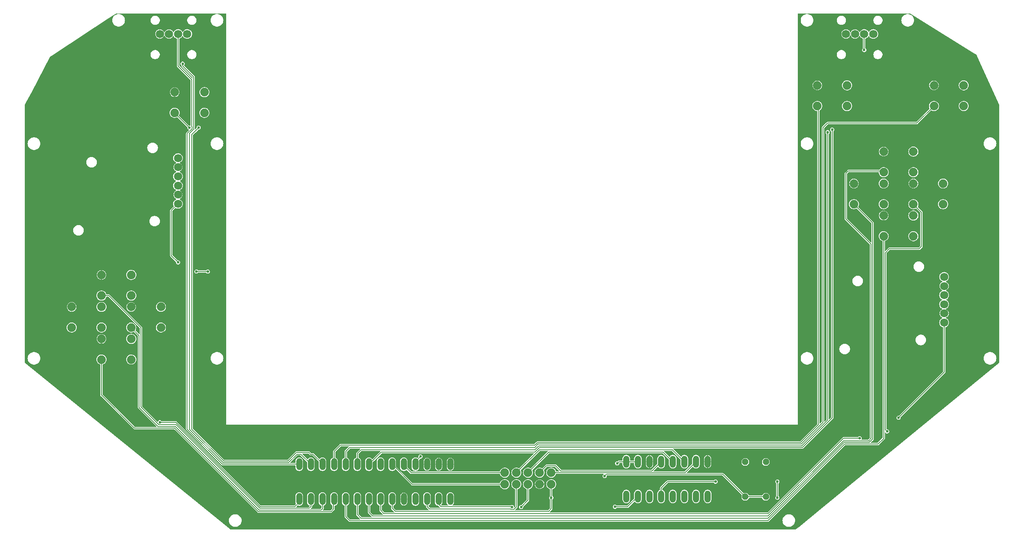
<source format=gtl>
G04 #@! TF.GenerationSoftware,KiCad,Pcbnew,8.0.8*
G04 #@! TF.CreationDate,2025-02-09T13:36:34-06:00*
G04 #@! TF.ProjectId,gamepad,67616d65-7061-4642-9e6b-696361645f70,3*
G04 #@! TF.SameCoordinates,Original*
G04 #@! TF.FileFunction,Copper,L1,Top*
G04 #@! TF.FilePolarity,Positive*
%FSLAX46Y46*%
G04 Gerber Fmt 4.6, Leading zero omitted, Abs format (unit mm)*
G04 Created by KiCad (PCBNEW 8.0.8) date 2025-02-09 13:36:34*
%MOMM*%
%LPD*%
G01*
G04 APERTURE LIST*
G04 Aperture macros list*
%AMOutline5P*
0 Free polygon, 5 corners , with rotation*
0 The origin of the aperture is its center*
0 number of corners: always 5*
0 $1 to $10 corner X, Y*
0 $11 Rotation angle, in degrees counterclockwise*
0 create outline with 5 corners*
4,1,5,$1,$2,$3,$4,$5,$6,$7,$8,$9,$10,$1,$2,$11*%
%AMOutline6P*
0 Free polygon, 6 corners , with rotation*
0 The origin of the aperture is its center*
0 number of corners: always 6*
0 $1 to $12 corner X, Y*
0 $13 Rotation angle, in degrees counterclockwise*
0 create outline with 6 corners*
4,1,6,$1,$2,$3,$4,$5,$6,$7,$8,$9,$10,$11,$12,$1,$2,$13*%
%AMOutline7P*
0 Free polygon, 7 corners , with rotation*
0 The origin of the aperture is its center*
0 number of corners: always 7*
0 $1 to $14 corner X, Y*
0 $15 Rotation angle, in degrees counterclockwise*
0 create outline with 7 corners*
4,1,7,$1,$2,$3,$4,$5,$6,$7,$8,$9,$10,$11,$12,$13,$14,$1,$2,$15*%
%AMOutline8P*
0 Free polygon, 8 corners , with rotation*
0 The origin of the aperture is its center*
0 number of corners: always 8*
0 $1 to $16 corner X, Y*
0 $17 Rotation angle, in degrees counterclockwise*
0 create outline with 8 corners*
4,1,8,$1,$2,$3,$4,$5,$6,$7,$8,$9,$10,$11,$12,$13,$14,$15,$16,$1,$2,$17*%
G04 Aperture macros list end*
G04 #@! TA.AperFunction,ComponentPad*
%ADD10C,1.879600*%
G04 #@! TD*
G04 #@! TA.AperFunction,ComponentPad*
%ADD11C,1.800000*%
G04 #@! TD*
G04 #@! TA.AperFunction,ComponentPad*
%ADD12O,1.320800X2.641600*%
G04 #@! TD*
G04 #@! TA.AperFunction,ComponentPad*
%ADD13Outline8P,-0.660400X0.273547X-0.273547X0.660400X0.273547X0.660400X0.660400X0.273547X0.660400X-0.273547X0.273547X-0.660400X-0.273547X-0.660400X-0.660400X-0.273547X270.000000*%
G04 #@! TD*
G04 #@! TA.AperFunction,ViaPad*
%ADD14C,0.600000*%
G04 #@! TD*
G04 #@! TA.AperFunction,Conductor*
%ADD15C,0.200000*%
G04 #@! TD*
G04 APERTURE END LIST*
D10*
X215248800Y-64239400D03*
X221751200Y-64239400D03*
X215248800Y-68760600D03*
X221751200Y-68760600D03*
X74748800Y-65739400D03*
X81251200Y-65739400D03*
X74748800Y-70260600D03*
X81251200Y-70260600D03*
X240748800Y-64239400D03*
X247251200Y-64239400D03*
X240748800Y-68760600D03*
X247251200Y-68760600D03*
X229748800Y-78739400D03*
X236251200Y-78739400D03*
X229748800Y-83260600D03*
X236251200Y-83260600D03*
X65251200Y-110260600D03*
X58748800Y-110260600D03*
X65251200Y-105739400D03*
X58748800Y-105739400D03*
X223248800Y-85739400D03*
X229751200Y-85739400D03*
X223248800Y-90260600D03*
X229751200Y-90260600D03*
X65251200Y-124260600D03*
X58748800Y-124260600D03*
X65251200Y-119739400D03*
X58748800Y-119739400D03*
X229748800Y-92739400D03*
X236251200Y-92739400D03*
X229748800Y-97260600D03*
X236251200Y-97260600D03*
D11*
X242975000Y-116175000D03*
X242975000Y-110175000D03*
X242975000Y-114175000D03*
X242975000Y-108175000D03*
X242975000Y-112175000D03*
X242975000Y-106175000D03*
D10*
X58751200Y-117260600D03*
X52248800Y-117260600D03*
X58751200Y-112739400D03*
X52248800Y-112739400D03*
X236248800Y-85739400D03*
X242751200Y-85739400D03*
X236248800Y-90260600D03*
X242751200Y-90260600D03*
D12*
X101990000Y-147190000D03*
X104530000Y-147190000D03*
X107070000Y-147190000D03*
X109610000Y-147190000D03*
X112150000Y-147190000D03*
X114690000Y-147190000D03*
X117230000Y-147190000D03*
X119770000Y-147190000D03*
X122310000Y-147190000D03*
X124850000Y-147190000D03*
X127390000Y-147190000D03*
X129930000Y-147190000D03*
X132470000Y-147190000D03*
X135010000Y-147190000D03*
X135010000Y-154810000D03*
X132470000Y-154810000D03*
X129930000Y-154810000D03*
X127390000Y-154810000D03*
X124850000Y-154810000D03*
X122310000Y-154810000D03*
X119770000Y-154810000D03*
X117230000Y-154810000D03*
X114690000Y-154810000D03*
X112150000Y-154810000D03*
X109610000Y-154810000D03*
X107070000Y-154810000D03*
X104530000Y-154810000D03*
X101990000Y-154810000D03*
D10*
X71751200Y-117260600D03*
X65248800Y-117260600D03*
X71751200Y-112739400D03*
X65248800Y-112739400D03*
D11*
X75475000Y-80175000D03*
X75475000Y-86175000D03*
X75475000Y-82175000D03*
X75475000Y-88175000D03*
X75475000Y-84175000D03*
X75475000Y-90175000D03*
D12*
X173481100Y-154243600D03*
X176021100Y-154243600D03*
X178561100Y-154243600D03*
X181101100Y-154243600D03*
X183641100Y-154243600D03*
X186181100Y-154243600D03*
X188721100Y-154243600D03*
X191261100Y-154243600D03*
X191261100Y-146623600D03*
X188721100Y-146623600D03*
X186181100Y-146623600D03*
X183641100Y-146623600D03*
X181101100Y-146623600D03*
X178561100Y-146623600D03*
X176021100Y-146623600D03*
X173481100Y-146623600D03*
D10*
X146920000Y-149026800D03*
X146920000Y-151566800D03*
X149460000Y-149026800D03*
X149460000Y-151566800D03*
X152000000Y-149026800D03*
X152000000Y-151566800D03*
X154540000Y-149026800D03*
X154540000Y-151566800D03*
X157080000Y-149026800D03*
X157080000Y-151566800D03*
D13*
X199500000Y-146690000D03*
X199500000Y-154310000D03*
D11*
X221500000Y-53000000D03*
X223500000Y-53000000D03*
X227500000Y-53000000D03*
X225500000Y-53000000D03*
D13*
X204000000Y-146690000D03*
X204000000Y-154310000D03*
D11*
X71500000Y-53000000D03*
X73500000Y-53000000D03*
X77500000Y-53000000D03*
X75500000Y-53000000D03*
D14*
X79500000Y-105000000D03*
X82000000Y-105000000D03*
X71500000Y-138000000D03*
X224500000Y-141500000D03*
X230500000Y-140000000D03*
X80000000Y-73500000D03*
X78000000Y-73500000D03*
X217500000Y-74500000D03*
X225500000Y-56500000D03*
X218500000Y-73947600D03*
X171000000Y-156500000D03*
X157080000Y-154500000D03*
X128500000Y-145500000D03*
X75500000Y-103000000D03*
X171500000Y-147000000D03*
X233000000Y-137000000D03*
X168750000Y-149750000D03*
X193000000Y-151000000D03*
X206500000Y-154500000D03*
X206500000Y-151000000D03*
X150500000Y-156552400D03*
X148500000Y-156552400D03*
X76500000Y-59500000D03*
D15*
X225500000Y-53000000D02*
X225500000Y-56500000D01*
X75500000Y-60000000D02*
X75500000Y-53000000D01*
X78552400Y-73271188D02*
X78500000Y-73218788D01*
X78552400Y-73728812D02*
X78552400Y-73271188D01*
X77500000Y-74781212D02*
X78552400Y-73728812D01*
X77500000Y-139500000D02*
X77500000Y-74781212D01*
X78500000Y-63000000D02*
X75500000Y-60000000D01*
X85190000Y-147190000D02*
X77500000Y-139500000D01*
X78500000Y-73218788D02*
X78500000Y-63000000D01*
X101990000Y-147190000D02*
X85190000Y-147190000D01*
X229488200Y-83000000D02*
X229748800Y-83260600D01*
X222000000Y-83000000D02*
X229488200Y-83000000D01*
X221500000Y-83500000D02*
X222000000Y-83000000D01*
X221500000Y-93500000D02*
X221500000Y-83500000D01*
X227000000Y-141500000D02*
X227000000Y-99000000D01*
X220947600Y-142052400D02*
X226447600Y-142052400D01*
X118000000Y-158500000D02*
X204500000Y-158500000D01*
X117230000Y-157730000D02*
X118000000Y-158500000D01*
X204500000Y-158500000D02*
X220947600Y-142052400D01*
X226447600Y-142052400D02*
X227000000Y-141500000D01*
X227000000Y-99000000D02*
X221500000Y-93500000D01*
X117230000Y-154810000D02*
X117230000Y-157730000D01*
X231000000Y-100000000D02*
X230101200Y-100898800D01*
X230101200Y-139601200D02*
X230500000Y-140000000D01*
X238000000Y-99500000D02*
X237500000Y-100000000D01*
X230101200Y-100898800D02*
X230101200Y-139601200D01*
X238000000Y-92011800D02*
X238000000Y-99500000D01*
X236248800Y-90260600D02*
X238000000Y-92011800D01*
X237500000Y-100000000D02*
X231000000Y-100000000D01*
X227352400Y-94364200D02*
X223248800Y-90260600D01*
X227352400Y-141645969D02*
X227352400Y-94364200D01*
X226593568Y-142404800D02*
X226998369Y-142000000D01*
X226998369Y-142000000D02*
X227352400Y-141645969D01*
X221095200Y-142404800D02*
X226593568Y-142404800D01*
X204500000Y-159000000D02*
X221095200Y-142404800D01*
X115500000Y-159000000D02*
X204500000Y-159000000D01*
X114690000Y-158190000D02*
X115500000Y-159000000D01*
X114690000Y-154810000D02*
X114690000Y-158190000D01*
X229748800Y-141529150D02*
X229748800Y-97260600D01*
X228520750Y-142757200D02*
X229748800Y-141529150D01*
X221242800Y-142757200D02*
X228520750Y-142757200D01*
X204500000Y-159500000D02*
X221242800Y-142757200D01*
X113000000Y-159500000D02*
X204500000Y-159500000D01*
X112150000Y-158650000D02*
X113000000Y-159500000D01*
X112150000Y-154810000D02*
X112150000Y-158650000D01*
X120500000Y-158000000D02*
X119770000Y-157270000D01*
X204500000Y-158000000D02*
X120500000Y-158000000D01*
X119770000Y-157270000D02*
X119770000Y-154810000D01*
X221000000Y-141500000D02*
X204500000Y-158000000D01*
X224500000Y-141500000D02*
X221000000Y-141500000D01*
X242975000Y-127025000D02*
X233000000Y-137000000D01*
X242975000Y-116175000D02*
X242975000Y-127025000D01*
X215500000Y-69011800D02*
X215248800Y-68760600D01*
X215500000Y-138504896D02*
X215500000Y-69011800D01*
X211562096Y-142442800D02*
X215500000Y-138504896D01*
X111000000Y-143000000D02*
X153493327Y-143000000D01*
X153844095Y-142649231D02*
X154050526Y-142442800D01*
X153493327Y-143000000D02*
X153844095Y-142649231D01*
X154050526Y-142442800D02*
X211562096Y-142442800D01*
X109610000Y-144390000D02*
X111000000Y-143000000D01*
X109610000Y-147190000D02*
X109610000Y-144390000D01*
X237009400Y-72500000D02*
X240748800Y-68760600D01*
X217500000Y-72500000D02*
X237009400Y-72500000D01*
X216500000Y-73500000D02*
X217500000Y-72500000D01*
X154196495Y-142795200D02*
X211708064Y-142795200D01*
X211708064Y-142795200D02*
X216500000Y-138003264D01*
X153491695Y-143500000D02*
X154196495Y-142795200D01*
X113000000Y-143500000D02*
X153491695Y-143500000D01*
X112150000Y-144350000D02*
X113000000Y-143500000D01*
X216500000Y-138003264D02*
X216500000Y-73500000D01*
X112150000Y-147190000D02*
X112150000Y-144350000D01*
X153490064Y-144000000D02*
X115500000Y-144000000D01*
X115500000Y-144000000D02*
X114690000Y-144810000D01*
X211854032Y-143147600D02*
X154342464Y-143147600D01*
X217500000Y-137501632D02*
X211854032Y-143147600D01*
X217500000Y-74500000D02*
X217500000Y-137501632D01*
X154342464Y-143147600D02*
X153490064Y-144000000D01*
X114690000Y-144810000D02*
X114690000Y-147190000D01*
X119920000Y-144500000D02*
X117230000Y-147190000D01*
X153488432Y-144500000D02*
X119920000Y-144500000D01*
X212000000Y-143500000D02*
X154488432Y-143500000D01*
X154488432Y-143500000D02*
X153488432Y-144500000D01*
X218500000Y-137000000D02*
X212000000Y-143500000D01*
X218500000Y-73947600D02*
X218500000Y-137000000D01*
X206500000Y-154500000D02*
X206500000Y-151000000D01*
X82000000Y-105000000D02*
X79500000Y-105000000D01*
X78500000Y-75000000D02*
X80000000Y-73500000D01*
X78500000Y-139501632D02*
X78500000Y-75000000D01*
X85483568Y-146485200D02*
X78500000Y-139501632D01*
X101337600Y-144647600D02*
X99500000Y-146485200D01*
X105000000Y-145000000D02*
X104500000Y-145000000D01*
X104500000Y-145000000D02*
X104147600Y-144647600D01*
X104147600Y-144647600D02*
X101337600Y-144647600D01*
X107070000Y-147070000D02*
X105000000Y-145000000D01*
X107070000Y-147190000D02*
X107070000Y-147070000D01*
X99500000Y-146485200D02*
X85483568Y-146485200D01*
X157080000Y-156920000D02*
X157080000Y-154500000D01*
X156500000Y-157500000D02*
X157080000Y-156920000D01*
X123000000Y-157500000D02*
X156500000Y-157500000D01*
X122310000Y-156810000D02*
X123000000Y-157500000D01*
X122310000Y-154810000D02*
X122310000Y-156810000D01*
X148895200Y-157104800D02*
X149460000Y-156540000D01*
X148271188Y-157104800D02*
X148895200Y-157104800D01*
X148166388Y-157000000D02*
X148271188Y-157104800D01*
X129930000Y-156430000D02*
X130500000Y-157000000D01*
X129930000Y-154810000D02*
X129930000Y-156430000D01*
X130500000Y-157000000D02*
X148166388Y-157000000D01*
X149460000Y-156540000D02*
X149460000Y-151566800D01*
X133000000Y-156500000D02*
X132470000Y-155970000D01*
X148500000Y-156552400D02*
X148447600Y-156500000D01*
X148447600Y-156500000D02*
X133000000Y-156500000D01*
X132470000Y-155970000D02*
X132470000Y-154810000D01*
X150500000Y-156552400D02*
X152000000Y-155052400D01*
X152000000Y-155052400D02*
X152000000Y-151566800D01*
X74757200Y-139257200D02*
X65975988Y-139257200D01*
X108942800Y-157557200D02*
X93057200Y-157557200D01*
X65975988Y-139257200D02*
X58748800Y-132030012D01*
X109500000Y-154920000D02*
X109500000Y-157000000D01*
X93057200Y-157557200D02*
X74757200Y-139257200D01*
X58748800Y-132030012D02*
X58748800Y-124260600D01*
X109610000Y-154810000D02*
X109500000Y-154920000D01*
X109500000Y-157000000D02*
X108942800Y-157557200D01*
X67000000Y-119011800D02*
X65248800Y-117260600D01*
X71125219Y-138904800D02*
X67000000Y-134779581D01*
X93204800Y-157204800D02*
X74904800Y-138904800D01*
X106795200Y-157204800D02*
X93204800Y-157204800D01*
X107070000Y-156930000D02*
X106795200Y-157204800D01*
X74904800Y-138904800D02*
X71125219Y-138904800D01*
X107070000Y-154810000D02*
X107070000Y-156930000D01*
X67000000Y-134779581D02*
X67000000Y-119011800D01*
X60347713Y-110260600D02*
X58748800Y-110260600D01*
X71271188Y-138552400D02*
X67352400Y-134633612D01*
X75052400Y-138552400D02*
X71271188Y-138552400D01*
X93352400Y-156852400D02*
X75052400Y-138552400D01*
X104147600Y-156852400D02*
X93352400Y-156852400D01*
X67352400Y-117265287D02*
X60347713Y-110260600D01*
X104530000Y-156470000D02*
X104147600Y-156852400D01*
X67352400Y-134633612D02*
X67352400Y-117265287D01*
X104530000Y-154810000D02*
X104530000Y-156470000D01*
X101990000Y-155510000D02*
X101990000Y-154810000D01*
X93500000Y-156500000D02*
X101000000Y-156500000D01*
X101000000Y-156500000D02*
X101990000Y-155510000D01*
X71500000Y-138000000D02*
X75000000Y-138000000D01*
X75000000Y-138000000D02*
X93500000Y-156500000D01*
X107070000Y-154810000D02*
X107070000Y-154570000D01*
X74748800Y-70260600D02*
X77988200Y-73500000D01*
X77988200Y-73500000D02*
X78000000Y-73500000D01*
X171000000Y-156500000D02*
X173764700Y-156500000D01*
X173764700Y-156500000D02*
X176021100Y-154243600D01*
X75475000Y-90175000D02*
X74000000Y-91650000D01*
X74000000Y-101500000D02*
X75500000Y-103000000D01*
X176021100Y-146623600D02*
X173481100Y-146623600D01*
X127390000Y-146610000D02*
X128500000Y-145500000D01*
X173481100Y-146623600D02*
X171876400Y-146623600D01*
X74000000Y-91650000D02*
X74000000Y-101500000D01*
X157080000Y-154500000D02*
X157080000Y-151566800D01*
X168750000Y-149750000D02*
X169120800Y-149379200D01*
X169120800Y-149379200D02*
X194569200Y-149379200D01*
X194569200Y-149379200D02*
X199500000Y-154310000D01*
X204000000Y-154310000D02*
X199500000Y-154310000D01*
X171876400Y-146623600D02*
X171500000Y-147000000D01*
X127390000Y-147190000D02*
X127390000Y-146610000D01*
X193000000Y-151000000D02*
X182500000Y-151000000D01*
X181101100Y-152398900D02*
X181101100Y-154243600D01*
X182500000Y-151000000D02*
X181101100Y-152398900D01*
X156066800Y-147500000D02*
X158000000Y-147500000D01*
X159174400Y-148674400D02*
X179050300Y-148674400D01*
X158000000Y-147500000D02*
X159174400Y-148674400D01*
X179050300Y-148674400D02*
X181101100Y-146623600D01*
X154540000Y-149026800D02*
X156066800Y-147500000D01*
X183557500Y-144000000D02*
X186181100Y-146623600D01*
X154486800Y-144000000D02*
X183557500Y-144000000D01*
X149460000Y-149026800D02*
X154486800Y-144000000D01*
X186317900Y-149026800D02*
X188721100Y-146623600D01*
X157080000Y-149026800D02*
X186317900Y-149026800D01*
X126686800Y-151566800D02*
X146920000Y-151566800D01*
X122310000Y-147190000D02*
X126686800Y-151566800D01*
X126486800Y-149026800D02*
X146920000Y-149026800D01*
X124850000Y-147390000D02*
X126486800Y-149026800D01*
X124850000Y-147190000D02*
X124850000Y-147390000D01*
X102340000Y-145000000D02*
X104530000Y-147190000D01*
X101500000Y-145000000D02*
X102340000Y-145000000D01*
X85337600Y-146837600D02*
X99662400Y-146837600D01*
X78000000Y-139500000D02*
X85337600Y-146837600D01*
X99662400Y-146837600D02*
X101500000Y-145000000D01*
X78000000Y-74779580D02*
X78000000Y-139500000D01*
X78904800Y-73874780D02*
X78000000Y-74779580D01*
X78904800Y-62404800D02*
X78904800Y-73874780D01*
X76500000Y-60000000D02*
X78904800Y-62404800D01*
X76500000Y-59500000D02*
X76500000Y-60000000D01*
X181517500Y-144500000D02*
X183641100Y-146623600D01*
X156526800Y-144500000D02*
X181517500Y-144500000D01*
X152000000Y-149026800D02*
X156526800Y-144500000D01*
G04 #@! TA.AperFunction,Conductor*
G36*
X73000000Y-53050000D02*
G01*
X72000000Y-53050000D01*
X72000000Y-52950000D01*
X73000000Y-52950000D01*
X73000000Y-53050000D01*
G37*
G04 #@! TD.AperFunction*
G04 #@! TA.AperFunction,Conductor*
G36*
X223000000Y-53050000D02*
G01*
X222000000Y-53050000D01*
X222000000Y-52950000D01*
X223000000Y-52950000D01*
X223000000Y-53050000D01*
G37*
G04 #@! TD.AperFunction*
G04 #@! TA.AperFunction,Conductor*
G36*
X85985648Y-48514352D02*
G01*
X86000000Y-48549000D01*
X86000000Y-138500000D01*
X211000000Y-138500000D01*
X211000000Y-124000000D01*
X211619786Y-124000000D01*
X211638610Y-124227176D01*
X211694570Y-124448155D01*
X211694571Y-124448159D01*
X211786136Y-124656906D01*
X211786143Y-124656918D01*
X211910815Y-124847744D01*
X212061531Y-125011464D01*
X212065206Y-125015456D01*
X212245094Y-125155469D01*
X212245101Y-125155473D01*
X212245103Y-125155474D01*
X212445566Y-125263959D01*
X212445568Y-125263959D01*
X212445574Y-125263963D01*
X212661177Y-125337980D01*
X212886023Y-125375500D01*
X212886026Y-125375500D01*
X213113974Y-125375500D01*
X213113977Y-125375500D01*
X213338823Y-125337980D01*
X213554426Y-125263963D01*
X213754906Y-125155469D01*
X213934794Y-125015456D01*
X214089183Y-124847745D01*
X214213862Y-124656909D01*
X214305430Y-124448155D01*
X214361390Y-124227176D01*
X214380214Y-124000000D01*
X214361390Y-123772824D01*
X214305430Y-123551845D01*
X214232188Y-123384871D01*
X214213863Y-123343093D01*
X214213856Y-123343081D01*
X214089184Y-123152255D01*
X213934797Y-122984547D01*
X213934796Y-122984546D01*
X213934794Y-122984544D01*
X213754906Y-122844531D01*
X213754903Y-122844529D01*
X213754896Y-122844525D01*
X213554433Y-122736040D01*
X213554427Y-122736037D01*
X213554426Y-122736037D01*
X213537146Y-122730104D01*
X213338824Y-122662020D01*
X213282611Y-122652640D01*
X213113977Y-122624500D01*
X212886023Y-122624500D01*
X212751115Y-122647012D01*
X212661175Y-122662020D01*
X212445576Y-122736036D01*
X212445566Y-122736040D01*
X212245103Y-122844525D01*
X212245095Y-122844530D01*
X212065202Y-122984547D01*
X211910815Y-123152255D01*
X211786143Y-123343081D01*
X211786136Y-123343093D01*
X211694571Y-123551840D01*
X211694570Y-123551844D01*
X211694570Y-123551845D01*
X211638610Y-123772824D01*
X211619786Y-124000000D01*
X211000000Y-124000000D01*
X211000000Y-77000000D01*
X211619786Y-77000000D01*
X211638610Y-77227176D01*
X211694570Y-77448155D01*
X211694571Y-77448159D01*
X211786136Y-77656906D01*
X211786143Y-77656918D01*
X211910815Y-77847744D01*
X212064442Y-78014626D01*
X212065206Y-78015456D01*
X212245094Y-78155469D01*
X212245101Y-78155473D01*
X212245103Y-78155474D01*
X212445566Y-78263959D01*
X212445568Y-78263959D01*
X212445574Y-78263963D01*
X212661177Y-78337980D01*
X212886023Y-78375500D01*
X212886026Y-78375500D01*
X213113974Y-78375500D01*
X213113977Y-78375500D01*
X213338823Y-78337980D01*
X213554426Y-78263963D01*
X213754906Y-78155469D01*
X213934794Y-78015456D01*
X214089183Y-77847745D01*
X214097867Y-77834454D01*
X214196221Y-77683911D01*
X214213862Y-77656909D01*
X214305430Y-77448155D01*
X214361390Y-77227176D01*
X214380214Y-77000000D01*
X214361390Y-76772824D01*
X214305430Y-76551845D01*
X214213862Y-76343091D01*
X214213860Y-76343088D01*
X214213856Y-76343081D01*
X214089184Y-76152255D01*
X213934797Y-75984547D01*
X213934796Y-75984546D01*
X213934794Y-75984544D01*
X213754906Y-75844531D01*
X213754903Y-75844529D01*
X213754896Y-75844525D01*
X213554433Y-75736040D01*
X213554427Y-75736037D01*
X213554426Y-75736037D01*
X213378089Y-75675500D01*
X213338824Y-75662020D01*
X213282611Y-75652640D01*
X213113977Y-75624500D01*
X212886023Y-75624500D01*
X212751115Y-75647012D01*
X212661175Y-75662020D01*
X212445576Y-75736036D01*
X212445566Y-75736040D01*
X212245103Y-75844525D01*
X212245095Y-75844530D01*
X212065202Y-75984547D01*
X211910815Y-76152255D01*
X211786143Y-76343081D01*
X211786136Y-76343093D01*
X211694571Y-76551840D01*
X211694570Y-76551844D01*
X211694570Y-76551845D01*
X211638610Y-76772824D01*
X211619786Y-77000000D01*
X211000000Y-77000000D01*
X211000000Y-64189399D01*
X214208893Y-64189399D01*
X214208894Y-64189400D01*
X214740800Y-64189400D01*
X214740800Y-64289400D01*
X214208894Y-64289400D01*
X214224045Y-64443236D01*
X214224045Y-64443237D01*
X214283501Y-64639237D01*
X214283504Y-64639244D01*
X214380058Y-64819882D01*
X214509991Y-64978205D01*
X214509994Y-64978208D01*
X214668318Y-65108141D01*
X214668317Y-65108141D01*
X214848955Y-65204695D01*
X214848962Y-65204698D01*
X215044962Y-65264154D01*
X215198799Y-65279306D01*
X215198800Y-65279306D01*
X215198800Y-64747400D01*
X215298800Y-64747400D01*
X215298800Y-65279306D01*
X215452636Y-65264154D01*
X215452637Y-65264154D01*
X215648637Y-65204698D01*
X215648644Y-65204695D01*
X215829282Y-65108141D01*
X215987605Y-64978208D01*
X215987608Y-64978205D01*
X216117541Y-64819882D01*
X216214095Y-64639244D01*
X216214098Y-64639237D01*
X216273554Y-64443237D01*
X216273554Y-64443236D01*
X216288706Y-64289400D01*
X215756800Y-64289400D01*
X215756800Y-64239400D01*
X220653819Y-64239400D01*
X220672503Y-64441039D01*
X220672504Y-64441045D01*
X220727922Y-64635818D01*
X220727925Y-64635825D01*
X220818186Y-64817094D01*
X220818189Y-64817098D01*
X220940223Y-64978698D01*
X220940226Y-64978701D01*
X221089875Y-65115125D01*
X221089876Y-65115126D01*
X221089880Y-65115129D01*
X221262055Y-65221735D01*
X221450887Y-65294889D01*
X221649946Y-65332100D01*
X221649948Y-65332100D01*
X221852452Y-65332100D01*
X221852454Y-65332100D01*
X222051513Y-65294889D01*
X222240345Y-65221735D01*
X222412520Y-65115129D01*
X222562174Y-64978701D01*
X222684212Y-64817097D01*
X222774477Y-64635820D01*
X222829896Y-64441043D01*
X222848581Y-64239400D01*
X222843948Y-64189399D01*
X239708893Y-64189399D01*
X239708894Y-64189400D01*
X240240800Y-64189400D01*
X240240800Y-64289400D01*
X239708894Y-64289400D01*
X239724045Y-64443236D01*
X239724045Y-64443237D01*
X239783501Y-64639237D01*
X239783504Y-64639244D01*
X239880058Y-64819882D01*
X240009991Y-64978205D01*
X240009994Y-64978208D01*
X240168318Y-65108141D01*
X240168317Y-65108141D01*
X240348955Y-65204695D01*
X240348962Y-65204698D01*
X240544962Y-65264154D01*
X240698799Y-65279306D01*
X240698800Y-65279306D01*
X240698800Y-64747400D01*
X240798800Y-64747400D01*
X240798800Y-65279306D01*
X240952636Y-65264154D01*
X240952637Y-65264154D01*
X241148637Y-65204698D01*
X241148644Y-65204695D01*
X241329282Y-65108141D01*
X241487605Y-64978208D01*
X241487608Y-64978205D01*
X241617541Y-64819882D01*
X241714095Y-64639244D01*
X241714098Y-64639237D01*
X241773554Y-64443237D01*
X241773554Y-64443236D01*
X241788706Y-64289400D01*
X241256800Y-64289400D01*
X241256800Y-64239400D01*
X246153819Y-64239400D01*
X246172503Y-64441039D01*
X246172504Y-64441045D01*
X246227922Y-64635818D01*
X246227925Y-64635825D01*
X246318186Y-64817094D01*
X246318189Y-64817098D01*
X246440223Y-64978698D01*
X246440226Y-64978701D01*
X246589875Y-65115125D01*
X246589876Y-65115126D01*
X246589880Y-65115129D01*
X246762055Y-65221735D01*
X246950887Y-65294889D01*
X247149946Y-65332100D01*
X247149948Y-65332100D01*
X247352452Y-65332100D01*
X247352454Y-65332100D01*
X247551513Y-65294889D01*
X247740345Y-65221735D01*
X247912520Y-65115129D01*
X248062174Y-64978701D01*
X248184212Y-64817097D01*
X248274477Y-64635820D01*
X248329896Y-64441043D01*
X248348581Y-64239400D01*
X248329896Y-64037757D01*
X248274477Y-63842980D01*
X248184212Y-63661703D01*
X248062174Y-63500099D01*
X248062173Y-63500098D01*
X247912524Y-63363674D01*
X247912521Y-63363672D01*
X247912520Y-63363671D01*
X247740345Y-63257065D01*
X247740342Y-63257064D01*
X247740341Y-63257063D01*
X247630844Y-63214644D01*
X247551513Y-63183911D01*
X247352454Y-63146700D01*
X247149946Y-63146700D01*
X246950887Y-63183911D01*
X246950882Y-63183913D01*
X246762058Y-63257063D01*
X246589875Y-63363674D01*
X246440226Y-63500098D01*
X246440223Y-63500101D01*
X246318189Y-63661701D01*
X246318186Y-63661705D01*
X246227925Y-63842974D01*
X246227922Y-63842981D01*
X246172504Y-64037754D01*
X246172503Y-64037760D01*
X246153819Y-64239400D01*
X241256800Y-64239400D01*
X241256800Y-64189400D01*
X241788706Y-64189400D01*
X241788706Y-64189399D01*
X241773554Y-64035563D01*
X241773554Y-64035562D01*
X241714098Y-63839562D01*
X241714095Y-63839555D01*
X241617541Y-63658917D01*
X241487608Y-63500594D01*
X241487605Y-63500591D01*
X241329281Y-63370658D01*
X241329282Y-63370658D01*
X241148644Y-63274104D01*
X241148637Y-63274101D01*
X240952640Y-63214646D01*
X240952632Y-63214644D01*
X240798800Y-63199493D01*
X240798800Y-63731400D01*
X240698800Y-63731400D01*
X240698800Y-63199493D01*
X240544967Y-63214644D01*
X240544959Y-63214646D01*
X240348962Y-63274101D01*
X240348955Y-63274104D01*
X240168317Y-63370658D01*
X240009994Y-63500591D01*
X240009991Y-63500594D01*
X239880058Y-63658917D01*
X239783504Y-63839555D01*
X239783501Y-63839562D01*
X239724045Y-64035562D01*
X239724045Y-64035563D01*
X239708893Y-64189399D01*
X222843948Y-64189399D01*
X222829896Y-64037757D01*
X222774477Y-63842980D01*
X222684212Y-63661703D01*
X222562174Y-63500099D01*
X222562173Y-63500098D01*
X222412524Y-63363674D01*
X222412521Y-63363672D01*
X222412520Y-63363671D01*
X222240345Y-63257065D01*
X222240342Y-63257064D01*
X222240341Y-63257063D01*
X222130844Y-63214644D01*
X222051513Y-63183911D01*
X221852454Y-63146700D01*
X221649946Y-63146700D01*
X221450887Y-63183911D01*
X221450882Y-63183913D01*
X221262058Y-63257063D01*
X221089875Y-63363674D01*
X220940226Y-63500098D01*
X220940223Y-63500101D01*
X220818189Y-63661701D01*
X220818186Y-63661705D01*
X220727925Y-63842974D01*
X220727922Y-63842981D01*
X220672504Y-64037754D01*
X220672503Y-64037760D01*
X220653819Y-64239400D01*
X215756800Y-64239400D01*
X215756800Y-64189400D01*
X216288706Y-64189400D01*
X216288706Y-64189399D01*
X216273554Y-64035563D01*
X216273554Y-64035562D01*
X216214098Y-63839562D01*
X216214095Y-63839555D01*
X216117541Y-63658917D01*
X215987608Y-63500594D01*
X215987605Y-63500591D01*
X215829281Y-63370658D01*
X215829282Y-63370658D01*
X215648644Y-63274104D01*
X215648637Y-63274101D01*
X215452640Y-63214646D01*
X215452632Y-63214644D01*
X215298800Y-63199493D01*
X215298800Y-63731400D01*
X215198800Y-63731400D01*
X215198800Y-63199493D01*
X215044967Y-63214644D01*
X215044959Y-63214646D01*
X214848962Y-63274101D01*
X214848955Y-63274104D01*
X214668317Y-63370658D01*
X214509994Y-63500591D01*
X214509991Y-63500594D01*
X214380058Y-63658917D01*
X214283504Y-63839555D01*
X214283501Y-63839562D01*
X214224045Y-64035562D01*
X214224045Y-64035563D01*
X214208893Y-64189399D01*
X211000000Y-64189399D01*
X211000000Y-57401455D01*
X219499500Y-57401455D01*
X219499500Y-57598544D01*
X219537947Y-57791827D01*
X219537949Y-57791835D01*
X219613368Y-57973914D01*
X219722861Y-58137782D01*
X219862218Y-58277139D01*
X220026086Y-58386632D01*
X220208165Y-58462051D01*
X220401459Y-58500500D01*
X220598541Y-58500500D01*
X220791835Y-58462051D01*
X220973914Y-58386632D01*
X221137782Y-58277139D01*
X221277139Y-58137782D01*
X221386632Y-57973914D01*
X221462051Y-57791835D01*
X221500500Y-57598541D01*
X221500500Y-57401459D01*
X221500499Y-57401455D01*
X227499500Y-57401455D01*
X227499500Y-57598544D01*
X227537947Y-57791827D01*
X227537949Y-57791835D01*
X227613368Y-57973914D01*
X227722861Y-58137782D01*
X227862218Y-58277139D01*
X228026086Y-58386632D01*
X228208165Y-58462051D01*
X228401459Y-58500500D01*
X228598541Y-58500500D01*
X228791835Y-58462051D01*
X228973914Y-58386632D01*
X229137782Y-58277139D01*
X229277139Y-58137782D01*
X229386632Y-57973914D01*
X229462051Y-57791835D01*
X229500500Y-57598541D01*
X229500500Y-57401459D01*
X229462051Y-57208165D01*
X229386632Y-57026086D01*
X229277139Y-56862218D01*
X229137782Y-56722861D01*
X228973914Y-56613368D01*
X228973911Y-56613366D01*
X228973910Y-56613366D01*
X228791836Y-56537949D01*
X228791827Y-56537947D01*
X228598544Y-56499500D01*
X228598541Y-56499500D01*
X228401459Y-56499500D01*
X228401455Y-56499500D01*
X228208172Y-56537947D01*
X228208163Y-56537949D01*
X228026089Y-56613366D01*
X227862218Y-56722860D01*
X227722860Y-56862218D01*
X227613366Y-57026089D01*
X227537949Y-57208163D01*
X227537947Y-57208172D01*
X227499500Y-57401455D01*
X221500499Y-57401455D01*
X221462051Y-57208165D01*
X221386632Y-57026086D01*
X221277139Y-56862218D01*
X221137782Y-56722861D01*
X220973914Y-56613368D01*
X220973911Y-56613366D01*
X220973910Y-56613366D01*
X220791836Y-56537949D01*
X220791827Y-56537947D01*
X220598544Y-56499500D01*
X220598541Y-56499500D01*
X220401459Y-56499500D01*
X220401455Y-56499500D01*
X220208172Y-56537947D01*
X220208163Y-56537949D01*
X220026089Y-56613366D01*
X219862218Y-56722860D01*
X219722860Y-56862218D01*
X219613366Y-57026089D01*
X219537949Y-57208163D01*
X219537947Y-57208172D01*
X219499500Y-57401455D01*
X211000000Y-57401455D01*
X211000000Y-52950000D01*
X220500085Y-52950000D01*
X221000000Y-52950000D01*
X221000000Y-53050000D01*
X220500086Y-53050000D01*
X220514469Y-53196034D01*
X220514469Y-53196035D01*
X220571649Y-53384531D01*
X220571654Y-53384543D01*
X220664506Y-53558258D01*
X220664511Y-53558265D01*
X220789472Y-53710527D01*
X220941734Y-53835488D01*
X220941741Y-53835493D01*
X221115456Y-53928345D01*
X221115468Y-53928350D01*
X221303965Y-53985530D01*
X221450000Y-53999914D01*
X221450000Y-53500000D01*
X221550000Y-53500000D01*
X221550000Y-53999913D01*
X221696034Y-53985530D01*
X221696035Y-53985530D01*
X221884531Y-53928350D01*
X221884543Y-53928345D01*
X222058258Y-53835493D01*
X222058265Y-53835488D01*
X222210527Y-53710527D01*
X222335488Y-53558265D01*
X222335493Y-53558258D01*
X222428345Y-53384543D01*
X222428350Y-53384531D01*
X222453110Y-53302911D01*
X222476902Y-53273921D01*
X222514224Y-53270245D01*
X222543214Y-53294037D01*
X222546890Y-53302911D01*
X222571649Y-53384531D01*
X222571654Y-53384543D01*
X222664506Y-53558258D01*
X222664511Y-53558265D01*
X222789472Y-53710527D01*
X222941734Y-53835488D01*
X222941741Y-53835493D01*
X223115456Y-53928345D01*
X223115468Y-53928350D01*
X223303965Y-53985530D01*
X223450000Y-53999914D01*
X223450000Y-53500000D01*
X223550000Y-53500000D01*
X223550000Y-53999913D01*
X223696034Y-53985530D01*
X223696035Y-53985530D01*
X223884531Y-53928350D01*
X223884543Y-53928345D01*
X224058258Y-53835493D01*
X224058265Y-53835488D01*
X224210527Y-53710527D01*
X224335488Y-53558265D01*
X224335493Y-53558258D01*
X224428737Y-53383810D01*
X224457727Y-53360018D01*
X224495049Y-53363694D01*
X224518841Y-53392683D01*
X224522541Y-53404879D01*
X224620308Y-53587790D01*
X224620313Y-53587797D01*
X224689999Y-53672707D01*
X224751885Y-53748115D01*
X224843766Y-53823521D01*
X224912202Y-53879686D01*
X224912209Y-53879691D01*
X225095123Y-53977460D01*
X225212325Y-54013012D01*
X225241314Y-54036802D01*
X225247100Y-54059901D01*
X225247100Y-56097409D01*
X225232748Y-56132057D01*
X225224595Y-56138628D01*
X225200364Y-56154201D01*
X225200361Y-56154203D01*
X225200360Y-56154204D01*
X225115081Y-56252622D01*
X225115080Y-56252624D01*
X225060975Y-56371093D01*
X225042443Y-56499998D01*
X225042443Y-56500001D01*
X225060975Y-56628906D01*
X225090024Y-56692513D01*
X225115079Y-56747374D01*
X225115080Y-56747375D01*
X225115081Y-56747377D01*
X225200362Y-56845797D01*
X225200364Y-56845799D01*
X225309924Y-56916208D01*
X225309926Y-56916209D01*
X225372403Y-56934554D01*
X225434883Y-56952900D01*
X225434888Y-56952900D01*
X225565112Y-56952900D01*
X225565117Y-56952900D01*
X225690076Y-56916208D01*
X225799636Y-56845799D01*
X225884921Y-56747374D01*
X225939023Y-56628909D01*
X225939023Y-56628907D01*
X225939024Y-56628906D01*
X225957557Y-56500001D01*
X225957557Y-56499998D01*
X225939024Y-56371093D01*
X225935029Y-56362346D01*
X225884921Y-56252626D01*
X225799636Y-56154201D01*
X225775406Y-56138629D01*
X225754020Y-56107823D01*
X225752900Y-56097409D01*
X225752900Y-54059901D01*
X225767252Y-54025253D01*
X225787672Y-54013012D01*
X225904877Y-53977460D01*
X226087791Y-53879691D01*
X226248115Y-53748115D01*
X226379691Y-53587791D01*
X226456786Y-53443554D01*
X226485776Y-53419763D01*
X226523098Y-53423439D01*
X226543214Y-53443555D01*
X226620308Y-53587790D01*
X226620313Y-53587797D01*
X226689999Y-53672707D01*
X226751885Y-53748115D01*
X226843766Y-53823521D01*
X226912202Y-53879686D01*
X226912209Y-53879691D01*
X227095123Y-53977460D01*
X227293595Y-54037666D01*
X227500000Y-54057995D01*
X227706405Y-54037666D01*
X227904877Y-53977460D01*
X228087791Y-53879691D01*
X228248115Y-53748115D01*
X228379691Y-53587791D01*
X228477460Y-53404877D01*
X228537666Y-53206405D01*
X228557995Y-53000000D01*
X228537666Y-52793595D01*
X228477460Y-52595123D01*
X228379691Y-52412209D01*
X228379686Y-52412202D01*
X228278962Y-52289472D01*
X228248115Y-52251885D01*
X228141645Y-52164506D01*
X228087797Y-52120313D01*
X228087790Y-52120308D01*
X227904878Y-52022540D01*
X227706405Y-51962334D01*
X227500000Y-51942005D01*
X227293594Y-51962334D01*
X227293593Y-51962334D01*
X227095121Y-52022540D01*
X226912209Y-52120308D01*
X226912202Y-52120313D01*
X226751885Y-52251885D01*
X226620313Y-52412202D01*
X226620308Y-52412209D01*
X226543214Y-52556444D01*
X226514224Y-52580236D01*
X226476902Y-52576560D01*
X226456786Y-52556444D01*
X226379691Y-52412209D01*
X226379686Y-52412202D01*
X226278962Y-52289472D01*
X226248115Y-52251885D01*
X226141645Y-52164506D01*
X226087797Y-52120313D01*
X226087790Y-52120308D01*
X225904878Y-52022540D01*
X225706405Y-51962334D01*
X225500000Y-51942005D01*
X225293594Y-51962334D01*
X225293593Y-51962334D01*
X225095121Y-52022540D01*
X224912209Y-52120308D01*
X224912202Y-52120313D01*
X224751885Y-52251885D01*
X224620313Y-52412202D01*
X224620308Y-52412209D01*
X224522539Y-52595122D01*
X224522539Y-52595124D01*
X224518840Y-52607317D01*
X224495048Y-52636306D01*
X224457725Y-52639980D01*
X224428737Y-52616189D01*
X224335493Y-52441741D01*
X224335488Y-52441734D01*
X224210527Y-52289472D01*
X224058265Y-52164511D01*
X224058258Y-52164506D01*
X223884543Y-52071654D01*
X223884531Y-52071649D01*
X223696038Y-52014470D01*
X223696030Y-52014468D01*
X223550000Y-52000085D01*
X223550000Y-52500000D01*
X223450000Y-52500000D01*
X223450000Y-52000085D01*
X223303969Y-52014468D01*
X223303961Y-52014470D01*
X223115468Y-52071649D01*
X223115456Y-52071654D01*
X222941741Y-52164506D01*
X222941734Y-52164511D01*
X222789472Y-52289472D01*
X222664511Y-52441734D01*
X222664506Y-52441741D01*
X222571654Y-52615456D01*
X222571649Y-52615468D01*
X222546890Y-52697088D01*
X222523098Y-52726078D01*
X222485776Y-52729754D01*
X222456786Y-52705962D01*
X222453110Y-52697088D01*
X222428350Y-52615468D01*
X222428345Y-52615456D01*
X222335493Y-52441741D01*
X222335488Y-52441734D01*
X222210527Y-52289472D01*
X222058265Y-52164511D01*
X222058258Y-52164506D01*
X221884543Y-52071654D01*
X221884531Y-52071649D01*
X221696038Y-52014470D01*
X221696030Y-52014468D01*
X221550000Y-52000085D01*
X221550000Y-52500000D01*
X221450000Y-52500000D01*
X221450000Y-52000085D01*
X221303969Y-52014468D01*
X221303961Y-52014470D01*
X221115468Y-52071649D01*
X221115456Y-52071654D01*
X220941741Y-52164506D01*
X220941734Y-52164511D01*
X220789472Y-52289472D01*
X220664511Y-52441734D01*
X220664506Y-52441741D01*
X220571654Y-52615456D01*
X220571649Y-52615468D01*
X220514469Y-52803964D01*
X220514469Y-52803965D01*
X220500085Y-52950000D01*
X211000000Y-52950000D01*
X211000000Y-50000000D01*
X211619786Y-50000000D01*
X211638610Y-50227176D01*
X211694570Y-50448155D01*
X211694571Y-50448159D01*
X211786136Y-50656906D01*
X211786143Y-50656918D01*
X211910815Y-50847744D01*
X212016042Y-50962050D01*
X212065206Y-51015456D01*
X212245094Y-51155469D01*
X212245101Y-51155473D01*
X212245103Y-51155474D01*
X212445566Y-51263959D01*
X212445568Y-51263959D01*
X212445574Y-51263963D01*
X212661177Y-51337980D01*
X212886023Y-51375500D01*
X212886026Y-51375500D01*
X213113974Y-51375500D01*
X213113977Y-51375500D01*
X213338823Y-51337980D01*
X213554426Y-51263963D01*
X213754906Y-51155469D01*
X213934794Y-51015456D01*
X214089183Y-50847745D01*
X214213862Y-50656909D01*
X214305430Y-50448155D01*
X214361390Y-50227176D01*
X214380214Y-50000000D01*
X214372048Y-49901455D01*
X219499500Y-49901455D01*
X219499500Y-50098544D01*
X219537947Y-50291827D01*
X219537949Y-50291836D01*
X219613366Y-50473910D01*
X219613368Y-50473914D01*
X219722861Y-50637782D01*
X219862218Y-50777139D01*
X220026086Y-50886632D01*
X220208165Y-50962051D01*
X220401459Y-51000500D01*
X220598541Y-51000500D01*
X220791835Y-50962051D01*
X220973914Y-50886632D01*
X221137782Y-50777139D01*
X221277139Y-50637782D01*
X221386632Y-50473914D01*
X221462051Y-50291835D01*
X221500500Y-50098541D01*
X221500500Y-49901459D01*
X221500499Y-49901455D01*
X227499500Y-49901455D01*
X227499500Y-50098544D01*
X227537947Y-50291827D01*
X227537949Y-50291836D01*
X227613366Y-50473910D01*
X227613368Y-50473914D01*
X227722861Y-50637782D01*
X227862218Y-50777139D01*
X228026086Y-50886632D01*
X228208165Y-50962051D01*
X228401459Y-51000500D01*
X228598541Y-51000500D01*
X228791835Y-50962051D01*
X228973914Y-50886632D01*
X229137782Y-50777139D01*
X229277139Y-50637782D01*
X229386632Y-50473914D01*
X229462051Y-50291835D01*
X229500500Y-50098541D01*
X229500500Y-50000000D01*
X233619786Y-50000000D01*
X233638610Y-50227176D01*
X233694570Y-50448155D01*
X233694571Y-50448159D01*
X233786136Y-50656906D01*
X233786143Y-50656918D01*
X233910815Y-50847744D01*
X234016042Y-50962050D01*
X234065206Y-51015456D01*
X234245094Y-51155469D01*
X234245101Y-51155473D01*
X234245103Y-51155474D01*
X234445566Y-51263959D01*
X234445568Y-51263959D01*
X234445574Y-51263963D01*
X234661177Y-51337980D01*
X234886023Y-51375500D01*
X234886026Y-51375500D01*
X235113974Y-51375500D01*
X235113977Y-51375500D01*
X235338823Y-51337980D01*
X235554426Y-51263963D01*
X235754906Y-51155469D01*
X235934794Y-51015456D01*
X236089183Y-50847745D01*
X236213862Y-50656909D01*
X236305430Y-50448155D01*
X236361390Y-50227176D01*
X236380214Y-50000000D01*
X236361390Y-49772824D01*
X236305430Y-49551845D01*
X236294132Y-49526089D01*
X236213863Y-49343093D01*
X236213856Y-49343081D01*
X236089184Y-49152255D01*
X235934797Y-48984547D01*
X235934796Y-48984546D01*
X235934794Y-48984544D01*
X235754906Y-48844531D01*
X235754903Y-48844529D01*
X235754896Y-48844525D01*
X235554433Y-48736040D01*
X235554427Y-48736037D01*
X235554426Y-48736037D01*
X235378089Y-48675500D01*
X235338824Y-48662020D01*
X235282611Y-48652640D01*
X235113977Y-48624500D01*
X234886023Y-48624500D01*
X234751115Y-48647012D01*
X234661175Y-48662020D01*
X234445576Y-48736036D01*
X234445566Y-48736040D01*
X234245103Y-48844525D01*
X234245095Y-48844530D01*
X234065202Y-48984547D01*
X233910815Y-49152255D01*
X233786143Y-49343081D01*
X233786136Y-49343093D01*
X233694571Y-49551840D01*
X233694570Y-49551846D01*
X233638610Y-49772823D01*
X233627951Y-49901459D01*
X233619786Y-50000000D01*
X229500500Y-50000000D01*
X229500500Y-49901459D01*
X229462051Y-49708165D01*
X229386632Y-49526086D01*
X229277139Y-49362218D01*
X229137782Y-49222861D01*
X228973914Y-49113368D01*
X228973911Y-49113366D01*
X228973910Y-49113366D01*
X228791836Y-49037949D01*
X228791827Y-49037947D01*
X228598544Y-48999500D01*
X228598541Y-48999500D01*
X228401459Y-48999500D01*
X228401455Y-48999500D01*
X228208172Y-49037947D01*
X228208163Y-49037949D01*
X228026089Y-49113366D01*
X227862218Y-49222860D01*
X227722860Y-49362218D01*
X227613366Y-49526089D01*
X227537949Y-49708163D01*
X227537947Y-49708172D01*
X227499500Y-49901455D01*
X221500499Y-49901455D01*
X221462051Y-49708165D01*
X221386632Y-49526086D01*
X221277139Y-49362218D01*
X221137782Y-49222861D01*
X220973914Y-49113368D01*
X220973911Y-49113366D01*
X220973910Y-49113366D01*
X220791836Y-49037949D01*
X220791827Y-49037947D01*
X220598544Y-48999500D01*
X220598541Y-48999500D01*
X220401459Y-48999500D01*
X220401455Y-48999500D01*
X220208172Y-49037947D01*
X220208163Y-49037949D01*
X220026089Y-49113366D01*
X219862218Y-49222860D01*
X219722860Y-49362218D01*
X219613366Y-49526089D01*
X219537949Y-49708163D01*
X219537947Y-49708172D01*
X219499500Y-49901455D01*
X214372048Y-49901455D01*
X214361390Y-49772824D01*
X214305430Y-49551845D01*
X214294132Y-49526089D01*
X214213863Y-49343093D01*
X214213856Y-49343081D01*
X214089184Y-49152255D01*
X213934797Y-48984547D01*
X213934796Y-48984546D01*
X213934794Y-48984544D01*
X213754906Y-48844531D01*
X213754903Y-48844529D01*
X213754896Y-48844525D01*
X213554433Y-48736040D01*
X213554427Y-48736037D01*
X213554426Y-48736037D01*
X213378089Y-48675500D01*
X213338824Y-48662020D01*
X213282611Y-48652640D01*
X213113977Y-48624500D01*
X212886023Y-48624500D01*
X212751115Y-48647012D01*
X212661175Y-48662020D01*
X212445576Y-48736036D01*
X212445566Y-48736040D01*
X212245103Y-48844525D01*
X212245095Y-48844530D01*
X212065202Y-48984547D01*
X211910815Y-49152255D01*
X211786143Y-49343081D01*
X211786136Y-49343093D01*
X211694571Y-49551840D01*
X211694570Y-49551846D01*
X211638610Y-49772823D01*
X211627951Y-49901459D01*
X211619786Y-50000000D01*
X211000000Y-50000000D01*
X211000000Y-48549000D01*
X211014352Y-48514352D01*
X211049000Y-48500000D01*
X235486030Y-48500000D01*
X235511870Y-48507367D01*
X249529818Y-57208163D01*
X249987379Y-57492166D01*
X250006146Y-57513522D01*
X251021534Y-59747375D01*
X254995145Y-68489320D01*
X254995608Y-68490337D01*
X255000000Y-68510613D01*
X255000000Y-124976816D01*
X254985648Y-125011464D01*
X254982075Y-125014702D01*
X215804518Y-157149103D01*
X211307122Y-160837979D01*
X210513550Y-161488886D01*
X210482475Y-161500000D01*
X87017373Y-161500000D01*
X86986506Y-161489055D01*
X85958803Y-160655474D01*
X84534246Y-159500000D01*
X86619786Y-159500000D01*
X86638610Y-159727176D01*
X86694570Y-159948155D01*
X86694571Y-159948159D01*
X86786136Y-160156906D01*
X86786143Y-160156918D01*
X86910815Y-160347744D01*
X87064442Y-160514626D01*
X87065206Y-160515456D01*
X87245094Y-160655469D01*
X87245101Y-160655473D01*
X87245103Y-160655474D01*
X87445566Y-160763959D01*
X87445568Y-160763959D01*
X87445574Y-160763963D01*
X87661177Y-160837980D01*
X87886023Y-160875500D01*
X87886026Y-160875500D01*
X88113974Y-160875500D01*
X88113977Y-160875500D01*
X88338823Y-160837980D01*
X88554426Y-160763963D01*
X88754906Y-160655469D01*
X88934794Y-160515456D01*
X89089183Y-160347745D01*
X89213862Y-160156909D01*
X89305430Y-159948155D01*
X89361390Y-159727176D01*
X89380214Y-159500000D01*
X89361390Y-159272824D01*
X89305430Y-159051845D01*
X89213862Y-158843091D01*
X89213860Y-158843088D01*
X89213856Y-158843081D01*
X89089184Y-158652255D01*
X88934797Y-158484547D01*
X88934796Y-158484546D01*
X88934794Y-158484544D01*
X88754906Y-158344531D01*
X88754903Y-158344529D01*
X88754896Y-158344525D01*
X88554433Y-158236040D01*
X88554427Y-158236037D01*
X88554426Y-158236037D01*
X88378089Y-158175500D01*
X88338824Y-158162020D01*
X88282611Y-158152640D01*
X88113977Y-158124500D01*
X87886023Y-158124500D01*
X87773642Y-158143253D01*
X87661175Y-158162020D01*
X87445576Y-158236036D01*
X87445566Y-158236040D01*
X87245103Y-158344525D01*
X87245095Y-158344530D01*
X87065202Y-158484547D01*
X86910815Y-158652255D01*
X86786143Y-158843081D01*
X86786136Y-158843093D01*
X86694571Y-159051840D01*
X86694570Y-159051844D01*
X86694570Y-159051845D01*
X86638610Y-159272824D01*
X86619786Y-159500000D01*
X84534246Y-159500000D01*
X79160423Y-155141232D01*
X42018133Y-125014707D01*
X42000264Y-124981735D01*
X42000000Y-124976652D01*
X42000000Y-124000000D01*
X42619786Y-124000000D01*
X42638610Y-124227176D01*
X42694570Y-124448155D01*
X42694571Y-124448159D01*
X42786136Y-124656906D01*
X42786143Y-124656918D01*
X42910815Y-124847744D01*
X43061531Y-125011464D01*
X43065206Y-125015456D01*
X43245094Y-125155469D01*
X43245101Y-125155473D01*
X43245103Y-125155474D01*
X43445566Y-125263959D01*
X43445568Y-125263959D01*
X43445574Y-125263963D01*
X43661177Y-125337980D01*
X43886023Y-125375500D01*
X43886026Y-125375500D01*
X44113974Y-125375500D01*
X44113977Y-125375500D01*
X44338823Y-125337980D01*
X44554426Y-125263963D01*
X44754906Y-125155469D01*
X44934794Y-125015456D01*
X45089183Y-124847745D01*
X45213862Y-124656909D01*
X45305430Y-124448155D01*
X45361390Y-124227176D01*
X45380214Y-124000000D01*
X45361390Y-123772824D01*
X45305430Y-123551845D01*
X45232188Y-123384871D01*
X45213863Y-123343093D01*
X45213856Y-123343081D01*
X45089184Y-123152255D01*
X44934797Y-122984547D01*
X44934796Y-122984546D01*
X44934794Y-122984544D01*
X44754906Y-122844531D01*
X44754903Y-122844529D01*
X44754896Y-122844525D01*
X44554433Y-122736040D01*
X44554427Y-122736037D01*
X44554426Y-122736037D01*
X44537146Y-122730104D01*
X44338824Y-122662020D01*
X44282611Y-122652640D01*
X44113977Y-122624500D01*
X43886023Y-122624500D01*
X43751115Y-122647012D01*
X43661175Y-122662020D01*
X43445576Y-122736036D01*
X43445566Y-122736040D01*
X43245103Y-122844525D01*
X43245095Y-122844530D01*
X43065202Y-122984547D01*
X42910815Y-123152255D01*
X42786143Y-123343081D01*
X42786136Y-123343093D01*
X42694571Y-123551840D01*
X42694570Y-123551844D01*
X42694570Y-123551845D01*
X42638610Y-123772824D01*
X42619786Y-124000000D01*
X42000000Y-124000000D01*
X42000000Y-119689399D01*
X57708893Y-119689399D01*
X57708894Y-119689400D01*
X58240800Y-119689400D01*
X58240800Y-119789400D01*
X57708894Y-119789400D01*
X57724045Y-119943236D01*
X57724045Y-119943237D01*
X57783501Y-120139237D01*
X57783504Y-120139244D01*
X57880058Y-120319882D01*
X58009991Y-120478205D01*
X58009994Y-120478208D01*
X58168318Y-120608141D01*
X58168317Y-120608141D01*
X58348955Y-120704695D01*
X58348962Y-120704698D01*
X58544962Y-120764154D01*
X58698799Y-120779306D01*
X58698800Y-120779306D01*
X58698800Y-120247400D01*
X58798800Y-120247400D01*
X58798800Y-120779306D01*
X58952636Y-120764154D01*
X58952637Y-120764154D01*
X59148637Y-120704698D01*
X59148644Y-120704695D01*
X59329282Y-120608141D01*
X59487605Y-120478208D01*
X59487608Y-120478205D01*
X59617541Y-120319882D01*
X59714095Y-120139244D01*
X59714098Y-120139237D01*
X59773554Y-119943237D01*
X59773554Y-119943236D01*
X59788706Y-119789400D01*
X59256800Y-119789400D01*
X59256800Y-119739400D01*
X64153819Y-119739400D01*
X64172503Y-119941039D01*
X64172504Y-119941045D01*
X64227922Y-120135818D01*
X64227925Y-120135825D01*
X64318186Y-120317094D01*
X64318189Y-120317098D01*
X64440223Y-120478698D01*
X64440226Y-120478701D01*
X64589875Y-120615125D01*
X64589876Y-120615126D01*
X64589880Y-120615129D01*
X64762055Y-120721735D01*
X64950887Y-120794889D01*
X65149946Y-120832100D01*
X65149948Y-120832100D01*
X65352452Y-120832100D01*
X65352454Y-120832100D01*
X65551513Y-120794889D01*
X65740345Y-120721735D01*
X65912520Y-120615129D01*
X66062174Y-120478701D01*
X66184212Y-120317097D01*
X66274477Y-120135820D01*
X66329896Y-119941043D01*
X66348581Y-119739400D01*
X66329896Y-119537757D01*
X66274477Y-119342980D01*
X66184212Y-119161703D01*
X66062174Y-119000099D01*
X65962011Y-118908788D01*
X65912524Y-118863674D01*
X65912521Y-118863672D01*
X65912520Y-118863671D01*
X65740345Y-118757065D01*
X65740342Y-118757064D01*
X65740341Y-118757063D01*
X65630844Y-118714644D01*
X65551513Y-118683911D01*
X65352454Y-118646700D01*
X65149946Y-118646700D01*
X64950887Y-118683911D01*
X64950882Y-118683913D01*
X64762058Y-118757063D01*
X64589875Y-118863674D01*
X64440226Y-119000098D01*
X64440223Y-119000101D01*
X64318189Y-119161701D01*
X64318186Y-119161705D01*
X64227925Y-119342974D01*
X64227922Y-119342981D01*
X64172504Y-119537754D01*
X64172503Y-119537760D01*
X64153819Y-119739400D01*
X59256800Y-119739400D01*
X59256800Y-119689400D01*
X59788706Y-119689400D01*
X59788706Y-119689399D01*
X59773554Y-119535563D01*
X59773554Y-119535562D01*
X59714098Y-119339562D01*
X59714095Y-119339555D01*
X59617541Y-119158917D01*
X59487608Y-119000594D01*
X59487605Y-119000591D01*
X59329281Y-118870658D01*
X59329282Y-118870658D01*
X59148644Y-118774104D01*
X59148637Y-118774101D01*
X58952640Y-118714646D01*
X58952632Y-118714644D01*
X58798800Y-118699493D01*
X58798800Y-119231400D01*
X58698800Y-119231400D01*
X58698800Y-118699493D01*
X58544967Y-118714644D01*
X58544959Y-118714646D01*
X58348962Y-118774101D01*
X58348955Y-118774104D01*
X58168317Y-118870658D01*
X58009994Y-119000591D01*
X58009991Y-119000594D01*
X57880058Y-119158917D01*
X57783504Y-119339555D01*
X57783501Y-119339562D01*
X57724045Y-119535562D01*
X57724045Y-119535563D01*
X57708893Y-119689399D01*
X42000000Y-119689399D01*
X42000000Y-117260600D01*
X51151419Y-117260600D01*
X51170103Y-117462239D01*
X51170104Y-117462245D01*
X51225522Y-117657018D01*
X51225525Y-117657025D01*
X51315786Y-117838294D01*
X51315789Y-117838298D01*
X51437823Y-117999898D01*
X51437826Y-117999901D01*
X51587475Y-118136325D01*
X51587476Y-118136326D01*
X51587480Y-118136329D01*
X51759655Y-118242935D01*
X51948487Y-118316089D01*
X52147546Y-118353300D01*
X52147548Y-118353300D01*
X52350052Y-118353300D01*
X52350054Y-118353300D01*
X52549113Y-118316089D01*
X52737945Y-118242935D01*
X52910120Y-118136329D01*
X53059774Y-117999901D01*
X53181812Y-117838297D01*
X53272077Y-117657020D01*
X53327496Y-117462243D01*
X53346181Y-117260600D01*
X57653819Y-117260600D01*
X57672503Y-117462239D01*
X57672504Y-117462245D01*
X57727922Y-117657018D01*
X57727925Y-117657025D01*
X57818186Y-117838294D01*
X57818189Y-117838298D01*
X57940223Y-117999898D01*
X57940226Y-117999901D01*
X58089875Y-118136325D01*
X58089876Y-118136326D01*
X58089880Y-118136329D01*
X58262055Y-118242935D01*
X58450887Y-118316089D01*
X58649946Y-118353300D01*
X58649948Y-118353300D01*
X58852452Y-118353300D01*
X58852454Y-118353300D01*
X59051513Y-118316089D01*
X59240345Y-118242935D01*
X59412520Y-118136329D01*
X59562174Y-117999901D01*
X59684212Y-117838297D01*
X59774477Y-117657020D01*
X59829896Y-117462243D01*
X59848581Y-117260600D01*
X59829896Y-117058957D01*
X59774477Y-116864180D01*
X59684212Y-116682903D01*
X59562174Y-116521299D01*
X59562173Y-116521298D01*
X59412524Y-116384874D01*
X59412521Y-116384872D01*
X59412520Y-116384871D01*
X59240345Y-116278265D01*
X59240342Y-116278264D01*
X59240341Y-116278263D01*
X59145929Y-116241688D01*
X59051513Y-116205111D01*
X58852454Y-116167900D01*
X58649946Y-116167900D01*
X58450887Y-116205111D01*
X58450882Y-116205113D01*
X58262058Y-116278263D01*
X58089875Y-116384874D01*
X57940226Y-116521298D01*
X57940223Y-116521301D01*
X57818189Y-116682901D01*
X57818186Y-116682905D01*
X57727925Y-116864174D01*
X57727922Y-116864181D01*
X57672504Y-117058954D01*
X57672503Y-117058960D01*
X57653819Y-117260600D01*
X53346181Y-117260600D01*
X53327496Y-117058957D01*
X53272077Y-116864180D01*
X53181812Y-116682903D01*
X53059774Y-116521299D01*
X53059773Y-116521298D01*
X52910124Y-116384874D01*
X52910121Y-116384872D01*
X52910120Y-116384871D01*
X52737945Y-116278265D01*
X52737942Y-116278264D01*
X52737941Y-116278263D01*
X52643529Y-116241688D01*
X52549113Y-116205111D01*
X52350054Y-116167900D01*
X52147546Y-116167900D01*
X51948487Y-116205111D01*
X51948482Y-116205113D01*
X51759658Y-116278263D01*
X51587475Y-116384874D01*
X51437826Y-116521298D01*
X51437823Y-116521301D01*
X51315789Y-116682901D01*
X51315786Y-116682905D01*
X51225525Y-116864174D01*
X51225522Y-116864181D01*
X51170104Y-117058954D01*
X51170103Y-117058960D01*
X51151419Y-117260600D01*
X42000000Y-117260600D01*
X42000000Y-112689399D01*
X51208893Y-112689399D01*
X51208894Y-112689400D01*
X51740800Y-112689400D01*
X51740800Y-112789400D01*
X51208894Y-112789400D01*
X51224045Y-112943236D01*
X51224045Y-112943237D01*
X51283501Y-113139237D01*
X51283504Y-113139244D01*
X51380058Y-113319882D01*
X51509991Y-113478205D01*
X51509994Y-113478208D01*
X51668318Y-113608141D01*
X51668317Y-113608141D01*
X51848955Y-113704695D01*
X51848962Y-113704698D01*
X52044962Y-113764154D01*
X52198799Y-113779306D01*
X52198800Y-113779306D01*
X52198800Y-113247400D01*
X52298800Y-113247400D01*
X52298800Y-113779306D01*
X52452636Y-113764154D01*
X52452637Y-113764154D01*
X52648637Y-113704698D01*
X52648644Y-113704695D01*
X52829282Y-113608141D01*
X52987605Y-113478208D01*
X52987608Y-113478205D01*
X53117541Y-113319882D01*
X53214095Y-113139244D01*
X53214098Y-113139237D01*
X53273554Y-112943237D01*
X53273554Y-112943236D01*
X53288706Y-112789400D01*
X52756800Y-112789400D01*
X52756800Y-112739400D01*
X57653819Y-112739400D01*
X57672503Y-112941039D01*
X57672504Y-112941045D01*
X57727922Y-113135818D01*
X57727925Y-113135825D01*
X57818186Y-113317094D01*
X57818189Y-113317098D01*
X57940223Y-113478698D01*
X57940226Y-113478701D01*
X58089875Y-113615125D01*
X58089876Y-113615126D01*
X58089880Y-113615129D01*
X58262055Y-113721735D01*
X58450887Y-113794889D01*
X58649946Y-113832100D01*
X58649948Y-113832100D01*
X58852452Y-113832100D01*
X58852454Y-113832100D01*
X59051513Y-113794889D01*
X59240345Y-113721735D01*
X59412520Y-113615129D01*
X59562174Y-113478701D01*
X59684212Y-113317097D01*
X59774477Y-113135820D01*
X59829896Y-112941043D01*
X59848581Y-112739400D01*
X59829896Y-112537757D01*
X59774477Y-112342980D01*
X59684212Y-112161703D01*
X59562174Y-112000099D01*
X59527614Y-111968593D01*
X59412524Y-111863674D01*
X59412521Y-111863672D01*
X59412520Y-111863671D01*
X59240345Y-111757065D01*
X59240342Y-111757064D01*
X59240341Y-111757063D01*
X59130844Y-111714644D01*
X59051513Y-111683911D01*
X58852454Y-111646700D01*
X58649946Y-111646700D01*
X58450887Y-111683911D01*
X58450882Y-111683913D01*
X58262058Y-111757063D01*
X58089875Y-111863674D01*
X57940226Y-112000098D01*
X57940223Y-112000101D01*
X57818189Y-112161701D01*
X57818186Y-112161705D01*
X57727925Y-112342974D01*
X57727922Y-112342981D01*
X57672504Y-112537754D01*
X57672503Y-112537760D01*
X57653819Y-112739400D01*
X52756800Y-112739400D01*
X52756800Y-112689400D01*
X53288706Y-112689400D01*
X53288706Y-112689399D01*
X53273554Y-112535563D01*
X53273554Y-112535562D01*
X53214098Y-112339562D01*
X53214095Y-112339555D01*
X53117541Y-112158917D01*
X52987608Y-112000594D01*
X52987605Y-112000591D01*
X52829281Y-111870658D01*
X52829282Y-111870658D01*
X52648644Y-111774104D01*
X52648637Y-111774101D01*
X52452640Y-111714646D01*
X52452632Y-111714644D01*
X52298800Y-111699493D01*
X52298800Y-112231400D01*
X52198800Y-112231400D01*
X52198800Y-111699493D01*
X52044967Y-111714644D01*
X52044959Y-111714646D01*
X51848962Y-111774101D01*
X51848955Y-111774104D01*
X51668317Y-111870658D01*
X51509994Y-112000591D01*
X51509991Y-112000594D01*
X51380058Y-112158917D01*
X51283504Y-112339555D01*
X51283501Y-112339562D01*
X51224045Y-112535562D01*
X51224045Y-112535563D01*
X51208893Y-112689399D01*
X42000000Y-112689399D01*
X42000000Y-110260600D01*
X57651419Y-110260600D01*
X57670103Y-110462239D01*
X57670104Y-110462245D01*
X57725522Y-110657018D01*
X57725525Y-110657025D01*
X57815786Y-110838294D01*
X57815789Y-110838298D01*
X57937823Y-110999898D01*
X57937826Y-110999901D01*
X58087475Y-111136325D01*
X58087476Y-111136326D01*
X58087480Y-111136329D01*
X58259655Y-111242935D01*
X58448487Y-111316089D01*
X58647546Y-111353300D01*
X58647548Y-111353300D01*
X58850052Y-111353300D01*
X58850054Y-111353300D01*
X59049113Y-111316089D01*
X59237945Y-111242935D01*
X59410120Y-111136329D01*
X59559774Y-110999901D01*
X59681812Y-110838297D01*
X59772077Y-110657020D01*
X59802786Y-110549088D01*
X59826070Y-110519693D01*
X59849914Y-110513500D01*
X60222663Y-110513500D01*
X60257311Y-110527852D01*
X67085148Y-117355689D01*
X67099500Y-117390337D01*
X67099500Y-118635350D01*
X67085148Y-118669998D01*
X67050500Y-118684350D01*
X67015852Y-118669998D01*
X66207518Y-117861664D01*
X66193166Y-117827016D01*
X66198301Y-117805180D01*
X66272077Y-117657020D01*
X66327496Y-117462243D01*
X66346181Y-117260600D01*
X66327496Y-117058957D01*
X66272077Y-116864180D01*
X66181812Y-116682903D01*
X66059774Y-116521299D01*
X66059773Y-116521298D01*
X65910124Y-116384874D01*
X65910121Y-116384872D01*
X65910120Y-116384871D01*
X65737945Y-116278265D01*
X65737942Y-116278264D01*
X65737941Y-116278263D01*
X65643529Y-116241688D01*
X65549113Y-116205111D01*
X65350054Y-116167900D01*
X65147546Y-116167900D01*
X64948487Y-116205111D01*
X64948482Y-116205113D01*
X64759658Y-116278263D01*
X64587475Y-116384874D01*
X64437826Y-116521298D01*
X64437823Y-116521301D01*
X64315789Y-116682901D01*
X64315786Y-116682905D01*
X64225525Y-116864174D01*
X64225522Y-116864181D01*
X64170104Y-117058954D01*
X64170103Y-117058960D01*
X64151419Y-117260600D01*
X64170103Y-117462239D01*
X64170104Y-117462245D01*
X64225522Y-117657018D01*
X64225525Y-117657025D01*
X64315786Y-117838294D01*
X64315789Y-117838298D01*
X64437823Y-117999898D01*
X64437826Y-117999901D01*
X64587475Y-118136325D01*
X64587476Y-118136326D01*
X64587480Y-118136329D01*
X64759655Y-118242935D01*
X64948487Y-118316089D01*
X65147546Y-118353300D01*
X65147548Y-118353300D01*
X65350052Y-118353300D01*
X65350054Y-118353300D01*
X65549113Y-118316089D01*
X65737945Y-118242935D01*
X65788653Y-118211536D01*
X65825664Y-118205498D01*
X65849095Y-118218549D01*
X66732748Y-119102202D01*
X66747100Y-119136850D01*
X66747100Y-134725319D01*
X66747099Y-134725333D01*
X66747099Y-134729276D01*
X66747099Y-134829886D01*
X66754607Y-134848011D01*
X66785601Y-134922838D01*
X66785602Y-134922839D01*
X66785602Y-134922840D01*
X66860772Y-134998009D01*
X66860782Y-134998017D01*
X70783416Y-138920652D01*
X70797768Y-138955300D01*
X70783416Y-138989948D01*
X70748768Y-139004300D01*
X66101039Y-139004300D01*
X66066391Y-138989948D01*
X59016052Y-131939609D01*
X59001700Y-131904961D01*
X59001700Y-125365640D01*
X59016052Y-125330992D01*
X59041697Y-125317475D01*
X59049113Y-125316089D01*
X59237945Y-125242935D01*
X59410120Y-125136329D01*
X59559774Y-124999901D01*
X59681812Y-124838297D01*
X59772077Y-124657020D01*
X59827496Y-124462243D01*
X59846181Y-124260600D01*
X64153819Y-124260600D01*
X64172503Y-124462239D01*
X64172504Y-124462245D01*
X64227922Y-124657018D01*
X64227925Y-124657025D01*
X64318186Y-124838294D01*
X64318189Y-124838298D01*
X64440223Y-124999898D01*
X64440226Y-124999901D01*
X64589875Y-125136325D01*
X64589876Y-125136326D01*
X64589880Y-125136329D01*
X64762055Y-125242935D01*
X64950887Y-125316089D01*
X65149946Y-125353300D01*
X65149948Y-125353300D01*
X65352452Y-125353300D01*
X65352454Y-125353300D01*
X65551513Y-125316089D01*
X65740345Y-125242935D01*
X65912520Y-125136329D01*
X66062174Y-124999901D01*
X66184212Y-124838297D01*
X66274477Y-124657020D01*
X66329896Y-124462243D01*
X66348581Y-124260600D01*
X66329896Y-124058957D01*
X66274477Y-123864180D01*
X66184212Y-123682903D01*
X66085242Y-123551846D01*
X66062176Y-123521301D01*
X66062173Y-123521298D01*
X65912524Y-123384874D01*
X65912521Y-123384872D01*
X65912520Y-123384871D01*
X65740345Y-123278265D01*
X65740342Y-123278264D01*
X65740341Y-123278263D01*
X65645929Y-123241688D01*
X65551513Y-123205111D01*
X65352454Y-123167900D01*
X65149946Y-123167900D01*
X64950887Y-123205111D01*
X64950882Y-123205113D01*
X64762058Y-123278263D01*
X64589875Y-123384874D01*
X64440226Y-123521298D01*
X64440223Y-123521301D01*
X64318189Y-123682901D01*
X64318186Y-123682905D01*
X64227925Y-123864174D01*
X64227922Y-123864181D01*
X64172504Y-124058954D01*
X64172503Y-124058960D01*
X64153819Y-124260600D01*
X59846181Y-124260600D01*
X59827496Y-124058957D01*
X59772077Y-123864180D01*
X59681812Y-123682903D01*
X59582842Y-123551846D01*
X59559776Y-123521301D01*
X59559773Y-123521298D01*
X59410124Y-123384874D01*
X59410121Y-123384872D01*
X59410120Y-123384871D01*
X59237945Y-123278265D01*
X59237942Y-123278264D01*
X59237941Y-123278263D01*
X59143529Y-123241688D01*
X59049113Y-123205111D01*
X58850054Y-123167900D01*
X58647546Y-123167900D01*
X58448487Y-123205111D01*
X58448482Y-123205113D01*
X58259658Y-123278263D01*
X58087475Y-123384874D01*
X57937826Y-123521298D01*
X57937823Y-123521301D01*
X57815789Y-123682901D01*
X57815786Y-123682905D01*
X57725525Y-123864174D01*
X57725522Y-123864181D01*
X57670104Y-124058954D01*
X57670103Y-124058960D01*
X57651419Y-124260600D01*
X57670103Y-124462239D01*
X57670104Y-124462245D01*
X57725522Y-124657018D01*
X57725525Y-124657025D01*
X57815786Y-124838294D01*
X57815789Y-124838298D01*
X57937823Y-124999898D01*
X57937826Y-124999901D01*
X58087475Y-125136325D01*
X58087476Y-125136326D01*
X58087480Y-125136329D01*
X58259655Y-125242935D01*
X58448487Y-125316089D01*
X58455901Y-125317475D01*
X58487323Y-125337945D01*
X58495900Y-125365640D01*
X58495900Y-131975750D01*
X58495899Y-131975764D01*
X58495899Y-131979707D01*
X58495899Y-132080317D01*
X58511847Y-132118818D01*
X58534401Y-132173269D01*
X58534402Y-132173270D01*
X58534402Y-132173271D01*
X58609572Y-132248440D01*
X58609582Y-132248448D01*
X65758793Y-139397660D01*
X65758796Y-139397664D01*
X65832727Y-139471596D01*
X65832729Y-139471597D01*
X65832731Y-139471599D01*
X65879207Y-139490849D01*
X65925683Y-139510101D01*
X65925685Y-139510101D01*
X66031994Y-139510101D01*
X66032002Y-139510100D01*
X74632150Y-139510100D01*
X74666798Y-139524452D01*
X92840002Y-157697656D01*
X92840015Y-157697671D01*
X92913939Y-157771596D01*
X92913941Y-157771597D01*
X92913943Y-157771599D01*
X92968393Y-157794152D01*
X93006895Y-157810101D01*
X93006896Y-157810101D01*
X93113206Y-157810101D01*
X93113214Y-157810100D01*
X108886786Y-157810100D01*
X108886794Y-157810101D01*
X108892495Y-157810101D01*
X108993104Y-157810101D01*
X108993105Y-157810101D01*
X109031606Y-157794152D01*
X109086057Y-157771599D01*
X109157199Y-157700457D01*
X109157199Y-157700455D01*
X109161903Y-157695752D01*
X109161909Y-157695744D01*
X109638544Y-157219109D01*
X109638552Y-157219103D01*
X109643255Y-157214399D01*
X109643257Y-157214399D01*
X109714399Y-157143257D01*
X109736952Y-157088806D01*
X109752901Y-157050305D01*
X109752901Y-156949695D01*
X109752901Y-156945752D01*
X109752900Y-156945738D01*
X109752900Y-156311421D01*
X109767252Y-156276773D01*
X109792338Y-156263363D01*
X109847231Y-156252445D01*
X109995242Y-156191137D01*
X110128448Y-156102131D01*
X110241731Y-155988848D01*
X110330737Y-155855642D01*
X110392045Y-155707631D01*
X110423300Y-155550503D01*
X110423300Y-154069497D01*
X110423299Y-154069491D01*
X111336700Y-154069491D01*
X111336700Y-155550508D01*
X111367952Y-155707621D01*
X111367955Y-155707632D01*
X111429262Y-155855641D01*
X111518266Y-155988845D01*
X111631554Y-156102133D01*
X111682525Y-156136190D01*
X111764758Y-156191137D01*
X111866852Y-156233425D01*
X111893370Y-156259942D01*
X111897100Y-156278694D01*
X111897100Y-158595738D01*
X111897099Y-158595752D01*
X111897099Y-158599695D01*
X111897099Y-158700305D01*
X111913047Y-158738806D01*
X111935601Y-158793257D01*
X111935602Y-158793258D01*
X111935602Y-158793259D01*
X112010772Y-158868428D01*
X112010782Y-158868436D01*
X112782805Y-159640460D01*
X112782808Y-159640464D01*
X112785601Y-159643257D01*
X112856743Y-159714399D01*
X112883968Y-159725675D01*
X112883970Y-159725676D01*
X112916831Y-159739288D01*
X112949695Y-159752901D01*
X112949697Y-159752901D01*
X113056006Y-159752901D01*
X113056014Y-159752900D01*
X204443986Y-159752900D01*
X204443994Y-159752901D01*
X204449695Y-159752901D01*
X204550304Y-159752901D01*
X204550305Y-159752901D01*
X204588806Y-159736952D01*
X204643257Y-159714399D01*
X204714399Y-159643257D01*
X204714399Y-159643255D01*
X204719103Y-159638552D01*
X204719108Y-159638544D01*
X204857652Y-159500000D01*
X207619786Y-159500000D01*
X207638610Y-159727176D01*
X207694570Y-159948155D01*
X207694571Y-159948159D01*
X207786136Y-160156906D01*
X207786143Y-160156918D01*
X207910815Y-160347744D01*
X208064442Y-160514626D01*
X208065206Y-160515456D01*
X208245094Y-160655469D01*
X208245101Y-160655473D01*
X208245103Y-160655474D01*
X208445566Y-160763959D01*
X208445568Y-160763959D01*
X208445574Y-160763963D01*
X208661177Y-160837980D01*
X208886023Y-160875500D01*
X208886026Y-160875500D01*
X209113974Y-160875500D01*
X209113977Y-160875500D01*
X209338823Y-160837980D01*
X209554426Y-160763963D01*
X209754906Y-160655469D01*
X209934794Y-160515456D01*
X210089183Y-160347745D01*
X210213862Y-160156909D01*
X210305430Y-159948155D01*
X210361390Y-159727176D01*
X210380214Y-159500000D01*
X210361390Y-159272824D01*
X210305430Y-159051845D01*
X210213862Y-158843091D01*
X210213860Y-158843088D01*
X210213856Y-158843081D01*
X210089184Y-158652255D01*
X209934797Y-158484547D01*
X209934796Y-158484546D01*
X209934794Y-158484544D01*
X209754906Y-158344531D01*
X209754903Y-158344529D01*
X209754896Y-158344525D01*
X209554433Y-158236040D01*
X209554427Y-158236037D01*
X209554426Y-158236037D01*
X209378089Y-158175500D01*
X209338824Y-158162020D01*
X209282611Y-158152640D01*
X209113977Y-158124500D01*
X208886023Y-158124500D01*
X208773642Y-158143253D01*
X208661175Y-158162020D01*
X208445576Y-158236036D01*
X208445566Y-158236040D01*
X208245103Y-158344525D01*
X208245095Y-158344530D01*
X208065202Y-158484547D01*
X207910815Y-158652255D01*
X207786143Y-158843081D01*
X207786136Y-158843093D01*
X207694571Y-159051840D01*
X207694570Y-159051844D01*
X207694570Y-159051845D01*
X207638610Y-159272824D01*
X207619786Y-159500000D01*
X204857652Y-159500000D01*
X221333202Y-143024452D01*
X221367850Y-143010100D01*
X228464736Y-143010100D01*
X228464744Y-143010101D01*
X228470445Y-143010101D01*
X228571054Y-143010101D01*
X228571055Y-143010101D01*
X228609556Y-142994152D01*
X228664007Y-142971599D01*
X228735149Y-142900457D01*
X228735149Y-142900455D01*
X228739853Y-142895752D01*
X228739859Y-142895744D01*
X229887344Y-141748259D01*
X229887352Y-141748253D01*
X229892055Y-141743549D01*
X229892057Y-141743549D01*
X229963199Y-141672407D01*
X229985752Y-141617956D01*
X230001701Y-141579455D01*
X230001701Y-141478845D01*
X230001701Y-141474902D01*
X230001700Y-141474888D01*
X230001700Y-140224358D01*
X230016052Y-140189710D01*
X230050700Y-140175358D01*
X230085348Y-140189710D01*
X230095270Y-140203999D01*
X230115079Y-140247374D01*
X230115080Y-140247375D01*
X230115081Y-140247377D01*
X230200362Y-140345797D01*
X230200364Y-140345799D01*
X230309924Y-140416208D01*
X230309926Y-140416209D01*
X230372403Y-140434554D01*
X230434883Y-140452900D01*
X230434888Y-140452900D01*
X230565112Y-140452900D01*
X230565117Y-140452900D01*
X230690076Y-140416208D01*
X230799636Y-140345799D01*
X230884921Y-140247374D01*
X230939023Y-140128909D01*
X230939023Y-140128907D01*
X230939024Y-140128906D01*
X230957557Y-140000001D01*
X230957557Y-139999998D01*
X230939024Y-139871093D01*
X230933663Y-139859354D01*
X230884921Y-139752626D01*
X230855295Y-139718436D01*
X230799637Y-139654202D01*
X230799636Y-139654201D01*
X230690076Y-139583792D01*
X230690073Y-139583790D01*
X230565118Y-139547100D01*
X230565117Y-139547100D01*
X230434883Y-139547100D01*
X230434882Y-139547100D01*
X230432815Y-139547397D01*
X230431652Y-139547100D01*
X230431379Y-139547100D01*
X230431379Y-139547030D01*
X230396478Y-139538119D01*
X230391198Y-139533543D01*
X230368452Y-139510797D01*
X230354100Y-139476149D01*
X230354100Y-136999998D01*
X232542443Y-136999998D01*
X232542443Y-137000001D01*
X232560975Y-137128906D01*
X232590024Y-137192513D01*
X232615079Y-137247374D01*
X232615080Y-137247375D01*
X232615081Y-137247377D01*
X232665703Y-137305798D01*
X232700364Y-137345799D01*
X232809924Y-137416208D01*
X232809926Y-137416209D01*
X232872403Y-137434554D01*
X232934883Y-137452900D01*
X232934888Y-137452900D01*
X233065112Y-137452900D01*
X233065117Y-137452900D01*
X233190076Y-137416208D01*
X233299636Y-137345799D01*
X233384921Y-137247374D01*
X233439023Y-137128909D01*
X233439023Y-137128907D01*
X233439024Y-137128906D01*
X233457557Y-137000001D01*
X233457557Y-136999999D01*
X233456400Y-136991955D01*
X233448488Y-136936931D01*
X233457762Y-136900595D01*
X233462334Y-136895318D01*
X243113544Y-127244109D01*
X243113552Y-127244103D01*
X243118255Y-127239399D01*
X243118257Y-127239399D01*
X243189399Y-127168257D01*
X243211952Y-127113806D01*
X243227901Y-127075305D01*
X243227901Y-126974695D01*
X243227901Y-126970752D01*
X243227900Y-126970738D01*
X243227900Y-124000000D01*
X251619786Y-124000000D01*
X251638610Y-124227176D01*
X251694570Y-124448155D01*
X251694571Y-124448159D01*
X251786136Y-124656906D01*
X251786143Y-124656918D01*
X251910815Y-124847744D01*
X252061531Y-125011464D01*
X252065206Y-125015456D01*
X252245094Y-125155469D01*
X252245101Y-125155473D01*
X252245103Y-125155474D01*
X252445566Y-125263959D01*
X252445568Y-125263959D01*
X252445574Y-125263963D01*
X252661177Y-125337980D01*
X252886023Y-125375500D01*
X252886026Y-125375500D01*
X253113974Y-125375500D01*
X253113977Y-125375500D01*
X253338823Y-125337980D01*
X253554426Y-125263963D01*
X253754906Y-125155469D01*
X253934794Y-125015456D01*
X254089183Y-124847745D01*
X254213862Y-124656909D01*
X254305430Y-124448155D01*
X254361390Y-124227176D01*
X254380214Y-124000000D01*
X254361390Y-123772824D01*
X254305430Y-123551845D01*
X254232188Y-123384871D01*
X254213863Y-123343093D01*
X254213856Y-123343081D01*
X254089184Y-123152255D01*
X253934797Y-122984547D01*
X253934796Y-122984546D01*
X253934794Y-122984544D01*
X253754906Y-122844531D01*
X253754903Y-122844529D01*
X253754896Y-122844525D01*
X253554433Y-122736040D01*
X253554427Y-122736037D01*
X253554426Y-122736037D01*
X253537146Y-122730104D01*
X253338824Y-122662020D01*
X253282611Y-122652640D01*
X253113977Y-122624500D01*
X252886023Y-122624500D01*
X252751115Y-122647012D01*
X252661175Y-122662020D01*
X252445576Y-122736036D01*
X252445566Y-122736040D01*
X252245103Y-122844525D01*
X252245095Y-122844530D01*
X252065202Y-122984547D01*
X251910815Y-123152255D01*
X251786143Y-123343081D01*
X251786136Y-123343093D01*
X251694571Y-123551840D01*
X251694570Y-123551844D01*
X251694570Y-123551845D01*
X251638610Y-123772824D01*
X251619786Y-124000000D01*
X243227900Y-124000000D01*
X243227900Y-117234901D01*
X243242252Y-117200253D01*
X243262672Y-117188012D01*
X243379877Y-117152460D01*
X243562791Y-117054691D01*
X243723115Y-116923115D01*
X243854691Y-116762791D01*
X243952460Y-116579877D01*
X244012666Y-116381405D01*
X244032995Y-116175000D01*
X244012666Y-115968595D01*
X243952460Y-115770123D01*
X243854691Y-115587209D01*
X243854686Y-115587202D01*
X243798521Y-115518766D01*
X243723115Y-115426885D01*
X243647707Y-115364999D01*
X243562797Y-115295313D01*
X243562790Y-115295308D01*
X243379879Y-115197541D01*
X243379878Y-115197540D01*
X243379877Y-115197540D01*
X243367682Y-115193840D01*
X243338693Y-115170048D01*
X243335018Y-115132726D01*
X243358810Y-115103737D01*
X243533258Y-115010493D01*
X243533265Y-115010488D01*
X243685527Y-114885527D01*
X243810488Y-114733265D01*
X243810493Y-114733258D01*
X243903345Y-114559543D01*
X243903350Y-114559531D01*
X243960530Y-114371035D01*
X243960530Y-114371034D01*
X243974914Y-114225000D01*
X243475000Y-114225000D01*
X243475000Y-114125000D01*
X243974914Y-114125000D01*
X243960530Y-113978965D01*
X243960530Y-113978964D01*
X243903350Y-113790468D01*
X243903345Y-113790456D01*
X243810493Y-113616741D01*
X243810488Y-113616734D01*
X243685527Y-113464472D01*
X243533265Y-113339511D01*
X243533258Y-113339506D01*
X243358810Y-113246262D01*
X243335018Y-113217272D01*
X243338694Y-113179950D01*
X243367682Y-113156159D01*
X243379877Y-113152460D01*
X243562791Y-113054691D01*
X243723115Y-112923115D01*
X243854691Y-112762791D01*
X243952460Y-112579877D01*
X244012666Y-112381405D01*
X244032995Y-112175000D01*
X244012666Y-111968595D01*
X243952460Y-111770123D01*
X243854691Y-111587209D01*
X243854686Y-111587202D01*
X243798521Y-111518766D01*
X243723115Y-111426885D01*
X243647707Y-111364999D01*
X243562797Y-111295313D01*
X243562790Y-111295308D01*
X243464807Y-111242936D01*
X243418554Y-111218213D01*
X243394763Y-111189224D01*
X243398439Y-111151902D01*
X243418554Y-111131786D01*
X243562791Y-111054691D01*
X243723115Y-110923115D01*
X243854691Y-110762791D01*
X243952460Y-110579877D01*
X244012666Y-110381405D01*
X244032995Y-110175000D01*
X244012666Y-109968595D01*
X243952460Y-109770123D01*
X243854691Y-109587209D01*
X243854686Y-109587202D01*
X243798521Y-109518766D01*
X243723115Y-109426885D01*
X243647707Y-109364999D01*
X243562797Y-109295313D01*
X243562790Y-109295308D01*
X243379879Y-109197541D01*
X243379878Y-109197540D01*
X243379877Y-109197540D01*
X243367682Y-109193840D01*
X243338693Y-109170048D01*
X243335018Y-109132726D01*
X243358810Y-109103737D01*
X243533258Y-109010493D01*
X243533265Y-109010488D01*
X243685527Y-108885527D01*
X243810488Y-108733265D01*
X243810493Y-108733258D01*
X243903345Y-108559543D01*
X243903350Y-108559531D01*
X243960530Y-108371035D01*
X243960530Y-108371034D01*
X243974914Y-108225000D01*
X243475000Y-108225000D01*
X243475000Y-108125000D01*
X243974914Y-108125000D01*
X243960530Y-107978965D01*
X243960530Y-107978964D01*
X243903350Y-107790468D01*
X243903345Y-107790456D01*
X243810493Y-107616741D01*
X243810488Y-107616734D01*
X243685527Y-107464472D01*
X243533265Y-107339511D01*
X243533258Y-107339506D01*
X243358810Y-107246262D01*
X243335018Y-107217272D01*
X243338694Y-107179950D01*
X243367682Y-107156159D01*
X243379877Y-107152460D01*
X243562791Y-107054691D01*
X243723115Y-106923115D01*
X243854691Y-106762791D01*
X243952460Y-106579877D01*
X244012666Y-106381405D01*
X244032995Y-106175000D01*
X244012666Y-105968595D01*
X243952460Y-105770123D01*
X243854691Y-105587209D01*
X243854686Y-105587202D01*
X243798521Y-105518766D01*
X243723115Y-105426885D01*
X243620878Y-105342980D01*
X243562797Y-105295313D01*
X243562790Y-105295308D01*
X243379878Y-105197540D01*
X243181405Y-105137334D01*
X242975000Y-105117005D01*
X242768594Y-105137334D01*
X242768593Y-105137334D01*
X242570121Y-105197540D01*
X242387209Y-105295308D01*
X242387202Y-105295313D01*
X242226885Y-105426885D01*
X242095313Y-105587202D01*
X242095308Y-105587209D01*
X241997540Y-105770121D01*
X241937334Y-105968593D01*
X241937334Y-105968594D01*
X241917005Y-106174999D01*
X241917005Y-106175000D01*
X241937334Y-106381405D01*
X241937334Y-106381406D01*
X241997540Y-106579878D01*
X242095308Y-106762790D01*
X242095313Y-106762797D01*
X242130434Y-106805591D01*
X242226885Y-106923115D01*
X242301626Y-106984454D01*
X242387202Y-107054686D01*
X242387209Y-107054691D01*
X242570123Y-107152460D01*
X242582315Y-107156158D01*
X242611305Y-107179950D01*
X242614981Y-107217272D01*
X242591190Y-107246262D01*
X242416737Y-107339509D01*
X242416734Y-107339511D01*
X242264472Y-107464472D01*
X242139511Y-107616734D01*
X242139506Y-107616741D01*
X242046654Y-107790456D01*
X242046649Y-107790468D01*
X241989469Y-107978964D01*
X241989469Y-107978965D01*
X241975085Y-108125000D01*
X242475000Y-108125000D01*
X242475000Y-108225000D01*
X241975086Y-108225000D01*
X241989469Y-108371034D01*
X241989469Y-108371035D01*
X242046649Y-108559531D01*
X242046654Y-108559543D01*
X242139506Y-108733258D01*
X242139511Y-108733265D01*
X242264472Y-108885527D01*
X242416734Y-109010488D01*
X242416741Y-109010493D01*
X242591189Y-109103737D01*
X242614981Y-109132727D01*
X242611305Y-109170049D01*
X242582317Y-109193840D01*
X242570124Y-109197539D01*
X242570122Y-109197539D01*
X242387209Y-109295308D01*
X242387202Y-109295313D01*
X242226885Y-109426885D01*
X242095313Y-109587202D01*
X242095308Y-109587209D01*
X241997540Y-109770121D01*
X241937334Y-109968593D01*
X241937334Y-109968594D01*
X241917005Y-110174999D01*
X241917005Y-110175000D01*
X241937334Y-110381405D01*
X241937334Y-110381406D01*
X241997540Y-110579878D01*
X242095308Y-110762790D01*
X242095313Y-110762797D01*
X242157273Y-110838294D01*
X242226885Y-110923115D01*
X242318766Y-110998521D01*
X242387202Y-111054686D01*
X242387209Y-111054691D01*
X242531444Y-111131786D01*
X242555236Y-111160776D01*
X242551560Y-111198098D01*
X242531444Y-111218214D01*
X242387209Y-111295308D01*
X242387202Y-111295313D01*
X242226885Y-111426885D01*
X242095313Y-111587202D01*
X242095308Y-111587209D01*
X241997540Y-111770121D01*
X241937334Y-111968593D01*
X241937334Y-111968594D01*
X241917005Y-112174999D01*
X241917005Y-112175000D01*
X241937334Y-112381405D01*
X241937334Y-112381406D01*
X241997540Y-112579878D01*
X242095308Y-112762790D01*
X242095313Y-112762797D01*
X242164999Y-112847707D01*
X242226885Y-112923115D01*
X242318766Y-112998521D01*
X242387202Y-113054686D01*
X242387209Y-113054691D01*
X242570123Y-113152460D01*
X242582315Y-113156158D01*
X242611305Y-113179950D01*
X242614981Y-113217272D01*
X242591190Y-113246262D01*
X242416737Y-113339509D01*
X242416734Y-113339511D01*
X242264472Y-113464472D01*
X242139511Y-113616734D01*
X242139506Y-113616741D01*
X242046654Y-113790456D01*
X242046649Y-113790468D01*
X241989469Y-113978964D01*
X241989469Y-113978965D01*
X241975085Y-114125000D01*
X242475000Y-114125000D01*
X242475000Y-114225000D01*
X241975086Y-114225000D01*
X241989469Y-114371034D01*
X241989469Y-114371035D01*
X242046649Y-114559531D01*
X242046654Y-114559543D01*
X242139506Y-114733258D01*
X242139511Y-114733265D01*
X242264472Y-114885527D01*
X242416734Y-115010488D01*
X242416741Y-115010493D01*
X242591189Y-115103737D01*
X242614981Y-115132727D01*
X242611305Y-115170049D01*
X242582317Y-115193840D01*
X242570124Y-115197539D01*
X242570122Y-115197539D01*
X242387209Y-115295308D01*
X242387202Y-115295313D01*
X242226885Y-115426885D01*
X242095313Y-115587202D01*
X242095308Y-115587209D01*
X241997540Y-115770121D01*
X241937334Y-115968593D01*
X241937334Y-115968594D01*
X241917005Y-116174999D01*
X241917005Y-116175000D01*
X241937334Y-116381405D01*
X241937334Y-116381406D01*
X241997540Y-116579878D01*
X242095308Y-116762790D01*
X242095313Y-116762797D01*
X242164999Y-116847707D01*
X242226885Y-116923115D01*
X242318766Y-116998521D01*
X242387202Y-117054686D01*
X242387209Y-117054691D01*
X242570123Y-117152460D01*
X242687325Y-117188012D01*
X242716314Y-117211802D01*
X242722100Y-117234901D01*
X242722100Y-126899949D01*
X242707748Y-126934597D01*
X233108801Y-136533543D01*
X233074153Y-136547895D01*
X233067183Y-136547397D01*
X233065117Y-136547100D01*
X232934883Y-136547100D01*
X232934881Y-136547100D01*
X232809926Y-136583790D01*
X232700362Y-136654202D01*
X232615081Y-136752622D01*
X232615080Y-136752624D01*
X232560975Y-136871093D01*
X232542443Y-136999998D01*
X230354100Y-136999998D01*
X230354100Y-119884454D01*
X236724500Y-119884454D01*
X236724500Y-120065545D01*
X236752828Y-120244406D01*
X236752829Y-120244409D01*
X236808789Y-120416639D01*
X236891004Y-120577994D01*
X236995438Y-120721736D01*
X236997448Y-120724502D01*
X236997452Y-120724507D01*
X237125493Y-120852548D01*
X237125497Y-120852551D01*
X237125499Y-120852553D01*
X237272006Y-120958996D01*
X237433361Y-121041211D01*
X237605591Y-121097171D01*
X237784454Y-121125500D01*
X237784455Y-121125500D01*
X237965545Y-121125500D01*
X237965546Y-121125500D01*
X238144409Y-121097171D01*
X238316639Y-121041211D01*
X238477994Y-120958996D01*
X238624501Y-120852553D01*
X238624504Y-120852549D01*
X238624507Y-120852548D01*
X238752548Y-120724507D01*
X238752549Y-120724504D01*
X238752553Y-120724501D01*
X238858996Y-120577994D01*
X238941211Y-120416639D01*
X238997171Y-120244409D01*
X239025500Y-120065546D01*
X239025500Y-119884454D01*
X238997171Y-119705591D01*
X238941211Y-119533361D01*
X238858996Y-119372006D01*
X238752553Y-119225499D01*
X238752551Y-119225497D01*
X238752548Y-119225493D01*
X238624507Y-119097452D01*
X238624502Y-119097448D01*
X238624501Y-119097447D01*
X238477994Y-118991004D01*
X238316639Y-118908789D01*
X238316638Y-118908788D01*
X238316637Y-118908788D01*
X238144409Y-118852829D01*
X238144406Y-118852828D01*
X238007007Y-118831066D01*
X237965546Y-118824500D01*
X237784454Y-118824500D01*
X237750794Y-118829831D01*
X237605593Y-118852828D01*
X237605590Y-118852829D01*
X237433362Y-118908788D01*
X237272006Y-118991004D01*
X237125497Y-119097448D01*
X236997448Y-119225497D01*
X236891004Y-119372006D01*
X236808788Y-119533362D01*
X236752829Y-119705590D01*
X236752828Y-119705593D01*
X236724500Y-119884454D01*
X230354100Y-119884454D01*
X230354100Y-103834454D01*
X236274500Y-103834454D01*
X236274500Y-104015545D01*
X236302828Y-104194406D01*
X236302829Y-104194409D01*
X236358789Y-104366639D01*
X236441004Y-104527994D01*
X236532699Y-104654202D01*
X236547448Y-104674502D01*
X236547452Y-104674507D01*
X236675493Y-104802548D01*
X236675497Y-104802551D01*
X236675499Y-104802553D01*
X236822006Y-104908996D01*
X236983361Y-104991211D01*
X237155591Y-105047171D01*
X237334454Y-105075500D01*
X237334455Y-105075500D01*
X237515545Y-105075500D01*
X237515546Y-105075500D01*
X237694409Y-105047171D01*
X237866639Y-104991211D01*
X238027994Y-104908996D01*
X238174501Y-104802553D01*
X238174504Y-104802549D01*
X238174507Y-104802548D01*
X238302548Y-104674507D01*
X238302549Y-104674504D01*
X238302553Y-104674501D01*
X238408996Y-104527994D01*
X238491211Y-104366639D01*
X238547171Y-104194409D01*
X238575500Y-104015546D01*
X238575500Y-103834454D01*
X238547171Y-103655591D01*
X238491211Y-103483361D01*
X238408996Y-103322006D01*
X238302553Y-103175499D01*
X238302551Y-103175497D01*
X238302548Y-103175493D01*
X238174507Y-103047452D01*
X238174502Y-103047448D01*
X238109198Y-103000002D01*
X238027994Y-102941004D01*
X237866639Y-102858789D01*
X237866638Y-102858788D01*
X237866637Y-102858788D01*
X237694409Y-102802829D01*
X237694406Y-102802828D01*
X237557007Y-102781066D01*
X237515546Y-102774500D01*
X237334454Y-102774500D01*
X237300794Y-102779831D01*
X237155593Y-102802828D01*
X237155590Y-102802829D01*
X236983362Y-102858788D01*
X236822006Y-102941004D01*
X236675497Y-103047448D01*
X236547448Y-103175497D01*
X236441004Y-103322006D01*
X236358788Y-103483362D01*
X236302829Y-103655590D01*
X236302828Y-103655593D01*
X236274500Y-103834454D01*
X230354100Y-103834454D01*
X230354100Y-101023850D01*
X230368452Y-100989202D01*
X231090402Y-100267252D01*
X231125050Y-100252900D01*
X237443986Y-100252900D01*
X237443994Y-100252901D01*
X237449695Y-100252901D01*
X237550304Y-100252901D01*
X237550305Y-100252901D01*
X237588806Y-100236952D01*
X237643257Y-100214399D01*
X237714399Y-100143257D01*
X237714399Y-100143255D01*
X237719103Y-100138552D01*
X237719109Y-100138544D01*
X238138544Y-99719109D01*
X238138552Y-99719103D01*
X238143255Y-99714399D01*
X238143257Y-99714399D01*
X238214399Y-99643257D01*
X238236952Y-99588806D01*
X238252901Y-99550305D01*
X238252901Y-99449695D01*
X238252901Y-99445752D01*
X238252900Y-99445738D01*
X238252900Y-92067814D01*
X238252901Y-92067805D01*
X238252901Y-91961497D01*
X238252900Y-91961493D01*
X238228630Y-91902901D01*
X238228630Y-91902900D01*
X238215275Y-91870658D01*
X238214399Y-91868543D01*
X238214398Y-91868542D01*
X238214397Y-91868540D01*
X238140471Y-91794615D01*
X238140456Y-91794602D01*
X237207518Y-90861664D01*
X237193166Y-90827016D01*
X237198301Y-90805180D01*
X237272077Y-90657020D01*
X237327496Y-90462243D01*
X237346181Y-90260600D01*
X241653819Y-90260600D01*
X241672503Y-90462239D01*
X241672504Y-90462245D01*
X241727922Y-90657018D01*
X241727925Y-90657025D01*
X241818186Y-90838294D01*
X241818189Y-90838298D01*
X241940223Y-90999898D01*
X241940226Y-90999901D01*
X242089875Y-91136325D01*
X242089876Y-91136326D01*
X242089880Y-91136329D01*
X242262055Y-91242935D01*
X242450887Y-91316089D01*
X242649946Y-91353300D01*
X242649948Y-91353300D01*
X242852452Y-91353300D01*
X242852454Y-91353300D01*
X243051513Y-91316089D01*
X243240345Y-91242935D01*
X243412520Y-91136329D01*
X243562174Y-90999901D01*
X243684212Y-90838297D01*
X243774477Y-90657020D01*
X243829896Y-90462243D01*
X243848581Y-90260600D01*
X243829896Y-90058957D01*
X243774477Y-89864180D01*
X243684212Y-89682903D01*
X243562174Y-89521299D01*
X243562173Y-89521298D01*
X243412524Y-89384874D01*
X243412521Y-89384872D01*
X243412520Y-89384871D01*
X243240345Y-89278265D01*
X243240342Y-89278264D01*
X243240341Y-89278263D01*
X243145929Y-89241688D01*
X243051513Y-89205111D01*
X242852454Y-89167900D01*
X242649946Y-89167900D01*
X242450887Y-89205111D01*
X242450882Y-89205113D01*
X242262058Y-89278263D01*
X242089875Y-89384874D01*
X241940226Y-89521298D01*
X241940223Y-89521301D01*
X241818189Y-89682901D01*
X241818186Y-89682905D01*
X241727925Y-89864174D01*
X241727922Y-89864181D01*
X241672504Y-90058954D01*
X241672503Y-90058960D01*
X241653819Y-90260600D01*
X237346181Y-90260600D01*
X237327496Y-90058957D01*
X237272077Y-89864180D01*
X237181812Y-89682903D01*
X237059774Y-89521299D01*
X237059773Y-89521298D01*
X236910124Y-89384874D01*
X236910121Y-89384872D01*
X236910120Y-89384871D01*
X236737945Y-89278265D01*
X236737942Y-89278264D01*
X236737941Y-89278263D01*
X236643529Y-89241688D01*
X236549113Y-89205111D01*
X236350054Y-89167900D01*
X236147546Y-89167900D01*
X235948487Y-89205111D01*
X235948482Y-89205113D01*
X235759658Y-89278263D01*
X235587475Y-89384874D01*
X235437826Y-89521298D01*
X235437823Y-89521301D01*
X235315789Y-89682901D01*
X235315786Y-89682905D01*
X235225525Y-89864174D01*
X235225522Y-89864181D01*
X235170104Y-90058954D01*
X235170103Y-90058960D01*
X235151419Y-90260600D01*
X235170103Y-90462239D01*
X235170104Y-90462245D01*
X235225522Y-90657018D01*
X235225525Y-90657025D01*
X235315786Y-90838294D01*
X235315789Y-90838298D01*
X235437823Y-90999898D01*
X235437826Y-90999901D01*
X235587475Y-91136325D01*
X235587476Y-91136326D01*
X235587480Y-91136329D01*
X235759655Y-91242935D01*
X235948487Y-91316089D01*
X236147546Y-91353300D01*
X236147548Y-91353300D01*
X236350052Y-91353300D01*
X236350054Y-91353300D01*
X236549113Y-91316089D01*
X236737945Y-91242935D01*
X236788653Y-91211536D01*
X236825664Y-91205498D01*
X236849095Y-91218549D01*
X237732748Y-92102202D01*
X237747100Y-92136850D01*
X237747100Y-99374950D01*
X237732748Y-99409598D01*
X237409598Y-99732748D01*
X237374950Y-99747100D01*
X231056014Y-99747100D01*
X231056006Y-99747099D01*
X231050305Y-99747099D01*
X230949695Y-99747099D01*
X230949693Y-99747099D01*
X230924027Y-99757731D01*
X230911193Y-99763047D01*
X230856743Y-99785601D01*
X230856741Y-99785602D01*
X230856740Y-99785602D01*
X230783890Y-99858454D01*
X230783885Y-99858459D01*
X230085348Y-100556997D01*
X230050700Y-100571349D01*
X230016052Y-100556997D01*
X230001700Y-100522349D01*
X230001700Y-98365640D01*
X230016052Y-98330992D01*
X230041697Y-98317475D01*
X230049113Y-98316089D01*
X230237945Y-98242935D01*
X230410120Y-98136329D01*
X230559774Y-97999901D01*
X230681812Y-97838297D01*
X230772077Y-97657020D01*
X230827496Y-97462243D01*
X230846181Y-97260600D01*
X235153819Y-97260600D01*
X235172503Y-97462239D01*
X235172504Y-97462245D01*
X235227922Y-97657018D01*
X235227925Y-97657025D01*
X235318186Y-97838294D01*
X235318189Y-97838298D01*
X235440223Y-97999898D01*
X235440226Y-97999901D01*
X235589875Y-98136325D01*
X235589876Y-98136326D01*
X235589880Y-98136329D01*
X235762055Y-98242935D01*
X235950887Y-98316089D01*
X236149946Y-98353300D01*
X236149948Y-98353300D01*
X236352452Y-98353300D01*
X236352454Y-98353300D01*
X236551513Y-98316089D01*
X236740345Y-98242935D01*
X236912520Y-98136329D01*
X237062174Y-97999901D01*
X237184212Y-97838297D01*
X237274477Y-97657020D01*
X237329896Y-97462243D01*
X237348581Y-97260600D01*
X237329896Y-97058957D01*
X237274477Y-96864180D01*
X237184212Y-96682903D01*
X237104988Y-96577994D01*
X237062176Y-96521301D01*
X237062173Y-96521298D01*
X236912524Y-96384874D01*
X236912521Y-96384872D01*
X236912520Y-96384871D01*
X236740345Y-96278265D01*
X236740342Y-96278264D01*
X236740341Y-96278263D01*
X236645929Y-96241688D01*
X236551513Y-96205111D01*
X236352454Y-96167900D01*
X236149946Y-96167900D01*
X235950887Y-96205111D01*
X235950882Y-96205113D01*
X235762058Y-96278263D01*
X235589875Y-96384874D01*
X235440226Y-96521298D01*
X235440223Y-96521301D01*
X235318189Y-96682901D01*
X235318186Y-96682905D01*
X235227925Y-96864174D01*
X235227922Y-96864181D01*
X235172504Y-97058954D01*
X235172503Y-97058960D01*
X235153819Y-97260600D01*
X230846181Y-97260600D01*
X230827496Y-97058957D01*
X230772077Y-96864180D01*
X230681812Y-96682903D01*
X230602588Y-96577994D01*
X230559776Y-96521301D01*
X230559773Y-96521298D01*
X230410124Y-96384874D01*
X230410121Y-96384872D01*
X230410120Y-96384871D01*
X230237945Y-96278265D01*
X230237942Y-96278264D01*
X230237941Y-96278263D01*
X230143529Y-96241688D01*
X230049113Y-96205111D01*
X229850054Y-96167900D01*
X229647546Y-96167900D01*
X229448487Y-96205111D01*
X229448482Y-96205113D01*
X229259658Y-96278263D01*
X229087475Y-96384874D01*
X228937826Y-96521298D01*
X228937823Y-96521301D01*
X228815789Y-96682901D01*
X228815786Y-96682905D01*
X228725525Y-96864174D01*
X228725522Y-96864181D01*
X228670104Y-97058954D01*
X228670103Y-97058960D01*
X228651419Y-97260600D01*
X228670103Y-97462239D01*
X228670104Y-97462245D01*
X228725522Y-97657018D01*
X228725525Y-97657025D01*
X228815786Y-97838294D01*
X228815789Y-97838298D01*
X228937823Y-97999898D01*
X228937826Y-97999901D01*
X229087475Y-98136325D01*
X229087476Y-98136326D01*
X229087480Y-98136329D01*
X229259655Y-98242935D01*
X229448487Y-98316089D01*
X229455901Y-98317475D01*
X229487323Y-98337945D01*
X229495900Y-98365640D01*
X229495900Y-141404100D01*
X229481548Y-141438748D01*
X228430348Y-142489948D01*
X228395700Y-142504300D01*
X226970018Y-142504300D01*
X226935370Y-142489948D01*
X226921018Y-142455300D01*
X226935370Y-142420652D01*
X227212767Y-142143257D01*
X227212767Y-142143255D01*
X227219656Y-142136367D01*
X227219657Y-142136364D01*
X227488763Y-141867259D01*
X227488767Y-141867257D01*
X227495656Y-141860368D01*
X227495657Y-141860368D01*
X227566799Y-141789226D01*
X227597793Y-141714399D01*
X227605301Y-141696274D01*
X227605301Y-141595664D01*
X227605301Y-141591721D01*
X227605300Y-141591707D01*
X227605300Y-94420214D01*
X227605301Y-94420205D01*
X227605301Y-94313895D01*
X227589352Y-94275394D01*
X227589352Y-94275393D01*
X227566799Y-94220943D01*
X227566797Y-94220941D01*
X227566796Y-94220939D01*
X227492871Y-94147015D01*
X227492856Y-94147002D01*
X226035253Y-92689399D01*
X228708893Y-92689399D01*
X228708894Y-92689400D01*
X229240800Y-92689400D01*
X229240800Y-92789400D01*
X228708894Y-92789400D01*
X228724045Y-92943236D01*
X228724045Y-92943237D01*
X228783501Y-93139237D01*
X228783504Y-93139244D01*
X228880058Y-93319882D01*
X229009991Y-93478205D01*
X229009994Y-93478208D01*
X229168318Y-93608141D01*
X229168317Y-93608141D01*
X229348955Y-93704695D01*
X229348962Y-93704698D01*
X229544962Y-93764154D01*
X229698799Y-93779306D01*
X229698800Y-93779306D01*
X229698800Y-93247400D01*
X229798800Y-93247400D01*
X229798800Y-93779306D01*
X229952636Y-93764154D01*
X229952637Y-93764154D01*
X230148637Y-93704698D01*
X230148644Y-93704695D01*
X230329282Y-93608141D01*
X230487605Y-93478208D01*
X230487608Y-93478205D01*
X230617541Y-93319882D01*
X230714095Y-93139244D01*
X230714098Y-93139237D01*
X230773554Y-92943237D01*
X230773554Y-92943236D01*
X230788706Y-92789400D01*
X230256800Y-92789400D01*
X230256800Y-92739400D01*
X235153819Y-92739400D01*
X235172503Y-92941039D01*
X235172504Y-92941045D01*
X235227922Y-93135818D01*
X235227925Y-93135825D01*
X235318186Y-93317094D01*
X235318189Y-93317098D01*
X235440223Y-93478698D01*
X235440226Y-93478701D01*
X235589875Y-93615125D01*
X235589876Y-93615126D01*
X235589880Y-93615129D01*
X235762055Y-93721735D01*
X235950887Y-93794889D01*
X236149946Y-93832100D01*
X236149948Y-93832100D01*
X236352452Y-93832100D01*
X236352454Y-93832100D01*
X236551513Y-93794889D01*
X236740345Y-93721735D01*
X236912520Y-93615129D01*
X237062174Y-93478701D01*
X237184212Y-93317097D01*
X237274477Y-93135820D01*
X237329896Y-92941043D01*
X237348581Y-92739400D01*
X237329896Y-92537757D01*
X237274477Y-92342980D01*
X237184212Y-92161703D01*
X237113303Y-92067805D01*
X237062176Y-92000101D01*
X237062173Y-92000098D01*
X236912524Y-91863674D01*
X236912521Y-91863672D01*
X236912520Y-91863671D01*
X236740345Y-91757065D01*
X236740342Y-91757064D01*
X236740341Y-91757063D01*
X236608544Y-91706005D01*
X236551513Y-91683911D01*
X236352454Y-91646700D01*
X236149946Y-91646700D01*
X235950887Y-91683911D01*
X235950882Y-91683913D01*
X235762058Y-91757063D01*
X235589875Y-91863674D01*
X235440226Y-92000098D01*
X235440223Y-92000101D01*
X235318189Y-92161701D01*
X235318186Y-92161705D01*
X235227925Y-92342974D01*
X235227922Y-92342981D01*
X235172504Y-92537754D01*
X235172503Y-92537760D01*
X235153819Y-92739400D01*
X230256800Y-92739400D01*
X230256800Y-92689400D01*
X230788706Y-92689400D01*
X230788706Y-92689399D01*
X230773554Y-92535563D01*
X230773554Y-92535562D01*
X230714098Y-92339562D01*
X230714095Y-92339555D01*
X230617541Y-92158917D01*
X230487608Y-92000594D01*
X230487605Y-92000591D01*
X230329281Y-91870658D01*
X230329282Y-91870658D01*
X230148644Y-91774104D01*
X230148637Y-91774101D01*
X229952640Y-91714646D01*
X229952632Y-91714644D01*
X229798800Y-91699493D01*
X229798800Y-92231400D01*
X229698800Y-92231400D01*
X229698800Y-91699493D01*
X229544967Y-91714644D01*
X229544959Y-91714646D01*
X229348962Y-91774101D01*
X229348955Y-91774104D01*
X229168317Y-91870658D01*
X229009994Y-92000591D01*
X229009991Y-92000594D01*
X228880058Y-92158917D01*
X228783504Y-92339555D01*
X228783501Y-92339562D01*
X228724045Y-92535562D01*
X228724045Y-92535563D01*
X228708893Y-92689399D01*
X226035253Y-92689399D01*
X224207518Y-90861664D01*
X224193166Y-90827016D01*
X224198301Y-90805180D01*
X224272077Y-90657020D01*
X224327496Y-90462243D01*
X224346181Y-90260600D01*
X228653819Y-90260600D01*
X228672503Y-90462239D01*
X228672504Y-90462245D01*
X228727922Y-90657018D01*
X228727925Y-90657025D01*
X228818186Y-90838294D01*
X228818189Y-90838298D01*
X228940223Y-90999898D01*
X228940226Y-90999901D01*
X229089875Y-91136325D01*
X229089876Y-91136326D01*
X229089880Y-91136329D01*
X229262055Y-91242935D01*
X229450887Y-91316089D01*
X229649946Y-91353300D01*
X229649948Y-91353300D01*
X229852452Y-91353300D01*
X229852454Y-91353300D01*
X230051513Y-91316089D01*
X230240345Y-91242935D01*
X230412520Y-91136329D01*
X230562174Y-90999901D01*
X230684212Y-90838297D01*
X230774477Y-90657020D01*
X230829896Y-90462243D01*
X230848581Y-90260600D01*
X230829896Y-90058957D01*
X230774477Y-89864180D01*
X230684212Y-89682903D01*
X230562174Y-89521299D01*
X230562173Y-89521298D01*
X230412524Y-89384874D01*
X230412521Y-89384872D01*
X230412520Y-89384871D01*
X230240345Y-89278265D01*
X230240342Y-89278264D01*
X230240341Y-89278263D01*
X230145929Y-89241688D01*
X230051513Y-89205111D01*
X229852454Y-89167900D01*
X229649946Y-89167900D01*
X229450887Y-89205111D01*
X229450882Y-89205113D01*
X229262058Y-89278263D01*
X229089875Y-89384874D01*
X228940226Y-89521298D01*
X228940223Y-89521301D01*
X228818189Y-89682901D01*
X228818186Y-89682905D01*
X228727925Y-89864174D01*
X228727922Y-89864181D01*
X228672504Y-90058954D01*
X228672503Y-90058960D01*
X228653819Y-90260600D01*
X224346181Y-90260600D01*
X224327496Y-90058957D01*
X224272077Y-89864180D01*
X224181812Y-89682903D01*
X224059774Y-89521299D01*
X224059773Y-89521298D01*
X223910124Y-89384874D01*
X223910121Y-89384872D01*
X223910120Y-89384871D01*
X223737945Y-89278265D01*
X223737942Y-89278264D01*
X223737941Y-89278263D01*
X223643529Y-89241688D01*
X223549113Y-89205111D01*
X223350054Y-89167900D01*
X223147546Y-89167900D01*
X222948487Y-89205111D01*
X222948482Y-89205113D01*
X222759658Y-89278263D01*
X222587475Y-89384874D01*
X222437826Y-89521298D01*
X222437823Y-89521301D01*
X222315789Y-89682901D01*
X222315786Y-89682905D01*
X222225525Y-89864174D01*
X222225522Y-89864181D01*
X222170104Y-90058954D01*
X222170103Y-90058960D01*
X222151419Y-90260600D01*
X222170103Y-90462239D01*
X222170104Y-90462245D01*
X222225522Y-90657018D01*
X222225525Y-90657025D01*
X222315786Y-90838294D01*
X222315789Y-90838298D01*
X222437823Y-90999898D01*
X222437826Y-90999901D01*
X222587475Y-91136325D01*
X222587476Y-91136326D01*
X222587480Y-91136329D01*
X222759655Y-91242935D01*
X222948487Y-91316089D01*
X223147546Y-91353300D01*
X223147548Y-91353300D01*
X223350052Y-91353300D01*
X223350054Y-91353300D01*
X223549113Y-91316089D01*
X223737945Y-91242935D01*
X223788653Y-91211536D01*
X223825664Y-91205498D01*
X223849095Y-91218549D01*
X227085148Y-94454602D01*
X227099500Y-94489250D01*
X227099500Y-98623549D01*
X227085148Y-98658197D01*
X227050500Y-98672549D01*
X227015852Y-98658197D01*
X221767252Y-93409597D01*
X221752900Y-93374949D01*
X221752900Y-85689399D01*
X222208893Y-85689399D01*
X222208894Y-85689400D01*
X222740800Y-85689400D01*
X222740800Y-85789400D01*
X222208894Y-85789400D01*
X222224045Y-85943236D01*
X222224045Y-85943237D01*
X222283501Y-86139237D01*
X222283504Y-86139244D01*
X222380058Y-86319882D01*
X222509991Y-86478205D01*
X222509994Y-86478208D01*
X222668318Y-86608141D01*
X222668317Y-86608141D01*
X222848955Y-86704695D01*
X222848962Y-86704698D01*
X223044962Y-86764154D01*
X223198799Y-86779306D01*
X223198800Y-86779306D01*
X223198800Y-86247400D01*
X223298800Y-86247400D01*
X223298800Y-86779306D01*
X223452636Y-86764154D01*
X223452637Y-86764154D01*
X223648637Y-86704698D01*
X223648644Y-86704695D01*
X223829282Y-86608141D01*
X223987605Y-86478208D01*
X223987608Y-86478205D01*
X224117541Y-86319882D01*
X224214095Y-86139244D01*
X224214098Y-86139237D01*
X224273554Y-85943237D01*
X224273554Y-85943236D01*
X224288706Y-85789400D01*
X223756800Y-85789400D01*
X223756800Y-85739400D01*
X228653819Y-85739400D01*
X228672503Y-85941039D01*
X228672504Y-85941045D01*
X228727922Y-86135818D01*
X228727925Y-86135825D01*
X228818186Y-86317094D01*
X228818189Y-86317098D01*
X228940223Y-86478698D01*
X228940226Y-86478701D01*
X229089875Y-86615125D01*
X229089876Y-86615126D01*
X229089880Y-86615129D01*
X229262055Y-86721735D01*
X229450887Y-86794889D01*
X229649946Y-86832100D01*
X229649948Y-86832100D01*
X229852452Y-86832100D01*
X229852454Y-86832100D01*
X230051513Y-86794889D01*
X230240345Y-86721735D01*
X230412520Y-86615129D01*
X230562174Y-86478701D01*
X230684212Y-86317097D01*
X230774477Y-86135820D01*
X230829896Y-85941043D01*
X230848581Y-85739400D01*
X230843948Y-85689399D01*
X235208893Y-85689399D01*
X235208894Y-85689400D01*
X235740800Y-85689400D01*
X235740800Y-85789400D01*
X235208894Y-85789400D01*
X235224045Y-85943236D01*
X235224045Y-85943237D01*
X235283501Y-86139237D01*
X235283504Y-86139244D01*
X235380058Y-86319882D01*
X235509991Y-86478205D01*
X235509994Y-86478208D01*
X235668318Y-86608141D01*
X235668317Y-86608141D01*
X235848955Y-86704695D01*
X235848962Y-86704698D01*
X236044962Y-86764154D01*
X236198799Y-86779306D01*
X236198800Y-86779306D01*
X236198800Y-86247400D01*
X236298800Y-86247400D01*
X236298800Y-86779306D01*
X236452636Y-86764154D01*
X236452637Y-86764154D01*
X236648637Y-86704698D01*
X236648644Y-86704695D01*
X236829282Y-86608141D01*
X236987605Y-86478208D01*
X236987608Y-86478205D01*
X237117541Y-86319882D01*
X237214095Y-86139244D01*
X237214098Y-86139237D01*
X237273554Y-85943237D01*
X237273554Y-85943236D01*
X237288706Y-85789400D01*
X236756800Y-85789400D01*
X236756800Y-85739400D01*
X241653819Y-85739400D01*
X241672503Y-85941039D01*
X241672504Y-85941045D01*
X241727922Y-86135818D01*
X241727925Y-86135825D01*
X241818186Y-86317094D01*
X241818189Y-86317098D01*
X241940223Y-86478698D01*
X241940226Y-86478701D01*
X242089875Y-86615125D01*
X242089876Y-86615126D01*
X242089880Y-86615129D01*
X242262055Y-86721735D01*
X242450887Y-86794889D01*
X242649946Y-86832100D01*
X242649948Y-86832100D01*
X242852452Y-86832100D01*
X242852454Y-86832100D01*
X243051513Y-86794889D01*
X243240345Y-86721735D01*
X243412520Y-86615129D01*
X243562174Y-86478701D01*
X243684212Y-86317097D01*
X243774477Y-86135820D01*
X243829896Y-85941043D01*
X243848581Y-85739400D01*
X243829896Y-85537757D01*
X243774477Y-85342980D01*
X243684212Y-85161703D01*
X243562174Y-85000099D01*
X243477726Y-84923114D01*
X243412524Y-84863674D01*
X243412521Y-84863672D01*
X243412520Y-84863671D01*
X243240345Y-84757065D01*
X243240342Y-84757064D01*
X243240341Y-84757063D01*
X243130844Y-84714644D01*
X243051513Y-84683911D01*
X242852454Y-84646700D01*
X242649946Y-84646700D01*
X242450887Y-84683911D01*
X242450882Y-84683913D01*
X242262058Y-84757063D01*
X242089875Y-84863674D01*
X241940226Y-85000098D01*
X241940223Y-85000101D01*
X241818189Y-85161701D01*
X241818186Y-85161705D01*
X241727925Y-85342974D01*
X241727922Y-85342981D01*
X241672504Y-85537754D01*
X241672503Y-85537760D01*
X241653819Y-85739400D01*
X236756800Y-85739400D01*
X236756800Y-85689400D01*
X237288706Y-85689400D01*
X237288706Y-85689399D01*
X237273554Y-85535563D01*
X237273554Y-85535562D01*
X237214098Y-85339562D01*
X237214095Y-85339555D01*
X237117541Y-85158917D01*
X236987608Y-85000594D01*
X236987605Y-85000591D01*
X236829281Y-84870658D01*
X236829282Y-84870658D01*
X236648644Y-84774104D01*
X236648637Y-84774101D01*
X236452640Y-84714646D01*
X236452632Y-84714644D01*
X236298800Y-84699493D01*
X236298800Y-85231400D01*
X236198800Y-85231400D01*
X236198800Y-84699493D01*
X236044967Y-84714644D01*
X236044959Y-84714646D01*
X235848962Y-84774101D01*
X235848955Y-84774104D01*
X235668317Y-84870658D01*
X235509994Y-85000591D01*
X235509991Y-85000594D01*
X235380058Y-85158917D01*
X235283504Y-85339555D01*
X235283501Y-85339562D01*
X235224045Y-85535562D01*
X235224045Y-85535563D01*
X235208893Y-85689399D01*
X230843948Y-85689399D01*
X230829896Y-85537757D01*
X230774477Y-85342980D01*
X230684212Y-85161703D01*
X230562174Y-85000099D01*
X230477726Y-84923114D01*
X230412524Y-84863674D01*
X230412521Y-84863672D01*
X230412520Y-84863671D01*
X230240345Y-84757065D01*
X230240342Y-84757064D01*
X230240341Y-84757063D01*
X230130844Y-84714644D01*
X230051513Y-84683911D01*
X229852454Y-84646700D01*
X229649946Y-84646700D01*
X229450887Y-84683911D01*
X229450882Y-84683913D01*
X229262058Y-84757063D01*
X229089875Y-84863674D01*
X228940226Y-85000098D01*
X228940223Y-85000101D01*
X228818189Y-85161701D01*
X228818186Y-85161705D01*
X228727925Y-85342974D01*
X228727922Y-85342981D01*
X228672504Y-85537754D01*
X228672503Y-85537760D01*
X228653819Y-85739400D01*
X223756800Y-85739400D01*
X223756800Y-85689400D01*
X224288706Y-85689400D01*
X224288706Y-85689399D01*
X224273554Y-85535563D01*
X224273554Y-85535562D01*
X224214098Y-85339562D01*
X224214095Y-85339555D01*
X224117541Y-85158917D01*
X223987608Y-85000594D01*
X223987605Y-85000591D01*
X223829281Y-84870658D01*
X223829282Y-84870658D01*
X223648644Y-84774104D01*
X223648637Y-84774101D01*
X223452640Y-84714646D01*
X223452632Y-84714644D01*
X223298800Y-84699493D01*
X223298800Y-85231400D01*
X223198800Y-85231400D01*
X223198800Y-84699493D01*
X223044967Y-84714644D01*
X223044959Y-84714646D01*
X222848962Y-84774101D01*
X222848955Y-84774104D01*
X222668317Y-84870658D01*
X222509994Y-85000591D01*
X222509991Y-85000594D01*
X222380058Y-85158917D01*
X222283504Y-85339555D01*
X222283501Y-85339562D01*
X222224045Y-85535562D01*
X222224045Y-85535563D01*
X222208893Y-85689399D01*
X221752900Y-85689399D01*
X221752900Y-83625050D01*
X221767252Y-83590402D01*
X222090402Y-83267252D01*
X222125050Y-83252900D01*
X228606036Y-83252900D01*
X228640684Y-83267252D01*
X228654827Y-83297379D01*
X228670103Y-83462239D01*
X228670104Y-83462245D01*
X228725522Y-83657018D01*
X228725525Y-83657025D01*
X228815786Y-83838294D01*
X228815789Y-83838298D01*
X228937823Y-83999898D01*
X228937826Y-83999901D01*
X229087475Y-84136325D01*
X229087476Y-84136326D01*
X229087480Y-84136329D01*
X229259655Y-84242935D01*
X229448487Y-84316089D01*
X229647546Y-84353300D01*
X229647548Y-84353300D01*
X229850052Y-84353300D01*
X229850054Y-84353300D01*
X230049113Y-84316089D01*
X230237945Y-84242935D01*
X230410120Y-84136329D01*
X230559774Y-83999901D01*
X230681812Y-83838297D01*
X230772077Y-83657020D01*
X230827496Y-83462243D01*
X230846181Y-83260600D01*
X235153819Y-83260600D01*
X235172503Y-83462239D01*
X235172504Y-83462245D01*
X235227922Y-83657018D01*
X235227925Y-83657025D01*
X235318186Y-83838294D01*
X235318189Y-83838298D01*
X235440223Y-83999898D01*
X235440226Y-83999901D01*
X235589875Y-84136325D01*
X235589876Y-84136326D01*
X235589880Y-84136329D01*
X235762055Y-84242935D01*
X235950887Y-84316089D01*
X236149946Y-84353300D01*
X236149948Y-84353300D01*
X236352452Y-84353300D01*
X236352454Y-84353300D01*
X236551513Y-84316089D01*
X236740345Y-84242935D01*
X236912520Y-84136329D01*
X237062174Y-83999901D01*
X237184212Y-83838297D01*
X237274477Y-83657020D01*
X237329896Y-83462243D01*
X237348581Y-83260600D01*
X237329896Y-83058957D01*
X237274477Y-82864180D01*
X237184212Y-82682903D01*
X237062174Y-82521299D01*
X237019073Y-82482007D01*
X236912524Y-82384874D01*
X236912521Y-82384872D01*
X236912520Y-82384871D01*
X236740345Y-82278265D01*
X236740342Y-82278264D01*
X236740341Y-82278263D01*
X236643704Y-82240826D01*
X236551513Y-82205111D01*
X236352454Y-82167900D01*
X236149946Y-82167900D01*
X235950887Y-82205111D01*
X235950882Y-82205113D01*
X235762058Y-82278263D01*
X235589875Y-82384874D01*
X235440226Y-82521298D01*
X235440223Y-82521301D01*
X235318189Y-82682901D01*
X235318186Y-82682905D01*
X235227925Y-82864174D01*
X235227922Y-82864181D01*
X235172504Y-83058954D01*
X235172503Y-83058960D01*
X235153819Y-83260600D01*
X230846181Y-83260600D01*
X230827496Y-83058957D01*
X230772077Y-82864180D01*
X230681812Y-82682903D01*
X230559774Y-82521299D01*
X230516673Y-82482007D01*
X230410124Y-82384874D01*
X230410121Y-82384872D01*
X230410120Y-82384871D01*
X230237945Y-82278265D01*
X230237942Y-82278264D01*
X230237941Y-82278263D01*
X230141304Y-82240826D01*
X230049113Y-82205111D01*
X229850054Y-82167900D01*
X229647546Y-82167900D01*
X229448487Y-82205111D01*
X229448482Y-82205113D01*
X229259658Y-82278263D01*
X229087475Y-82384874D01*
X228937826Y-82521298D01*
X228937823Y-82521301D01*
X228815789Y-82682901D01*
X228815786Y-82682905D01*
X228803910Y-82706756D01*
X228797345Y-82719941D01*
X228769055Y-82744560D01*
X228753483Y-82747100D01*
X222056014Y-82747100D01*
X222056006Y-82747099D01*
X222050305Y-82747099D01*
X221949695Y-82747099D01*
X221949693Y-82747099D01*
X221924027Y-82757731D01*
X221911193Y-82763047D01*
X221856743Y-82785601D01*
X221856741Y-82785602D01*
X221856740Y-82785602D01*
X221783890Y-82858454D01*
X221358454Y-83283890D01*
X221285603Y-83356739D01*
X221285600Y-83356744D01*
X221266088Y-83403854D01*
X221266087Y-83403856D01*
X221247099Y-83449693D01*
X221247099Y-83556005D01*
X221247100Y-83556014D01*
X221247100Y-93445738D01*
X221247099Y-93445752D01*
X221247099Y-93449695D01*
X221247099Y-93550305D01*
X221263047Y-93588806D01*
X221285601Y-93643257D01*
X221285602Y-93643258D01*
X221285602Y-93643259D01*
X221360772Y-93718428D01*
X221360782Y-93718436D01*
X226732748Y-99090402D01*
X226747100Y-99125050D01*
X226747100Y-141374949D01*
X226732748Y-141409597D01*
X226357198Y-141785148D01*
X226322550Y-141799500D01*
X224937361Y-141799500D01*
X224902713Y-141785148D01*
X224888361Y-141750500D01*
X224892788Y-141730147D01*
X224939023Y-141628909D01*
X224939023Y-141628907D01*
X224939024Y-141628906D01*
X224957557Y-141500001D01*
X224957557Y-141499998D01*
X224939024Y-141371093D01*
X224932470Y-141356743D01*
X224884921Y-141252626D01*
X224880024Y-141246975D01*
X224799637Y-141154202D01*
X224799636Y-141154201D01*
X224690076Y-141083792D01*
X224690073Y-141083790D01*
X224565118Y-141047100D01*
X224565117Y-141047100D01*
X224434883Y-141047100D01*
X224434881Y-141047100D01*
X224309926Y-141083790D01*
X224200362Y-141154202D01*
X224134521Y-141230188D01*
X224100985Y-141246975D01*
X224097489Y-141247100D01*
X221056014Y-141247100D01*
X221056006Y-141247099D01*
X221050305Y-141247099D01*
X220949695Y-141247099D01*
X220949693Y-141247099D01*
X220914548Y-141261658D01*
X220914547Y-141261658D01*
X220856742Y-141285601D01*
X220856740Y-141285602D01*
X220783890Y-141358454D01*
X220783885Y-141358459D01*
X204409598Y-157732748D01*
X204374950Y-157747100D01*
X156728852Y-157747100D01*
X156694204Y-157732748D01*
X156679852Y-157698100D01*
X156694204Y-157663452D01*
X156714399Y-157643257D01*
X156714399Y-157643255D01*
X156719103Y-157638552D01*
X156719109Y-157638544D01*
X157218544Y-157139109D01*
X157218552Y-157139103D01*
X157223255Y-157134399D01*
X157223257Y-157134399D01*
X157294399Y-157063257D01*
X157322400Y-156995656D01*
X157332901Y-156970305D01*
X157332901Y-156869695D01*
X157332901Y-156865752D01*
X157332900Y-156865738D01*
X157332900Y-156499998D01*
X170542443Y-156499998D01*
X170542443Y-156500001D01*
X170560975Y-156628906D01*
X170584906Y-156681306D01*
X170615079Y-156747374D01*
X170615080Y-156747375D01*
X170615081Y-156747377D01*
X170625755Y-156759695D01*
X170700364Y-156845799D01*
X170799639Y-156909598D01*
X170809926Y-156916209D01*
X170872403Y-156934554D01*
X170934883Y-156952900D01*
X170934888Y-156952900D01*
X171065112Y-156952900D01*
X171065117Y-156952900D01*
X171190076Y-156916208D01*
X171299636Y-156845799D01*
X171365479Y-156769812D01*
X171399015Y-156753025D01*
X171402511Y-156752900D01*
X173708686Y-156752900D01*
X173708694Y-156752901D01*
X173714395Y-156752901D01*
X173815004Y-156752901D01*
X173815005Y-156752901D01*
X173853506Y-156736952D01*
X173907957Y-156714399D01*
X173979099Y-156643257D01*
X173979099Y-156643255D01*
X173983803Y-156638552D01*
X173983809Y-156638544D01*
X175271262Y-155351090D01*
X175305909Y-155336739D01*
X175340557Y-155351091D01*
X175346651Y-155358516D01*
X175389366Y-155422445D01*
X175502654Y-155535733D01*
X175635858Y-155624737D01*
X175783869Y-155686045D01*
X175783875Y-155686046D01*
X175783878Y-155686047D01*
X175940991Y-155717299D01*
X175940997Y-155717300D01*
X176101203Y-155717300D01*
X176258331Y-155686045D01*
X176406342Y-155624737D01*
X176539548Y-155535731D01*
X176652831Y-155422448D01*
X176741837Y-155289242D01*
X176803145Y-155141231D01*
X176808477Y-155114428D01*
X176834399Y-154984108D01*
X176834400Y-154984103D01*
X176834400Y-153503097D01*
X176834399Y-153503091D01*
X177747800Y-153503091D01*
X177747800Y-154984108D01*
X177779052Y-155141221D01*
X177779055Y-155141232D01*
X177840362Y-155289241D01*
X177929366Y-155422445D01*
X178042654Y-155535733D01*
X178175858Y-155624737D01*
X178323869Y-155686045D01*
X178323875Y-155686046D01*
X178323878Y-155686047D01*
X178480991Y-155717299D01*
X178480997Y-155717300D01*
X178641203Y-155717300D01*
X178798331Y-155686045D01*
X178946342Y-155624737D01*
X179079548Y-155535731D01*
X179192831Y-155422448D01*
X179281837Y-155289242D01*
X179343145Y-155141231D01*
X179348477Y-155114428D01*
X179374399Y-154984108D01*
X179374400Y-154984103D01*
X179374400Y-153503097D01*
X179374399Y-153503091D01*
X180287800Y-153503091D01*
X180287800Y-154984108D01*
X180319052Y-155141221D01*
X180319055Y-155141232D01*
X180380362Y-155289241D01*
X180469366Y-155422445D01*
X180582654Y-155535733D01*
X180715858Y-155624737D01*
X180863869Y-155686045D01*
X180863875Y-155686046D01*
X180863878Y-155686047D01*
X181020991Y-155717299D01*
X181020997Y-155717300D01*
X181181203Y-155717300D01*
X181338331Y-155686045D01*
X181486342Y-155624737D01*
X181619548Y-155535731D01*
X181732831Y-155422448D01*
X181821837Y-155289242D01*
X181883145Y-155141231D01*
X181888477Y-155114428D01*
X181914399Y-154984108D01*
X181914400Y-154984103D01*
X181914400Y-153503097D01*
X181914399Y-153503091D01*
X182827800Y-153503091D01*
X182827800Y-154984108D01*
X182859052Y-155141221D01*
X182859055Y-155141232D01*
X182920362Y-155289241D01*
X183009366Y-155422445D01*
X183122654Y-155535733D01*
X183255858Y-155624737D01*
X183403869Y-155686045D01*
X183403875Y-155686046D01*
X183403878Y-155686047D01*
X183560991Y-155717299D01*
X183560997Y-155717300D01*
X183721203Y-155717300D01*
X183878331Y-155686045D01*
X184026342Y-155624737D01*
X184159548Y-155535731D01*
X184272831Y-155422448D01*
X184361837Y-155289242D01*
X184423145Y-155141231D01*
X184428477Y-155114428D01*
X184454399Y-154984108D01*
X184454400Y-154984103D01*
X184454400Y-153503097D01*
X184454399Y-153503091D01*
X185367800Y-153503091D01*
X185367800Y-154984108D01*
X185399052Y-155141221D01*
X185399055Y-155141232D01*
X185460362Y-155289241D01*
X185549366Y-155422445D01*
X185662654Y-155535733D01*
X185795858Y-155624737D01*
X185943869Y-155686045D01*
X185943875Y-155686046D01*
X185943878Y-155686047D01*
X186100991Y-155717299D01*
X186100997Y-155717300D01*
X186261203Y-155717300D01*
X186418331Y-155686045D01*
X186566342Y-155624737D01*
X186699548Y-155535731D01*
X186812831Y-155422448D01*
X186901837Y-155289242D01*
X186963145Y-155141231D01*
X186968477Y-155114428D01*
X186994399Y-154984108D01*
X186994400Y-154984103D01*
X186994400Y-153503097D01*
X186994399Y-153503091D01*
X187907800Y-153503091D01*
X187907800Y-154984108D01*
X187939052Y-155141221D01*
X187939055Y-155141232D01*
X188000362Y-155289241D01*
X188089366Y-155422445D01*
X188202654Y-155535733D01*
X188335858Y-155624737D01*
X188483869Y-155686045D01*
X188483875Y-155686046D01*
X188483878Y-155686047D01*
X188640991Y-155717299D01*
X188640997Y-155717300D01*
X188801203Y-155717300D01*
X188958331Y-155686045D01*
X189106342Y-155624737D01*
X189239548Y-155535731D01*
X189352831Y-155422448D01*
X189441837Y-155289242D01*
X189503145Y-155141231D01*
X189508477Y-155114428D01*
X189534399Y-154984108D01*
X189534400Y-154984103D01*
X189534400Y-153503097D01*
X189534399Y-153503091D01*
X190447800Y-153503091D01*
X190447800Y-154984108D01*
X190479052Y-155141221D01*
X190479055Y-155141232D01*
X190540362Y-155289241D01*
X190629366Y-155422445D01*
X190742654Y-155535733D01*
X190875858Y-155624737D01*
X191023869Y-155686045D01*
X191023875Y-155686046D01*
X191023878Y-155686047D01*
X191180991Y-155717299D01*
X191180997Y-155717300D01*
X191341203Y-155717300D01*
X191498331Y-155686045D01*
X191646342Y-155624737D01*
X191779548Y-155535731D01*
X191892831Y-155422448D01*
X191981837Y-155289242D01*
X192043145Y-155141231D01*
X192048477Y-155114428D01*
X192074399Y-154984108D01*
X192074400Y-154984103D01*
X192074400Y-153503097D01*
X192074399Y-153503091D01*
X192043147Y-153345978D01*
X192043144Y-153345967D01*
X191981837Y-153197958D01*
X191892833Y-153064754D01*
X191779545Y-152951466D01*
X191646341Y-152862462D01*
X191498332Y-152801155D01*
X191498321Y-152801152D01*
X191341208Y-152769900D01*
X191341203Y-152769900D01*
X191180997Y-152769900D01*
X191180991Y-152769900D01*
X191023878Y-152801152D01*
X191023867Y-152801155D01*
X190875858Y-152862462D01*
X190742654Y-152951466D01*
X190629366Y-153064754D01*
X190540362Y-153197958D01*
X190479055Y-153345967D01*
X190479052Y-153345978D01*
X190447800Y-153503091D01*
X189534399Y-153503091D01*
X189503147Y-153345978D01*
X189503144Y-153345967D01*
X189441837Y-153197958D01*
X189352833Y-153064754D01*
X189239545Y-152951466D01*
X189106341Y-152862462D01*
X188958332Y-152801155D01*
X188958321Y-152801152D01*
X188801208Y-152769900D01*
X188801203Y-152769900D01*
X188640997Y-152769900D01*
X188640991Y-152769900D01*
X188483878Y-152801152D01*
X188483867Y-152801155D01*
X188335858Y-152862462D01*
X188202654Y-152951466D01*
X188089366Y-153064754D01*
X188000362Y-153197958D01*
X187939055Y-153345967D01*
X187939052Y-153345978D01*
X187907800Y-153503091D01*
X186994399Y-153503091D01*
X186963147Y-153345978D01*
X186963144Y-153345967D01*
X186901837Y-153197958D01*
X186812833Y-153064754D01*
X186699545Y-152951466D01*
X186566341Y-152862462D01*
X186418332Y-152801155D01*
X186418321Y-152801152D01*
X186261208Y-152769900D01*
X186261203Y-152769900D01*
X186100997Y-152769900D01*
X186100991Y-152769900D01*
X185943878Y-152801152D01*
X185943867Y-152801155D01*
X185795858Y-152862462D01*
X185662654Y-152951466D01*
X185549366Y-153064754D01*
X185460362Y-153197958D01*
X185399055Y-153345967D01*
X185399052Y-153345978D01*
X185367800Y-153503091D01*
X184454399Y-153503091D01*
X184423147Y-153345978D01*
X184423144Y-153345967D01*
X184361837Y-153197958D01*
X184272833Y-153064754D01*
X184159545Y-152951466D01*
X184026341Y-152862462D01*
X183878332Y-152801155D01*
X183878321Y-152801152D01*
X183721208Y-152769900D01*
X183721203Y-152769900D01*
X183560997Y-152769900D01*
X183560991Y-152769900D01*
X183403878Y-152801152D01*
X183403867Y-152801155D01*
X183255858Y-152862462D01*
X183122654Y-152951466D01*
X183009366Y-153064754D01*
X182920362Y-153197958D01*
X182859055Y-153345967D01*
X182859052Y-153345978D01*
X182827800Y-153503091D01*
X181914399Y-153503091D01*
X181883147Y-153345978D01*
X181883144Y-153345967D01*
X181821837Y-153197958D01*
X181732833Y-153064754D01*
X181619545Y-152951466D01*
X181486341Y-152862462D01*
X181384248Y-152820174D01*
X181357730Y-152793655D01*
X181354000Y-152774904D01*
X181354000Y-152523950D01*
X181368352Y-152489302D01*
X182590403Y-151267252D01*
X182625051Y-151252900D01*
X192597489Y-151252900D01*
X192632137Y-151267252D01*
X192634521Y-151269812D01*
X192672723Y-151313900D01*
X192700364Y-151345799D01*
X192788734Y-151402590D01*
X192809926Y-151416209D01*
X192872403Y-151434554D01*
X192934883Y-151452900D01*
X192934888Y-151452900D01*
X193065112Y-151452900D01*
X193065117Y-151452900D01*
X193190076Y-151416208D01*
X193299636Y-151345799D01*
X193384921Y-151247374D01*
X193439023Y-151128909D01*
X193439023Y-151128907D01*
X193439024Y-151128906D01*
X193457557Y-151000001D01*
X193457557Y-150999998D01*
X193439024Y-150871093D01*
X193419341Y-150827994D01*
X193384921Y-150752626D01*
X193380024Y-150746975D01*
X193299637Y-150654202D01*
X193299636Y-150654201D01*
X193190076Y-150583792D01*
X193190073Y-150583790D01*
X193065118Y-150547100D01*
X193065117Y-150547100D01*
X192934883Y-150547100D01*
X192934881Y-150547100D01*
X192809926Y-150583790D01*
X192700362Y-150654202D01*
X192634521Y-150730188D01*
X192600985Y-150746975D01*
X192597489Y-150747100D01*
X182556014Y-150747100D01*
X182556006Y-150747099D01*
X182550305Y-150747099D01*
X182449695Y-150747099D01*
X182449693Y-150747099D01*
X182418711Y-150759933D01*
X182403219Y-150766350D01*
X182356743Y-150785601D01*
X182356741Y-150785602D01*
X182356740Y-150785602D01*
X182285601Y-150856743D01*
X180959554Y-152182790D01*
X180886702Y-152255640D01*
X180886702Y-152255641D01*
X180865801Y-152306101D01*
X180848199Y-152348593D01*
X180848199Y-152454905D01*
X180848200Y-152454914D01*
X180848200Y-152774904D01*
X180833848Y-152809552D01*
X180817952Y-152820174D01*
X180715858Y-152862462D01*
X180582654Y-152951466D01*
X180469366Y-153064754D01*
X180380362Y-153197958D01*
X180319055Y-153345967D01*
X180319052Y-153345978D01*
X180287800Y-153503091D01*
X179374399Y-153503091D01*
X179343147Y-153345978D01*
X179343144Y-153345967D01*
X179281837Y-153197958D01*
X179192833Y-153064754D01*
X179079545Y-152951466D01*
X178946341Y-152862462D01*
X178798332Y-152801155D01*
X178798321Y-152801152D01*
X178641208Y-152769900D01*
X178641203Y-152769900D01*
X178480997Y-152769900D01*
X178480991Y-152769900D01*
X178323878Y-152801152D01*
X178323867Y-152801155D01*
X178175858Y-152862462D01*
X178042654Y-152951466D01*
X177929366Y-153064754D01*
X177840362Y-153197958D01*
X177779055Y-153345967D01*
X177779052Y-153345978D01*
X177747800Y-153503091D01*
X176834399Y-153503091D01*
X176803147Y-153345978D01*
X176803144Y-153345967D01*
X176741837Y-153197958D01*
X176652833Y-153064754D01*
X176539545Y-152951466D01*
X176406341Y-152862462D01*
X176258332Y-152801155D01*
X176258321Y-152801152D01*
X176101208Y-152769900D01*
X176101203Y-152769900D01*
X175940997Y-152769900D01*
X175940991Y-152769900D01*
X175783878Y-152801152D01*
X175783867Y-152801155D01*
X175635858Y-152862462D01*
X175502654Y-152951466D01*
X175389366Y-153064754D01*
X175300362Y-153197958D01*
X175239055Y-153345967D01*
X175239052Y-153345978D01*
X175207800Y-153503091D01*
X175207800Y-154678949D01*
X175193448Y-154713597D01*
X173674298Y-156232748D01*
X173639650Y-156247100D01*
X171402511Y-156247100D01*
X171367863Y-156232748D01*
X171365479Y-156230188D01*
X171299637Y-156154202D01*
X171299636Y-156154201D01*
X171190076Y-156083792D01*
X171190073Y-156083790D01*
X171065118Y-156047100D01*
X171065117Y-156047100D01*
X170934883Y-156047100D01*
X170934881Y-156047100D01*
X170809926Y-156083790D01*
X170700362Y-156154202D01*
X170615081Y-156252622D01*
X170615080Y-156252624D01*
X170560975Y-156371093D01*
X170542443Y-156499998D01*
X157332900Y-156499998D01*
X157332900Y-154902590D01*
X157347252Y-154867942D01*
X157355405Y-154861370D01*
X157379636Y-154845799D01*
X157464921Y-154747374D01*
X157519023Y-154628909D01*
X157519023Y-154628907D01*
X157519024Y-154628906D01*
X157537557Y-154500001D01*
X157537557Y-154499998D01*
X157519024Y-154371093D01*
X157515029Y-154362346D01*
X157464921Y-154252626D01*
X157379636Y-154154201D01*
X157355406Y-154138629D01*
X157334020Y-154107823D01*
X157332900Y-154097409D01*
X157332900Y-153503091D01*
X172667800Y-153503091D01*
X172667800Y-154984108D01*
X172699052Y-155141221D01*
X172699055Y-155141232D01*
X172760362Y-155289241D01*
X172849366Y-155422445D01*
X172962654Y-155535733D01*
X173095858Y-155624737D01*
X173243869Y-155686045D01*
X173243875Y-155686046D01*
X173243878Y-155686047D01*
X173400991Y-155717299D01*
X173400997Y-155717300D01*
X173561203Y-155717300D01*
X173718331Y-155686045D01*
X173866342Y-155624737D01*
X173999548Y-155535731D01*
X174112831Y-155422448D01*
X174201837Y-155289242D01*
X174263145Y-155141231D01*
X174268477Y-155114428D01*
X174294399Y-154984108D01*
X174294400Y-154984103D01*
X174294400Y-153503097D01*
X174294399Y-153503091D01*
X174263147Y-153345978D01*
X174263144Y-153345967D01*
X174201837Y-153197958D01*
X174112833Y-153064754D01*
X173999545Y-152951466D01*
X173866341Y-152862462D01*
X173718332Y-152801155D01*
X173718321Y-152801152D01*
X173561208Y-152769900D01*
X173561203Y-152769900D01*
X173400997Y-152769900D01*
X173400991Y-152769900D01*
X173243878Y-152801152D01*
X173243867Y-152801155D01*
X173095858Y-152862462D01*
X172962654Y-152951466D01*
X172849366Y-153064754D01*
X172760362Y-153197958D01*
X172699055Y-153345967D01*
X172699052Y-153345978D01*
X172667800Y-153503091D01*
X157332900Y-153503091D01*
X157332900Y-152671840D01*
X157347252Y-152637192D01*
X157372897Y-152623675D01*
X157380313Y-152622289D01*
X157569145Y-152549135D01*
X157741320Y-152442529D01*
X157890974Y-152306101D01*
X158013012Y-152144497D01*
X158103277Y-151963220D01*
X158158696Y-151768443D01*
X158177381Y-151566800D01*
X158158696Y-151365157D01*
X158103277Y-151170380D01*
X158013012Y-150989103D01*
X157890974Y-150827499D01*
X157890973Y-150827498D01*
X157741324Y-150691074D01*
X157741321Y-150691072D01*
X157741320Y-150691071D01*
X157569145Y-150584465D01*
X157569142Y-150584464D01*
X157569141Y-150584463D01*
X157459644Y-150542044D01*
X157380313Y-150511311D01*
X157181254Y-150474100D01*
X156978746Y-150474100D01*
X156779687Y-150511311D01*
X156779682Y-150511313D01*
X156590858Y-150584463D01*
X156418675Y-150691074D01*
X156269026Y-150827498D01*
X156269023Y-150827501D01*
X156146989Y-150989101D01*
X156146986Y-150989105D01*
X156056725Y-151170374D01*
X156056722Y-151170381D01*
X156001304Y-151365154D01*
X156001303Y-151365160D01*
X155982619Y-151566800D01*
X156001303Y-151768439D01*
X156001304Y-151768445D01*
X156056722Y-151963218D01*
X156056725Y-151963225D01*
X156146986Y-152144494D01*
X156146989Y-152144498D01*
X156269023Y-152306098D01*
X156269026Y-152306101D01*
X156418675Y-152442525D01*
X156418676Y-152442526D01*
X156418680Y-152442529D01*
X156590855Y-152549135D01*
X156779687Y-152622289D01*
X156787101Y-152623675D01*
X156818523Y-152644145D01*
X156827100Y-152671840D01*
X156827100Y-154097409D01*
X156812748Y-154132057D01*
X156804595Y-154138628D01*
X156780364Y-154154201D01*
X156780361Y-154154203D01*
X156780360Y-154154204D01*
X156695081Y-154252622D01*
X156695080Y-154252624D01*
X156640975Y-154371093D01*
X156622443Y-154499998D01*
X156622443Y-154500001D01*
X156640975Y-154628906D01*
X156663830Y-154678949D01*
X156695079Y-154747374D01*
X156695080Y-154747375D01*
X156695081Y-154747377D01*
X156702983Y-154756496D01*
X156780364Y-154845799D01*
X156804591Y-154861368D01*
X156825980Y-154892174D01*
X156827100Y-154902590D01*
X156827100Y-156794950D01*
X156812748Y-156829598D01*
X156409598Y-157232748D01*
X156374950Y-157247100D01*
X149228850Y-157247100D01*
X149194202Y-157232748D01*
X149179850Y-157198100D01*
X149194202Y-157163452D01*
X149294397Y-157063257D01*
X149598544Y-156759108D01*
X149598552Y-156759103D01*
X149603255Y-156754399D01*
X149603257Y-156754399D01*
X149674399Y-156683257D01*
X149698403Y-156625304D01*
X149712901Y-156590305D01*
X149712901Y-156552398D01*
X150042443Y-156552398D01*
X150042443Y-156552401D01*
X150060975Y-156681306D01*
X150068645Y-156698100D01*
X150115079Y-156799774D01*
X150115080Y-156799775D01*
X150115081Y-156799777D01*
X150184330Y-156879695D01*
X150200364Y-156898199D01*
X150309924Y-156968608D01*
X150309926Y-156968609D01*
X150372403Y-156986954D01*
X150434883Y-157005300D01*
X150434888Y-157005300D01*
X150565112Y-157005300D01*
X150565117Y-157005300D01*
X150672043Y-156973902D01*
X150690073Y-156968609D01*
X150690073Y-156968608D01*
X150690076Y-156968608D01*
X150799636Y-156898199D01*
X150884921Y-156799774D01*
X150939023Y-156681309D01*
X150939023Y-156681307D01*
X150939024Y-156681306D01*
X150957557Y-156552401D01*
X150957557Y-156552399D01*
X150952942Y-156520305D01*
X150948488Y-156489331D01*
X150957762Y-156452995D01*
X150962334Y-156447718D01*
X152136363Y-155273690D01*
X152136367Y-155273688D01*
X152143256Y-155266799D01*
X152143257Y-155266799D01*
X152214399Y-155195657D01*
X152233649Y-155149181D01*
X152252901Y-155102705D01*
X152252901Y-155002095D01*
X152252901Y-154998152D01*
X152252900Y-154998138D01*
X152252900Y-152671840D01*
X152267252Y-152637192D01*
X152292897Y-152623675D01*
X152300313Y-152622289D01*
X152489145Y-152549135D01*
X152661320Y-152442529D01*
X152810974Y-152306101D01*
X152933012Y-152144497D01*
X153023277Y-151963220D01*
X153078696Y-151768443D01*
X153097381Y-151566800D01*
X153092748Y-151516799D01*
X153500093Y-151516799D01*
X153500094Y-151516800D01*
X154032000Y-151516800D01*
X154032000Y-151616800D01*
X153500094Y-151616800D01*
X153515245Y-151770636D01*
X153515245Y-151770637D01*
X153574701Y-151966637D01*
X153574704Y-151966644D01*
X153671258Y-152147282D01*
X153801191Y-152305605D01*
X153801194Y-152305608D01*
X153959518Y-152435541D01*
X153959517Y-152435541D01*
X154140155Y-152532095D01*
X154140162Y-152532098D01*
X154336162Y-152591554D01*
X154489999Y-152606706D01*
X154490000Y-152606706D01*
X154490000Y-152074800D01*
X154590000Y-152074800D01*
X154590000Y-152606706D01*
X154743836Y-152591554D01*
X154743837Y-152591554D01*
X154939837Y-152532098D01*
X154939844Y-152532095D01*
X155120482Y-152435541D01*
X155278805Y-152305608D01*
X155278808Y-152305605D01*
X155408741Y-152147282D01*
X155505295Y-151966644D01*
X155505298Y-151966637D01*
X155564754Y-151770637D01*
X155564754Y-151770636D01*
X155579906Y-151616800D01*
X155048000Y-151616800D01*
X155048000Y-151516800D01*
X155579906Y-151516800D01*
X155579906Y-151516799D01*
X155564754Y-151362963D01*
X155564754Y-151362962D01*
X155505298Y-151166962D01*
X155505295Y-151166955D01*
X155408741Y-150986317D01*
X155278808Y-150827994D01*
X155278805Y-150827991D01*
X155120481Y-150698058D01*
X155120482Y-150698058D01*
X154939844Y-150601504D01*
X154939837Y-150601501D01*
X154743840Y-150542046D01*
X154743832Y-150542044D01*
X154590000Y-150526893D01*
X154590000Y-151058800D01*
X154490000Y-151058800D01*
X154490000Y-150526893D01*
X154336167Y-150542044D01*
X154336159Y-150542046D01*
X154140162Y-150601501D01*
X154140155Y-150601504D01*
X153959517Y-150698058D01*
X153801194Y-150827991D01*
X153801191Y-150827994D01*
X153671258Y-150986317D01*
X153574704Y-151166955D01*
X153574701Y-151166962D01*
X153515245Y-151362962D01*
X153515245Y-151362963D01*
X153500093Y-151516799D01*
X153092748Y-151516799D01*
X153078696Y-151365157D01*
X153023277Y-151170380D01*
X152933012Y-150989103D01*
X152810974Y-150827499D01*
X152810973Y-150827498D01*
X152661324Y-150691074D01*
X152661321Y-150691072D01*
X152661320Y-150691071D01*
X152489145Y-150584465D01*
X152489142Y-150584464D01*
X152489141Y-150584463D01*
X152379644Y-150542044D01*
X152300313Y-150511311D01*
X152101254Y-150474100D01*
X151898746Y-150474100D01*
X151699687Y-150511311D01*
X151699682Y-150511313D01*
X151510858Y-150584463D01*
X151338675Y-150691074D01*
X151189026Y-150827498D01*
X151189023Y-150827501D01*
X151066989Y-150989101D01*
X151066986Y-150989105D01*
X150976725Y-151170374D01*
X150976722Y-151170381D01*
X150921304Y-151365154D01*
X150921303Y-151365160D01*
X150902619Y-151566800D01*
X150921303Y-151768439D01*
X150921304Y-151768445D01*
X150976722Y-151963218D01*
X150976725Y-151963225D01*
X151066986Y-152144494D01*
X151066989Y-152144498D01*
X151189023Y-152306098D01*
X151189026Y-152306101D01*
X151338675Y-152442525D01*
X151338676Y-152442526D01*
X151338680Y-152442529D01*
X151510855Y-152549135D01*
X151699687Y-152622289D01*
X151707101Y-152623675D01*
X151738523Y-152644145D01*
X151747100Y-152671840D01*
X151747100Y-154927349D01*
X151732748Y-154961997D01*
X150608801Y-156085943D01*
X150574153Y-156100295D01*
X150567183Y-156099797D01*
X150565117Y-156099500D01*
X150434883Y-156099500D01*
X150434881Y-156099500D01*
X150309926Y-156136190D01*
X150200362Y-156206602D01*
X150115081Y-156305022D01*
X150115080Y-156305024D01*
X150060975Y-156423493D01*
X150042443Y-156552398D01*
X149712901Y-156552398D01*
X149712901Y-156489695D01*
X149712901Y-156485752D01*
X149712900Y-156485738D01*
X149712900Y-152671840D01*
X149727252Y-152637192D01*
X149752897Y-152623675D01*
X149760313Y-152622289D01*
X149949145Y-152549135D01*
X150121320Y-152442529D01*
X150270974Y-152306101D01*
X150393012Y-152144497D01*
X150483277Y-151963220D01*
X150538696Y-151768443D01*
X150557381Y-151566800D01*
X150538696Y-151365157D01*
X150483277Y-151170380D01*
X150393012Y-150989103D01*
X150270974Y-150827499D01*
X150270973Y-150827498D01*
X150121324Y-150691074D01*
X150121321Y-150691072D01*
X150121320Y-150691071D01*
X149949145Y-150584465D01*
X149949142Y-150584464D01*
X149949141Y-150584463D01*
X149839644Y-150542044D01*
X149760313Y-150511311D01*
X149561254Y-150474100D01*
X149358746Y-150474100D01*
X149159687Y-150511311D01*
X149159682Y-150511313D01*
X148970858Y-150584463D01*
X148798675Y-150691074D01*
X148649026Y-150827498D01*
X148649023Y-150827501D01*
X148526989Y-150989101D01*
X148526986Y-150989105D01*
X148436725Y-151170374D01*
X148436722Y-151170381D01*
X148381304Y-151365154D01*
X148381303Y-151365160D01*
X148362619Y-151566800D01*
X148381303Y-151768439D01*
X148381304Y-151768445D01*
X148436722Y-151963218D01*
X148436725Y-151963225D01*
X148526986Y-152144494D01*
X148526989Y-152144498D01*
X148649023Y-152306098D01*
X148649026Y-152306101D01*
X148798675Y-152442525D01*
X148798676Y-152442526D01*
X148798680Y-152442529D01*
X148970855Y-152549135D01*
X149159687Y-152622289D01*
X149167101Y-152623675D01*
X149198523Y-152644145D01*
X149207100Y-152671840D01*
X149207100Y-156414949D01*
X149192748Y-156449597D01*
X149039426Y-156602918D01*
X149004778Y-156617270D01*
X148970130Y-156602918D01*
X148955778Y-156568270D01*
X148956275Y-156561312D01*
X148957557Y-156552400D01*
X148947192Y-156480306D01*
X148939024Y-156423493D01*
X148935029Y-156414746D01*
X148884921Y-156305026D01*
X148884854Y-156304949D01*
X148799637Y-156206602D01*
X148799636Y-156206601D01*
X148690076Y-156136192D01*
X148690073Y-156136190D01*
X148565118Y-156099500D01*
X148565117Y-156099500D01*
X148434883Y-156099500D01*
X148434881Y-156099500D01*
X148309926Y-156136190D01*
X148200363Y-156206601D01*
X148179926Y-156230188D01*
X148146390Y-156246975D01*
X148142894Y-156247100D01*
X135473019Y-156247100D01*
X135438371Y-156232748D01*
X135424019Y-156198100D01*
X135438371Y-156163452D01*
X135445796Y-156157358D01*
X135528445Y-156102133D01*
X135528444Y-156102133D01*
X135528448Y-156102131D01*
X135641731Y-155988848D01*
X135730737Y-155855642D01*
X135792045Y-155707631D01*
X135823300Y-155550503D01*
X135823300Y-154069497D01*
X135820834Y-154057100D01*
X135792047Y-153912378D01*
X135792044Y-153912367D01*
X135730737Y-153764358D01*
X135641733Y-153631154D01*
X135528445Y-153517866D01*
X135395241Y-153428862D01*
X135247232Y-153367555D01*
X135247221Y-153367552D01*
X135090108Y-153336300D01*
X135090103Y-153336300D01*
X134929897Y-153336300D01*
X134929891Y-153336300D01*
X134772778Y-153367552D01*
X134772767Y-153367555D01*
X134624758Y-153428862D01*
X134491554Y-153517866D01*
X134378266Y-153631154D01*
X134289262Y-153764358D01*
X134227955Y-153912367D01*
X134227952Y-153912378D01*
X134196700Y-154069491D01*
X134196700Y-155550508D01*
X134227952Y-155707621D01*
X134227955Y-155707632D01*
X134289262Y-155855641D01*
X134378266Y-155988845D01*
X134491554Y-156102133D01*
X134574204Y-156157358D01*
X134595039Y-156188541D01*
X134587723Y-156225323D01*
X134556540Y-156246158D01*
X134546981Y-156247100D01*
X133125050Y-156247100D01*
X133090402Y-156232748D01*
X133008764Y-156151110D01*
X132994412Y-156116462D01*
X133008763Y-156081815D01*
X133101731Y-155988848D01*
X133190737Y-155855642D01*
X133252045Y-155707631D01*
X133283300Y-155550503D01*
X133283300Y-154069497D01*
X133280834Y-154057100D01*
X133252047Y-153912378D01*
X133252044Y-153912367D01*
X133190737Y-153764358D01*
X133101733Y-153631154D01*
X132988445Y-153517866D01*
X132855241Y-153428862D01*
X132707232Y-153367555D01*
X132707221Y-153367552D01*
X132550108Y-153336300D01*
X132550103Y-153336300D01*
X132389897Y-153336300D01*
X132389891Y-153336300D01*
X132232778Y-153367552D01*
X132232767Y-153367555D01*
X132084758Y-153428862D01*
X131951554Y-153517866D01*
X131838266Y-153631154D01*
X131749262Y-153764358D01*
X131687955Y-153912367D01*
X131687952Y-153912378D01*
X131656700Y-154069491D01*
X131656700Y-155550508D01*
X131687952Y-155707621D01*
X131687955Y-155707632D01*
X131749262Y-155855641D01*
X131838266Y-155988845D01*
X131951554Y-156102133D01*
X132080873Y-156188541D01*
X132084758Y-156191137D01*
X132232769Y-156252445D01*
X132232775Y-156252446D01*
X132232778Y-156252447D01*
X132389891Y-156283699D01*
X132389897Y-156283700D01*
X132405750Y-156283700D01*
X132440398Y-156298052D01*
X132782802Y-156640456D01*
X132782815Y-156640471D01*
X132805796Y-156663452D01*
X132820148Y-156698100D01*
X132805796Y-156732748D01*
X132771148Y-156747100D01*
X130625051Y-156747100D01*
X130590403Y-156732748D01*
X130197252Y-156339597D01*
X130182900Y-156304949D01*
X130182900Y-156278694D01*
X130197252Y-156244046D01*
X130213146Y-156233425D01*
X130315242Y-156191137D01*
X130448448Y-156102131D01*
X130561731Y-155988848D01*
X130650737Y-155855642D01*
X130712045Y-155707631D01*
X130743300Y-155550503D01*
X130743300Y-154069497D01*
X130740834Y-154057100D01*
X130712047Y-153912378D01*
X130712044Y-153912367D01*
X130650737Y-153764358D01*
X130561733Y-153631154D01*
X130448445Y-153517866D01*
X130315241Y-153428862D01*
X130167232Y-153367555D01*
X130167221Y-153367552D01*
X130010108Y-153336300D01*
X130010103Y-153336300D01*
X129849897Y-153336300D01*
X129849891Y-153336300D01*
X129692778Y-153367552D01*
X129692767Y-153367555D01*
X129544758Y-153428862D01*
X129411554Y-153517866D01*
X129298266Y-153631154D01*
X129209262Y-153764358D01*
X129147955Y-153912367D01*
X129147952Y-153912378D01*
X129116700Y-154069491D01*
X129116700Y-155550508D01*
X129147952Y-155707621D01*
X129147955Y-155707632D01*
X129209262Y-155855641D01*
X129298266Y-155988845D01*
X129411554Y-156102133D01*
X129462525Y-156136190D01*
X129544758Y-156191137D01*
X129646852Y-156233425D01*
X129673370Y-156259942D01*
X129677100Y-156278694D01*
X129677100Y-156375738D01*
X129677099Y-156375752D01*
X129677099Y-156480306D01*
X129685256Y-156499998D01*
X129686125Y-156502095D01*
X129715601Y-156573257D01*
X129715602Y-156573258D01*
X129715602Y-156573259D01*
X129790772Y-156648428D01*
X129790782Y-156648436D01*
X130282805Y-157140460D01*
X130282808Y-157140464D01*
X130305796Y-157163452D01*
X130320148Y-157198100D01*
X130305796Y-157232748D01*
X130271148Y-157247100D01*
X123125051Y-157247100D01*
X123090403Y-157232748D01*
X122577252Y-156719597D01*
X122562900Y-156684949D01*
X122562900Y-156278694D01*
X122577252Y-156244046D01*
X122593146Y-156233425D01*
X122695242Y-156191137D01*
X122828448Y-156102131D01*
X122941731Y-155988848D01*
X123030737Y-155855642D01*
X123092045Y-155707631D01*
X123123300Y-155550503D01*
X123123300Y-154074703D01*
X124089600Y-154074703D01*
X124089600Y-154760000D01*
X124443600Y-154760000D01*
X124443600Y-154860000D01*
X124089600Y-154860000D01*
X124089600Y-155545296D01*
X124118820Y-155692192D01*
X124118822Y-155692201D01*
X124176140Y-155830580D01*
X124259358Y-155955126D01*
X124365273Y-156061041D01*
X124489819Y-156144259D01*
X124628198Y-156201577D01*
X124628207Y-156201579D01*
X124775103Y-156230799D01*
X124775107Y-156230800D01*
X124800000Y-156230800D01*
X124800000Y-155216400D01*
X124900000Y-155216400D01*
X124900000Y-156230800D01*
X124924893Y-156230800D01*
X124924896Y-156230799D01*
X125071792Y-156201579D01*
X125071801Y-156201577D01*
X125210180Y-156144259D01*
X125334726Y-156061041D01*
X125440641Y-155955126D01*
X125523859Y-155830580D01*
X125581177Y-155692201D01*
X125581179Y-155692192D01*
X125610399Y-155545296D01*
X125610400Y-155545293D01*
X125610400Y-154860000D01*
X125256400Y-154860000D01*
X125256400Y-154760000D01*
X125610400Y-154760000D01*
X125610400Y-154074707D01*
X125610399Y-154074703D01*
X125609362Y-154069491D01*
X126576700Y-154069491D01*
X126576700Y-155550508D01*
X126607952Y-155707621D01*
X126607955Y-155707632D01*
X126669262Y-155855641D01*
X126758266Y-155988845D01*
X126871554Y-156102133D01*
X127000873Y-156188541D01*
X127004758Y-156191137D01*
X127152769Y-156252445D01*
X127152775Y-156252446D01*
X127152778Y-156252447D01*
X127309891Y-156283699D01*
X127309897Y-156283700D01*
X127470103Y-156283700D01*
X127627231Y-156252445D01*
X127775242Y-156191137D01*
X127908448Y-156102131D01*
X128021731Y-155988848D01*
X128110737Y-155855642D01*
X128172045Y-155707631D01*
X128203300Y-155550503D01*
X128203300Y-154069497D01*
X128200834Y-154057100D01*
X128172047Y-153912378D01*
X128172044Y-153912367D01*
X128110737Y-153764358D01*
X128021733Y-153631154D01*
X127908445Y-153517866D01*
X127775241Y-153428862D01*
X127627232Y-153367555D01*
X127627221Y-153367552D01*
X127470108Y-153336300D01*
X127470103Y-153336300D01*
X127309897Y-153336300D01*
X127309891Y-153336300D01*
X127152778Y-153367552D01*
X127152767Y-153367555D01*
X127004758Y-153428862D01*
X126871554Y-153517866D01*
X126758266Y-153631154D01*
X126669262Y-153764358D01*
X126607955Y-153912367D01*
X126607952Y-153912378D01*
X126576700Y-154069491D01*
X125609362Y-154069491D01*
X125581179Y-153927807D01*
X125581177Y-153927798D01*
X125523859Y-153789419D01*
X125440641Y-153664873D01*
X125334726Y-153558958D01*
X125210180Y-153475740D01*
X125071801Y-153418422D01*
X125071792Y-153418420D01*
X124924896Y-153389200D01*
X124900000Y-153389200D01*
X124900000Y-154403600D01*
X124800000Y-154403600D01*
X124800000Y-153389200D01*
X124775103Y-153389200D01*
X124628207Y-153418420D01*
X124628198Y-153418422D01*
X124489819Y-153475740D01*
X124365273Y-153558958D01*
X124259358Y-153664873D01*
X124176140Y-153789419D01*
X124118822Y-153927798D01*
X124118820Y-153927807D01*
X124089600Y-154074703D01*
X123123300Y-154074703D01*
X123123300Y-154069497D01*
X123120834Y-154057100D01*
X123092047Y-153912378D01*
X123092044Y-153912367D01*
X123030737Y-153764358D01*
X122941733Y-153631154D01*
X122828445Y-153517866D01*
X122695241Y-153428862D01*
X122547232Y-153367555D01*
X122547221Y-153367552D01*
X122390108Y-153336300D01*
X122390103Y-153336300D01*
X122229897Y-153336300D01*
X122229891Y-153336300D01*
X122072778Y-153367552D01*
X122072767Y-153367555D01*
X121924758Y-153428862D01*
X121791554Y-153517866D01*
X121678266Y-153631154D01*
X121589262Y-153764358D01*
X121527955Y-153912367D01*
X121527952Y-153912378D01*
X121496700Y-154069491D01*
X121496700Y-155550508D01*
X121527952Y-155707621D01*
X121527955Y-155707632D01*
X121589262Y-155855641D01*
X121678266Y-155988845D01*
X121791554Y-156102133D01*
X121842525Y-156136190D01*
X121924758Y-156191137D01*
X122026852Y-156233425D01*
X122053370Y-156259942D01*
X122057100Y-156278694D01*
X122057100Y-156755738D01*
X122057099Y-156755752D01*
X122057099Y-156860303D01*
X122057100Y-156860308D01*
X122060989Y-156869696D01*
X122060990Y-156869698D01*
X122095601Y-156953257D01*
X122095602Y-156953259D01*
X122170772Y-157028428D01*
X122170782Y-157028436D01*
X122782805Y-157640460D01*
X122782808Y-157640464D01*
X122805796Y-157663452D01*
X122820148Y-157698100D01*
X122805796Y-157732748D01*
X122771148Y-157747100D01*
X120625050Y-157747100D01*
X120590402Y-157732748D01*
X120037252Y-157179598D01*
X120022900Y-157144950D01*
X120022900Y-156278694D01*
X120037252Y-156244046D01*
X120053146Y-156233425D01*
X120155242Y-156191137D01*
X120288448Y-156102131D01*
X120401731Y-155988848D01*
X120490737Y-155855642D01*
X120552045Y-155707631D01*
X120583300Y-155550503D01*
X120583300Y-154069497D01*
X120580834Y-154057100D01*
X120552047Y-153912378D01*
X120552044Y-153912367D01*
X120490737Y-153764358D01*
X120401733Y-153631154D01*
X120288445Y-153517866D01*
X120155241Y-153428862D01*
X120007232Y-153367555D01*
X120007221Y-153367552D01*
X119850108Y-153336300D01*
X119850103Y-153336300D01*
X119689897Y-153336300D01*
X119689891Y-153336300D01*
X119532778Y-153367552D01*
X119532767Y-153367555D01*
X119384758Y-153428862D01*
X119251554Y-153517866D01*
X119138266Y-153631154D01*
X119049262Y-153764358D01*
X118987955Y-153912367D01*
X118987952Y-153912378D01*
X118956700Y-154069491D01*
X118956700Y-155550508D01*
X118987952Y-155707621D01*
X118987955Y-155707632D01*
X119049262Y-155855641D01*
X119138266Y-155988845D01*
X119251554Y-156102133D01*
X119302525Y-156136190D01*
X119384758Y-156191137D01*
X119486852Y-156233425D01*
X119513370Y-156259942D01*
X119517100Y-156278694D01*
X119517100Y-157215738D01*
X119517099Y-157215752D01*
X119517099Y-157320307D01*
X119528595Y-157348058D01*
X119555601Y-157413257D01*
X119555602Y-157413259D01*
X119630772Y-157488428D01*
X119630782Y-157488436D01*
X120282802Y-158140456D01*
X120282815Y-158140471D01*
X120305796Y-158163452D01*
X120320148Y-158198100D01*
X120305796Y-158232748D01*
X120271148Y-158247100D01*
X118125051Y-158247100D01*
X118090403Y-158232748D01*
X117497252Y-157639597D01*
X117482900Y-157604949D01*
X117482900Y-156278694D01*
X117497252Y-156244046D01*
X117513146Y-156233425D01*
X117615242Y-156191137D01*
X117748448Y-156102131D01*
X117861731Y-155988848D01*
X117950737Y-155855642D01*
X118012045Y-155707631D01*
X118043300Y-155550503D01*
X118043300Y-154069497D01*
X118040834Y-154057100D01*
X118012047Y-153912378D01*
X118012044Y-153912367D01*
X117950737Y-153764358D01*
X117861733Y-153631154D01*
X117748445Y-153517866D01*
X117615241Y-153428862D01*
X117467232Y-153367555D01*
X117467221Y-153367552D01*
X117310108Y-153336300D01*
X117310103Y-153336300D01*
X117149897Y-153336300D01*
X117149891Y-153336300D01*
X116992778Y-153367552D01*
X116992767Y-153367555D01*
X116844758Y-153428862D01*
X116711554Y-153517866D01*
X116598266Y-153631154D01*
X116509262Y-153764358D01*
X116447955Y-153912367D01*
X116447952Y-153912378D01*
X116416700Y-154069491D01*
X116416700Y-155550508D01*
X116447952Y-155707621D01*
X116447955Y-155707632D01*
X116509262Y-155855641D01*
X116598266Y-155988845D01*
X116711554Y-156102133D01*
X116762525Y-156136190D01*
X116844758Y-156191137D01*
X116946852Y-156233425D01*
X116973370Y-156259942D01*
X116977100Y-156278694D01*
X116977100Y-157675738D01*
X116977099Y-157675752D01*
X116977099Y-157780306D01*
X116982835Y-157794153D01*
X116993047Y-157818806D01*
X117015601Y-157873257D01*
X117015602Y-157873258D01*
X117015602Y-157873259D01*
X117090772Y-157948428D01*
X117090782Y-157948436D01*
X117782805Y-158640460D01*
X117782808Y-158640464D01*
X117805796Y-158663452D01*
X117820148Y-158698100D01*
X117805796Y-158732748D01*
X117771148Y-158747100D01*
X115625050Y-158747100D01*
X115590402Y-158732748D01*
X114957252Y-158099598D01*
X114942900Y-158064950D01*
X114942900Y-156278694D01*
X114957252Y-156244046D01*
X114973146Y-156233425D01*
X115075242Y-156191137D01*
X115208448Y-156102131D01*
X115321731Y-155988848D01*
X115410737Y-155855642D01*
X115472045Y-155707631D01*
X115503300Y-155550503D01*
X115503300Y-154069497D01*
X115500834Y-154057100D01*
X115472047Y-153912378D01*
X115472044Y-153912367D01*
X115410737Y-153764358D01*
X115321733Y-153631154D01*
X115208445Y-153517866D01*
X115075241Y-153428862D01*
X114927232Y-153367555D01*
X114927221Y-153367552D01*
X114770108Y-153336300D01*
X114770103Y-153336300D01*
X114609897Y-153336300D01*
X114609891Y-153336300D01*
X114452778Y-153367552D01*
X114452767Y-153367555D01*
X114304758Y-153428862D01*
X114171554Y-153517866D01*
X114058266Y-153631154D01*
X113969262Y-153764358D01*
X113907955Y-153912367D01*
X113907952Y-153912378D01*
X113876700Y-154069491D01*
X113876700Y-155550508D01*
X113907952Y-155707621D01*
X113907955Y-155707632D01*
X113969262Y-155855641D01*
X114058266Y-155988845D01*
X114171554Y-156102133D01*
X114222525Y-156136190D01*
X114304758Y-156191137D01*
X114406852Y-156233425D01*
X114433370Y-156259942D01*
X114437100Y-156278694D01*
X114437100Y-158135738D01*
X114437099Y-158135752D01*
X114437099Y-158240306D01*
X114443342Y-158255377D01*
X114453047Y-158278806D01*
X114475601Y-158333257D01*
X114475602Y-158333258D01*
X114475602Y-158333259D01*
X114550772Y-158408428D01*
X114550782Y-158408436D01*
X115282802Y-159140456D01*
X115282815Y-159140471D01*
X115305796Y-159163452D01*
X115320148Y-159198100D01*
X115305796Y-159232748D01*
X115271148Y-159247100D01*
X113125051Y-159247100D01*
X113090403Y-159232748D01*
X112417252Y-158559597D01*
X112402900Y-158524949D01*
X112402900Y-156278694D01*
X112417252Y-156244046D01*
X112433146Y-156233425D01*
X112535242Y-156191137D01*
X112668448Y-156102131D01*
X112781731Y-155988848D01*
X112870737Y-155855642D01*
X112932045Y-155707631D01*
X112963300Y-155550503D01*
X112963300Y-154069497D01*
X112960834Y-154057100D01*
X112932047Y-153912378D01*
X112932044Y-153912367D01*
X112870737Y-153764358D01*
X112781733Y-153631154D01*
X112668445Y-153517866D01*
X112535241Y-153428862D01*
X112387232Y-153367555D01*
X112387221Y-153367552D01*
X112230108Y-153336300D01*
X112230103Y-153336300D01*
X112069897Y-153336300D01*
X112069891Y-153336300D01*
X111912778Y-153367552D01*
X111912767Y-153367555D01*
X111764758Y-153428862D01*
X111631554Y-153517866D01*
X111518266Y-153631154D01*
X111429262Y-153764358D01*
X111367955Y-153912367D01*
X111367952Y-153912378D01*
X111336700Y-154069491D01*
X110423299Y-154069491D01*
X110420834Y-154057100D01*
X110392047Y-153912378D01*
X110392044Y-153912367D01*
X110330737Y-153764358D01*
X110241733Y-153631154D01*
X110128445Y-153517866D01*
X109995241Y-153428862D01*
X109847232Y-153367555D01*
X109847221Y-153367552D01*
X109690108Y-153336300D01*
X109690103Y-153336300D01*
X109529897Y-153336300D01*
X109529891Y-153336300D01*
X109372778Y-153367552D01*
X109372767Y-153367555D01*
X109224758Y-153428862D01*
X109091554Y-153517866D01*
X108978266Y-153631154D01*
X108889262Y-153764358D01*
X108827955Y-153912367D01*
X108827952Y-153912378D01*
X108796700Y-154069491D01*
X108796700Y-155550508D01*
X108827952Y-155707621D01*
X108827955Y-155707632D01*
X108889262Y-155855641D01*
X108978266Y-155988845D01*
X109091554Y-156102133D01*
X109132143Y-156129253D01*
X109224758Y-156191137D01*
X109224763Y-156191139D01*
X109225323Y-156191513D01*
X109246158Y-156222695D01*
X109247100Y-156232255D01*
X109247100Y-156874950D01*
X109232748Y-156909598D01*
X108852398Y-157289948D01*
X108817750Y-157304300D01*
X107171649Y-157304300D01*
X107137001Y-157289948D01*
X107122649Y-157255300D01*
X107137001Y-157220652D01*
X107159553Y-157198100D01*
X107208544Y-157149108D01*
X107208552Y-157149103D01*
X107213255Y-157144399D01*
X107213257Y-157144399D01*
X107284399Y-157073257D01*
X107312547Y-157005300D01*
X107322901Y-156980305D01*
X107322901Y-156879695D01*
X107322901Y-156875752D01*
X107322900Y-156875738D01*
X107322900Y-156278694D01*
X107337252Y-156244046D01*
X107353146Y-156233425D01*
X107455242Y-156191137D01*
X107588448Y-156102131D01*
X107701731Y-155988848D01*
X107790737Y-155855642D01*
X107852045Y-155707631D01*
X107883300Y-155550503D01*
X107883300Y-154069497D01*
X107880834Y-154057100D01*
X107852047Y-153912378D01*
X107852044Y-153912367D01*
X107790737Y-153764358D01*
X107701733Y-153631154D01*
X107588445Y-153517866D01*
X107455241Y-153428862D01*
X107307232Y-153367555D01*
X107307221Y-153367552D01*
X107150108Y-153336300D01*
X107150103Y-153336300D01*
X106989897Y-153336300D01*
X106989891Y-153336300D01*
X106832778Y-153367552D01*
X106832767Y-153367555D01*
X106684758Y-153428862D01*
X106551554Y-153517866D01*
X106438266Y-153631154D01*
X106349262Y-153764358D01*
X106287955Y-153912367D01*
X106287952Y-153912378D01*
X106256700Y-154069491D01*
X106256700Y-155550508D01*
X106287952Y-155707621D01*
X106287955Y-155707632D01*
X106349262Y-155855641D01*
X106438266Y-155988845D01*
X106551554Y-156102133D01*
X106602525Y-156136190D01*
X106684758Y-156191137D01*
X106786852Y-156233425D01*
X106813370Y-156259942D01*
X106817100Y-156278694D01*
X106817100Y-156804950D01*
X106802748Y-156839598D01*
X106704798Y-156937548D01*
X106670150Y-156951900D01*
X104524050Y-156951900D01*
X104489402Y-156937548D01*
X104475050Y-156902900D01*
X104489402Y-156868252D01*
X104620703Y-156736950D01*
X104668544Y-156689108D01*
X104668552Y-156689103D01*
X104673255Y-156684399D01*
X104673257Y-156684399D01*
X104744399Y-156613257D01*
X104769606Y-156552401D01*
X104770474Y-156550306D01*
X104770474Y-156550305D01*
X104782901Y-156520305D01*
X104782901Y-156419695D01*
X104782901Y-156415752D01*
X104782900Y-156415738D01*
X104782900Y-156278694D01*
X104797252Y-156244046D01*
X104813146Y-156233425D01*
X104915242Y-156191137D01*
X105048448Y-156102131D01*
X105161731Y-155988848D01*
X105250737Y-155855642D01*
X105312045Y-155707631D01*
X105343300Y-155550503D01*
X105343300Y-154069497D01*
X105340834Y-154057100D01*
X105312047Y-153912378D01*
X105312044Y-153912367D01*
X105250737Y-153764358D01*
X105161733Y-153631154D01*
X105048445Y-153517866D01*
X104915241Y-153428862D01*
X104767232Y-153367555D01*
X104767221Y-153367552D01*
X104610108Y-153336300D01*
X104610103Y-153336300D01*
X104449897Y-153336300D01*
X104449891Y-153336300D01*
X104292778Y-153367552D01*
X104292767Y-153367555D01*
X104144758Y-153428862D01*
X104011554Y-153517866D01*
X103898266Y-153631154D01*
X103809262Y-153764358D01*
X103747955Y-153912367D01*
X103747952Y-153912378D01*
X103716700Y-154069491D01*
X103716700Y-155550508D01*
X103747952Y-155707621D01*
X103747955Y-155707632D01*
X103809262Y-155855641D01*
X103898266Y-155988845D01*
X104011554Y-156102133D01*
X104062525Y-156136190D01*
X104144758Y-156191137D01*
X104246852Y-156233425D01*
X104273370Y-156259942D01*
X104277100Y-156278694D01*
X104277100Y-156344950D01*
X104262748Y-156379598D01*
X104057198Y-156585148D01*
X104022550Y-156599500D01*
X101376450Y-156599500D01*
X101341802Y-156585148D01*
X101327450Y-156550500D01*
X101341802Y-156515852D01*
X101409943Y-156447711D01*
X101625277Y-156232375D01*
X101659924Y-156218024D01*
X101678674Y-156221753D01*
X101752769Y-156252445D01*
X101752772Y-156252445D01*
X101752777Y-156252447D01*
X101909891Y-156283699D01*
X101909897Y-156283700D01*
X102070103Y-156283700D01*
X102227231Y-156252445D01*
X102375242Y-156191137D01*
X102508448Y-156102131D01*
X102621731Y-155988848D01*
X102710737Y-155855642D01*
X102772045Y-155707631D01*
X102803300Y-155550503D01*
X102803300Y-154069497D01*
X102800834Y-154057100D01*
X102772047Y-153912378D01*
X102772044Y-153912367D01*
X102710737Y-153764358D01*
X102621733Y-153631154D01*
X102508445Y-153517866D01*
X102375241Y-153428862D01*
X102227232Y-153367555D01*
X102227221Y-153367552D01*
X102070108Y-153336300D01*
X102070103Y-153336300D01*
X101909897Y-153336300D01*
X101909891Y-153336300D01*
X101752778Y-153367552D01*
X101752767Y-153367555D01*
X101604758Y-153428862D01*
X101471554Y-153517866D01*
X101358266Y-153631154D01*
X101269262Y-153764358D01*
X101207955Y-153912367D01*
X101207952Y-153912378D01*
X101176700Y-154069491D01*
X101176700Y-155550508D01*
X101207952Y-155707621D01*
X101207955Y-155707632D01*
X101261841Y-155837725D01*
X101261841Y-155875228D01*
X101251219Y-155891124D01*
X100909598Y-156232748D01*
X100874950Y-156247100D01*
X93625050Y-156247100D01*
X93590402Y-156232748D01*
X75218436Y-137860782D01*
X75218428Y-137860772D01*
X75143259Y-137785602D01*
X75143257Y-137785601D01*
X75085452Y-137761658D01*
X75050306Y-137747099D01*
X75050305Y-137747099D01*
X74949695Y-137747099D01*
X74943994Y-137747099D01*
X74943986Y-137747100D01*
X71902511Y-137747100D01*
X71867863Y-137732748D01*
X71865479Y-137730188D01*
X71799637Y-137654202D01*
X71799636Y-137654201D01*
X71690076Y-137583792D01*
X71690073Y-137583790D01*
X71565118Y-137547100D01*
X71565117Y-137547100D01*
X71434883Y-137547100D01*
X71434881Y-137547100D01*
X71309926Y-137583790D01*
X71200362Y-137654202D01*
X71115081Y-137752622D01*
X71115080Y-137752624D01*
X71060976Y-137871092D01*
X71060646Y-137873388D01*
X71041505Y-137905639D01*
X71005166Y-137914908D01*
X70977498Y-137901056D01*
X67619652Y-134543210D01*
X67605300Y-134508562D01*
X67605300Y-117321301D01*
X67605301Y-117321292D01*
X67605301Y-117260600D01*
X70653819Y-117260600D01*
X70672503Y-117462239D01*
X70672504Y-117462245D01*
X70727922Y-117657018D01*
X70727925Y-117657025D01*
X70818186Y-117838294D01*
X70818189Y-117838298D01*
X70940223Y-117999898D01*
X70940226Y-117999901D01*
X71089875Y-118136325D01*
X71089876Y-118136326D01*
X71089880Y-118136329D01*
X71262055Y-118242935D01*
X71450887Y-118316089D01*
X71649946Y-118353300D01*
X71649948Y-118353300D01*
X71852452Y-118353300D01*
X71852454Y-118353300D01*
X72051513Y-118316089D01*
X72240345Y-118242935D01*
X72412520Y-118136329D01*
X72562174Y-117999901D01*
X72684212Y-117838297D01*
X72774477Y-117657020D01*
X72829896Y-117462243D01*
X72848581Y-117260600D01*
X72829896Y-117058957D01*
X72774477Y-116864180D01*
X72684212Y-116682903D01*
X72562174Y-116521299D01*
X72562173Y-116521298D01*
X72412524Y-116384874D01*
X72412521Y-116384872D01*
X72412520Y-116384871D01*
X72240345Y-116278265D01*
X72240342Y-116278264D01*
X72240341Y-116278263D01*
X72145929Y-116241688D01*
X72051513Y-116205111D01*
X71852454Y-116167900D01*
X71649946Y-116167900D01*
X71450887Y-116205111D01*
X71450882Y-116205113D01*
X71262058Y-116278263D01*
X71089875Y-116384874D01*
X70940226Y-116521298D01*
X70940223Y-116521301D01*
X70818189Y-116682901D01*
X70818186Y-116682905D01*
X70727925Y-116864174D01*
X70727922Y-116864181D01*
X70672504Y-117058954D01*
X70672503Y-117058960D01*
X70653819Y-117260600D01*
X67605301Y-117260600D01*
X67605301Y-117214984D01*
X67605300Y-117214980D01*
X67579403Y-117152460D01*
X67579402Y-117152458D01*
X67566799Y-117122031D01*
X67566799Y-117122030D01*
X67566797Y-117122028D01*
X67566796Y-117122026D01*
X67492867Y-117048098D01*
X67492860Y-117048092D01*
X63134166Y-112689399D01*
X64208893Y-112689399D01*
X64208894Y-112689400D01*
X64740800Y-112689400D01*
X64740800Y-112789400D01*
X64208894Y-112789400D01*
X64224045Y-112943236D01*
X64224045Y-112943237D01*
X64283501Y-113139237D01*
X64283504Y-113139244D01*
X64380058Y-113319882D01*
X64509991Y-113478205D01*
X64509994Y-113478208D01*
X64668318Y-113608141D01*
X64668317Y-113608141D01*
X64848955Y-113704695D01*
X64848962Y-113704698D01*
X65044962Y-113764154D01*
X65198799Y-113779306D01*
X65198800Y-113779306D01*
X65198800Y-113247400D01*
X65298800Y-113247400D01*
X65298800Y-113779306D01*
X65452636Y-113764154D01*
X65452637Y-113764154D01*
X65648637Y-113704698D01*
X65648644Y-113704695D01*
X65829282Y-113608141D01*
X65987605Y-113478208D01*
X65987608Y-113478205D01*
X66117541Y-113319882D01*
X66214095Y-113139244D01*
X66214098Y-113139237D01*
X66273554Y-112943237D01*
X66273554Y-112943236D01*
X66288706Y-112789400D01*
X65756800Y-112789400D01*
X65756800Y-112739400D01*
X70653819Y-112739400D01*
X70672503Y-112941039D01*
X70672504Y-112941045D01*
X70727922Y-113135818D01*
X70727925Y-113135825D01*
X70818186Y-113317094D01*
X70818189Y-113317098D01*
X70940223Y-113478698D01*
X70940226Y-113478701D01*
X71089875Y-113615125D01*
X71089876Y-113615126D01*
X71089880Y-113615129D01*
X71262055Y-113721735D01*
X71450887Y-113794889D01*
X71649946Y-113832100D01*
X71649948Y-113832100D01*
X71852452Y-113832100D01*
X71852454Y-113832100D01*
X72051513Y-113794889D01*
X72240345Y-113721735D01*
X72412520Y-113615129D01*
X72562174Y-113478701D01*
X72684212Y-113317097D01*
X72774477Y-113135820D01*
X72829896Y-112941043D01*
X72848581Y-112739400D01*
X72829896Y-112537757D01*
X72774477Y-112342980D01*
X72684212Y-112161703D01*
X72562174Y-112000099D01*
X72527614Y-111968593D01*
X72412524Y-111863674D01*
X72412521Y-111863672D01*
X72412520Y-111863671D01*
X72240345Y-111757065D01*
X72240342Y-111757064D01*
X72240341Y-111757063D01*
X72130844Y-111714644D01*
X72051513Y-111683911D01*
X71852454Y-111646700D01*
X71649946Y-111646700D01*
X71450887Y-111683911D01*
X71450882Y-111683913D01*
X71262058Y-111757063D01*
X71089875Y-111863674D01*
X70940226Y-112000098D01*
X70940223Y-112000101D01*
X70818189Y-112161701D01*
X70818186Y-112161705D01*
X70727925Y-112342974D01*
X70727922Y-112342981D01*
X70672504Y-112537754D01*
X70672503Y-112537760D01*
X70653819Y-112739400D01*
X65756800Y-112739400D01*
X65756800Y-112689400D01*
X66288706Y-112689400D01*
X66288706Y-112689399D01*
X66273554Y-112535563D01*
X66273554Y-112535562D01*
X66214098Y-112339562D01*
X66214095Y-112339555D01*
X66117541Y-112158917D01*
X65987608Y-112000594D01*
X65987605Y-112000591D01*
X65829281Y-111870658D01*
X65829282Y-111870658D01*
X65648644Y-111774104D01*
X65648637Y-111774101D01*
X65452640Y-111714646D01*
X65452632Y-111714644D01*
X65298800Y-111699493D01*
X65298800Y-112231400D01*
X65198800Y-112231400D01*
X65198800Y-111699493D01*
X65044967Y-111714644D01*
X65044959Y-111714646D01*
X64848962Y-111774101D01*
X64848955Y-111774104D01*
X64668317Y-111870658D01*
X64509994Y-112000591D01*
X64509991Y-112000594D01*
X64380058Y-112158917D01*
X64283504Y-112339555D01*
X64283501Y-112339562D01*
X64224045Y-112535562D01*
X64224045Y-112535563D01*
X64208893Y-112689399D01*
X63134166Y-112689399D01*
X60705367Y-110260600D01*
X64153819Y-110260600D01*
X64172503Y-110462239D01*
X64172504Y-110462245D01*
X64227922Y-110657018D01*
X64227925Y-110657025D01*
X64318186Y-110838294D01*
X64318189Y-110838298D01*
X64440223Y-110999898D01*
X64440226Y-110999901D01*
X64589875Y-111136325D01*
X64589876Y-111136326D01*
X64589880Y-111136329D01*
X64762055Y-111242935D01*
X64950887Y-111316089D01*
X65149946Y-111353300D01*
X65149948Y-111353300D01*
X65352452Y-111353300D01*
X65352454Y-111353300D01*
X65551513Y-111316089D01*
X65740345Y-111242935D01*
X65912520Y-111136329D01*
X66062174Y-110999901D01*
X66184212Y-110838297D01*
X66274477Y-110657020D01*
X66329896Y-110462243D01*
X66348581Y-110260600D01*
X66329896Y-110058957D01*
X66274477Y-109864180D01*
X66184212Y-109682903D01*
X66062174Y-109521299D01*
X66062173Y-109521298D01*
X65912524Y-109384874D01*
X65912521Y-109384872D01*
X65912520Y-109384871D01*
X65740345Y-109278265D01*
X65740342Y-109278264D01*
X65740341Y-109278263D01*
X65645929Y-109241688D01*
X65551513Y-109205111D01*
X65352454Y-109167900D01*
X65149946Y-109167900D01*
X64950887Y-109205111D01*
X64950882Y-109205113D01*
X64762058Y-109278263D01*
X64589875Y-109384874D01*
X64440226Y-109521298D01*
X64440223Y-109521301D01*
X64318189Y-109682901D01*
X64318186Y-109682905D01*
X64227925Y-109864174D01*
X64227922Y-109864181D01*
X64172504Y-110058954D01*
X64172503Y-110058960D01*
X64153819Y-110260600D01*
X60705367Y-110260600D01*
X60566149Y-110121382D01*
X60566141Y-110121372D01*
X60490972Y-110046202D01*
X60490970Y-110046201D01*
X60436519Y-110023647D01*
X60398019Y-110007699D01*
X60398018Y-110007699D01*
X60297408Y-110007699D01*
X60291707Y-110007699D01*
X60291699Y-110007700D01*
X59849914Y-110007700D01*
X59815266Y-109993348D01*
X59802786Y-109972113D01*
X59772077Y-109864180D01*
X59681812Y-109682903D01*
X59559774Y-109521299D01*
X59559773Y-109521298D01*
X59410124Y-109384874D01*
X59410121Y-109384872D01*
X59410120Y-109384871D01*
X59237945Y-109278265D01*
X59237942Y-109278264D01*
X59237941Y-109278263D01*
X59143529Y-109241688D01*
X59049113Y-109205111D01*
X58850054Y-109167900D01*
X58647546Y-109167900D01*
X58448487Y-109205111D01*
X58448482Y-109205113D01*
X58259658Y-109278263D01*
X58087475Y-109384874D01*
X57937826Y-109521298D01*
X57937823Y-109521301D01*
X57815789Y-109682901D01*
X57815786Y-109682905D01*
X57725525Y-109864174D01*
X57725522Y-109864181D01*
X57670104Y-110058954D01*
X57670103Y-110058960D01*
X57651419Y-110260600D01*
X42000000Y-110260600D01*
X42000000Y-105689399D01*
X57708893Y-105689399D01*
X57708894Y-105689400D01*
X58240800Y-105689400D01*
X58240800Y-105789400D01*
X57708894Y-105789400D01*
X57724045Y-105943236D01*
X57724045Y-105943237D01*
X57783501Y-106139237D01*
X57783504Y-106139244D01*
X57880058Y-106319882D01*
X58009991Y-106478205D01*
X58009994Y-106478208D01*
X58168318Y-106608141D01*
X58168317Y-106608141D01*
X58348955Y-106704695D01*
X58348962Y-106704698D01*
X58544962Y-106764154D01*
X58698799Y-106779306D01*
X58698800Y-106779306D01*
X58698800Y-106247400D01*
X58798800Y-106247400D01*
X58798800Y-106779306D01*
X58952636Y-106764154D01*
X58952637Y-106764154D01*
X59148637Y-106704698D01*
X59148644Y-106704695D01*
X59329282Y-106608141D01*
X59487605Y-106478208D01*
X59487608Y-106478205D01*
X59617541Y-106319882D01*
X59714095Y-106139244D01*
X59714098Y-106139237D01*
X59773554Y-105943237D01*
X59773554Y-105943236D01*
X59788706Y-105789400D01*
X59256800Y-105789400D01*
X59256800Y-105739400D01*
X64153819Y-105739400D01*
X64172503Y-105941039D01*
X64172504Y-105941045D01*
X64227922Y-106135818D01*
X64227925Y-106135825D01*
X64318186Y-106317094D01*
X64318187Y-106317096D01*
X64318188Y-106317097D01*
X64324533Y-106325499D01*
X64440223Y-106478698D01*
X64440226Y-106478701D01*
X64589875Y-106615125D01*
X64589876Y-106615126D01*
X64589880Y-106615129D01*
X64762055Y-106721735D01*
X64950887Y-106794889D01*
X65149946Y-106832100D01*
X65149948Y-106832100D01*
X65352452Y-106832100D01*
X65352454Y-106832100D01*
X65551513Y-106794889D01*
X65740345Y-106721735D01*
X65912520Y-106615129D01*
X66062174Y-106478701D01*
X66184212Y-106317097D01*
X66274477Y-106135820D01*
X66329896Y-105941043D01*
X66348581Y-105739400D01*
X66329896Y-105537757D01*
X66274477Y-105342980D01*
X66184212Y-105161703D01*
X66097721Y-105047171D01*
X66062176Y-105000101D01*
X66062173Y-105000098D01*
X65912524Y-104863674D01*
X65912521Y-104863672D01*
X65912520Y-104863671D01*
X65740345Y-104757065D01*
X65740342Y-104757064D01*
X65740341Y-104757063D01*
X65630844Y-104714644D01*
X65551513Y-104683911D01*
X65352454Y-104646700D01*
X65149946Y-104646700D01*
X64950887Y-104683911D01*
X64950882Y-104683913D01*
X64762058Y-104757063D01*
X64589875Y-104863674D01*
X64440226Y-105000098D01*
X64440223Y-105000101D01*
X64318189Y-105161701D01*
X64318186Y-105161705D01*
X64227925Y-105342974D01*
X64227922Y-105342981D01*
X64172504Y-105537754D01*
X64172503Y-105537760D01*
X64153819Y-105739400D01*
X59256800Y-105739400D01*
X59256800Y-105689400D01*
X59788706Y-105689400D01*
X59788706Y-105689399D01*
X59773554Y-105535563D01*
X59773554Y-105535562D01*
X59714098Y-105339562D01*
X59714095Y-105339555D01*
X59617541Y-105158917D01*
X59487608Y-105000594D01*
X59487605Y-105000591D01*
X59329281Y-104870658D01*
X59329282Y-104870658D01*
X59148644Y-104774104D01*
X59148637Y-104774101D01*
X58952640Y-104714646D01*
X58952632Y-104714644D01*
X58798800Y-104699493D01*
X58798800Y-105231400D01*
X58698800Y-105231400D01*
X58698800Y-104699493D01*
X58544967Y-104714644D01*
X58544959Y-104714646D01*
X58348962Y-104774101D01*
X58348955Y-104774104D01*
X58168317Y-104870658D01*
X58009994Y-105000591D01*
X58009991Y-105000594D01*
X57880058Y-105158917D01*
X57783504Y-105339555D01*
X57783501Y-105339562D01*
X57724045Y-105535562D01*
X57724045Y-105535563D01*
X57708893Y-105689399D01*
X42000000Y-105689399D01*
X42000000Y-95884454D01*
X52574500Y-95884454D01*
X52574500Y-96065545D01*
X52602828Y-96244406D01*
X52602829Y-96244409D01*
X52658789Y-96416639D01*
X52741004Y-96577994D01*
X52817226Y-96682905D01*
X52847448Y-96724502D01*
X52847452Y-96724507D01*
X52975493Y-96852548D01*
X52975497Y-96852551D01*
X52975499Y-96852553D01*
X53122006Y-96958996D01*
X53283361Y-97041211D01*
X53455591Y-97097171D01*
X53634454Y-97125500D01*
X53634455Y-97125500D01*
X53815545Y-97125500D01*
X53815546Y-97125500D01*
X53994409Y-97097171D01*
X54166639Y-97041211D01*
X54327994Y-96958996D01*
X54474501Y-96852553D01*
X54474504Y-96852549D01*
X54474507Y-96852548D01*
X54602548Y-96724507D01*
X54602549Y-96724504D01*
X54602553Y-96724501D01*
X54708996Y-96577994D01*
X54791211Y-96416639D01*
X54847171Y-96244409D01*
X54875500Y-96065546D01*
X54875500Y-95884454D01*
X54847171Y-95705591D01*
X54791211Y-95533361D01*
X54708996Y-95372006D01*
X54602553Y-95225499D01*
X54602551Y-95225497D01*
X54602548Y-95225493D01*
X54474507Y-95097452D01*
X54474502Y-95097448D01*
X54474121Y-95097171D01*
X54327994Y-94991004D01*
X54166639Y-94908789D01*
X54166638Y-94908788D01*
X54166637Y-94908788D01*
X53994409Y-94852829D01*
X53994406Y-94852828D01*
X53857007Y-94831066D01*
X53815546Y-94824500D01*
X53634454Y-94824500D01*
X53600794Y-94829831D01*
X53455593Y-94852828D01*
X53455590Y-94852829D01*
X53283362Y-94908788D01*
X53122006Y-94991004D01*
X52975497Y-95097448D01*
X52847448Y-95225497D01*
X52741004Y-95372006D01*
X52658788Y-95533362D01*
X52602829Y-95705590D01*
X52602828Y-95705593D01*
X52574500Y-95884454D01*
X42000000Y-95884454D01*
X42000000Y-93884454D01*
X69224500Y-93884454D01*
X69224500Y-94065545D01*
X69252828Y-94244406D01*
X69252829Y-94244409D01*
X69308095Y-94414505D01*
X69308789Y-94416639D01*
X69391004Y-94577994D01*
X69497447Y-94724501D01*
X69497448Y-94724502D01*
X69497452Y-94724507D01*
X69625493Y-94852548D01*
X69625497Y-94852551D01*
X69625499Y-94852553D01*
X69772006Y-94958996D01*
X69933361Y-95041211D01*
X70105591Y-95097171D01*
X70284454Y-95125500D01*
X70284455Y-95125500D01*
X70465545Y-95125500D01*
X70465546Y-95125500D01*
X70644409Y-95097171D01*
X70816639Y-95041211D01*
X70977994Y-94958996D01*
X71124501Y-94852553D01*
X71124504Y-94852549D01*
X71124507Y-94852548D01*
X71252548Y-94724507D01*
X71252549Y-94724504D01*
X71252553Y-94724501D01*
X71358996Y-94577994D01*
X71441211Y-94416639D01*
X71497171Y-94244409D01*
X71525500Y-94065546D01*
X71525500Y-93884454D01*
X71497171Y-93705591D01*
X71441211Y-93533361D01*
X71358996Y-93372006D01*
X71252553Y-93225499D01*
X71252551Y-93225497D01*
X71252548Y-93225493D01*
X71124507Y-93097452D01*
X71124502Y-93097448D01*
X71061012Y-93051320D01*
X70977994Y-92991004D01*
X70816639Y-92908789D01*
X70816638Y-92908788D01*
X70816637Y-92908788D01*
X70644409Y-92852829D01*
X70644406Y-92852828D01*
X70507007Y-92831066D01*
X70465546Y-92824500D01*
X70284454Y-92824500D01*
X70250794Y-92829831D01*
X70105593Y-92852828D01*
X70105590Y-92852829D01*
X69933362Y-92908788D01*
X69772006Y-92991004D01*
X69625497Y-93097448D01*
X69497448Y-93225497D01*
X69391004Y-93372006D01*
X69308788Y-93533362D01*
X69252829Y-93705590D01*
X69252828Y-93705593D01*
X69224500Y-93884454D01*
X42000000Y-93884454D01*
X42000000Y-91599693D01*
X73747099Y-91599693D01*
X73747099Y-91706005D01*
X73747100Y-91706014D01*
X73747100Y-101445738D01*
X73747099Y-101445752D01*
X73747099Y-101449695D01*
X73747099Y-101550305D01*
X73763047Y-101588806D01*
X73785601Y-101643257D01*
X73785602Y-101643258D01*
X73785602Y-101643259D01*
X73860772Y-101718428D01*
X73860782Y-101718436D01*
X75037656Y-102895311D01*
X75052008Y-102929959D01*
X75051509Y-102936931D01*
X75042443Y-102999996D01*
X75042443Y-103000002D01*
X75060975Y-103128906D01*
X75082253Y-103175497D01*
X75115079Y-103247374D01*
X75115080Y-103247375D01*
X75115081Y-103247377D01*
X75179747Y-103322006D01*
X75200364Y-103345799D01*
X75309924Y-103416208D01*
X75309926Y-103416209D01*
X75372403Y-103434554D01*
X75434883Y-103452900D01*
X75434888Y-103452900D01*
X75565112Y-103452900D01*
X75565117Y-103452900D01*
X75690076Y-103416208D01*
X75799636Y-103345799D01*
X75884921Y-103247374D01*
X75939023Y-103128909D01*
X75939023Y-103128907D01*
X75939024Y-103128906D01*
X75957557Y-103000001D01*
X75957557Y-102999998D01*
X75939024Y-102871093D01*
X75907848Y-102802829D01*
X75884921Y-102752626D01*
X75799636Y-102654201D01*
X75690076Y-102583792D01*
X75690073Y-102583790D01*
X75565118Y-102547100D01*
X75565117Y-102547100D01*
X75434883Y-102547100D01*
X75434882Y-102547100D01*
X75432815Y-102547397D01*
X75431652Y-102547100D01*
X75431379Y-102547100D01*
X75431379Y-102547030D01*
X75396478Y-102538119D01*
X75391198Y-102533543D01*
X74267252Y-101409597D01*
X74252900Y-101374949D01*
X74252900Y-91775049D01*
X74267251Y-91740402D01*
X74904363Y-91103289D01*
X74939010Y-91088938D01*
X74962105Y-91094722D01*
X75070123Y-91152460D01*
X75268595Y-91212666D01*
X75475000Y-91232995D01*
X75681405Y-91212666D01*
X75879877Y-91152460D01*
X76062791Y-91054691D01*
X76223115Y-90923115D01*
X76354691Y-90762791D01*
X76452460Y-90579877D01*
X76512666Y-90381405D01*
X76532995Y-90175000D01*
X76512666Y-89968595D01*
X76452460Y-89770123D01*
X76354691Y-89587209D01*
X76354686Y-89587202D01*
X76298521Y-89518766D01*
X76223115Y-89426885D01*
X76147707Y-89364999D01*
X76062797Y-89295313D01*
X76062790Y-89295308D01*
X75879879Y-89197541D01*
X75879878Y-89197540D01*
X75879877Y-89197540D01*
X75867682Y-89193840D01*
X75838693Y-89170048D01*
X75835018Y-89132726D01*
X75858810Y-89103737D01*
X76033258Y-89010493D01*
X76033265Y-89010488D01*
X76185527Y-88885527D01*
X76310488Y-88733265D01*
X76310493Y-88733258D01*
X76403345Y-88559543D01*
X76403350Y-88559531D01*
X76460530Y-88371035D01*
X76460530Y-88371034D01*
X76474914Y-88225000D01*
X75975000Y-88225000D01*
X75975000Y-88125000D01*
X76474914Y-88125000D01*
X76460530Y-87978965D01*
X76460530Y-87978964D01*
X76403350Y-87790468D01*
X76403345Y-87790456D01*
X76310493Y-87616741D01*
X76310488Y-87616734D01*
X76185527Y-87464472D01*
X76033265Y-87339511D01*
X76033258Y-87339506D01*
X75858810Y-87246262D01*
X75835018Y-87217272D01*
X75838694Y-87179950D01*
X75867682Y-87156159D01*
X75879877Y-87152460D01*
X76062791Y-87054691D01*
X76223115Y-86923115D01*
X76354691Y-86762791D01*
X76452460Y-86579877D01*
X76512666Y-86381405D01*
X76532995Y-86175000D01*
X76512666Y-85968595D01*
X76452460Y-85770123D01*
X76354691Y-85587209D01*
X76354686Y-85587202D01*
X76298521Y-85518766D01*
X76223115Y-85426885D01*
X76120878Y-85342980D01*
X76062797Y-85295313D01*
X76062790Y-85295308D01*
X75943225Y-85231400D01*
X75918554Y-85218213D01*
X75894763Y-85189224D01*
X75898439Y-85151902D01*
X75918554Y-85131786D01*
X76062791Y-85054691D01*
X76223115Y-84923115D01*
X76354691Y-84762791D01*
X76452460Y-84579877D01*
X76512666Y-84381405D01*
X76532995Y-84175000D01*
X76512666Y-83968595D01*
X76452460Y-83770123D01*
X76354691Y-83587209D01*
X76354686Y-83587202D01*
X76298521Y-83518766D01*
X76223115Y-83426885D01*
X76137643Y-83356739D01*
X76062797Y-83295313D01*
X76062790Y-83295308D01*
X75879879Y-83197541D01*
X75879878Y-83197540D01*
X75879877Y-83197540D01*
X75867682Y-83193840D01*
X75838693Y-83170048D01*
X75835018Y-83132726D01*
X75858810Y-83103737D01*
X76033258Y-83010493D01*
X76033265Y-83010488D01*
X76185527Y-82885527D01*
X76310488Y-82733265D01*
X76310493Y-82733258D01*
X76403345Y-82559543D01*
X76403350Y-82559531D01*
X76460530Y-82371035D01*
X76460530Y-82371034D01*
X76474914Y-82225000D01*
X75975000Y-82225000D01*
X75975000Y-82125000D01*
X76474914Y-82125000D01*
X76460530Y-81978965D01*
X76460530Y-81978964D01*
X76403350Y-81790468D01*
X76403345Y-81790456D01*
X76310493Y-81616741D01*
X76310488Y-81616734D01*
X76185527Y-81464472D01*
X76033265Y-81339511D01*
X76033258Y-81339506D01*
X75858810Y-81246262D01*
X75835018Y-81217272D01*
X75838694Y-81179950D01*
X75867682Y-81156159D01*
X75879877Y-81152460D01*
X76062791Y-81054691D01*
X76223115Y-80923115D01*
X76354691Y-80762791D01*
X76452460Y-80579877D01*
X76512666Y-80381405D01*
X76532995Y-80175000D01*
X76512666Y-79968595D01*
X76452460Y-79770123D01*
X76354691Y-79587209D01*
X76354686Y-79587202D01*
X76298521Y-79518766D01*
X76223115Y-79426885D01*
X76147707Y-79364999D01*
X76062797Y-79295313D01*
X76062790Y-79295308D01*
X75879878Y-79197540D01*
X75681405Y-79137334D01*
X75475000Y-79117005D01*
X75268594Y-79137334D01*
X75268593Y-79137334D01*
X75070121Y-79197540D01*
X74887209Y-79295308D01*
X74887202Y-79295313D01*
X74726885Y-79426885D01*
X74595313Y-79587202D01*
X74595308Y-79587209D01*
X74497540Y-79770121D01*
X74437334Y-79968593D01*
X74437334Y-79968594D01*
X74417005Y-80174999D01*
X74417005Y-80175000D01*
X74437334Y-80381405D01*
X74437334Y-80381406D01*
X74497540Y-80579878D01*
X74595308Y-80762790D01*
X74595313Y-80762797D01*
X74630434Y-80805591D01*
X74726885Y-80923115D01*
X74801626Y-80984454D01*
X74887202Y-81054686D01*
X74887209Y-81054691D01*
X75070123Y-81152460D01*
X75082315Y-81156158D01*
X75111305Y-81179950D01*
X75114981Y-81217272D01*
X75091190Y-81246262D01*
X74916737Y-81339509D01*
X74916734Y-81339511D01*
X74764472Y-81464472D01*
X74639511Y-81616734D01*
X74639506Y-81616741D01*
X74546654Y-81790456D01*
X74546649Y-81790468D01*
X74489469Y-81978964D01*
X74489469Y-81978965D01*
X74475085Y-82125000D01*
X74975000Y-82125000D01*
X74975000Y-82225000D01*
X74475086Y-82225000D01*
X74489469Y-82371034D01*
X74489469Y-82371035D01*
X74546649Y-82559531D01*
X74546654Y-82559543D01*
X74639506Y-82733258D01*
X74639511Y-82733265D01*
X74764472Y-82885527D01*
X74916734Y-83010488D01*
X74916741Y-83010493D01*
X75091189Y-83103737D01*
X75114981Y-83132727D01*
X75111305Y-83170049D01*
X75082317Y-83193840D01*
X75070124Y-83197539D01*
X75070122Y-83197539D01*
X74887209Y-83295308D01*
X74887202Y-83295313D01*
X74726885Y-83426885D01*
X74595313Y-83587202D01*
X74595308Y-83587209D01*
X74497540Y-83770121D01*
X74437334Y-83968593D01*
X74437334Y-83968594D01*
X74417005Y-84174999D01*
X74417005Y-84175000D01*
X74437334Y-84381405D01*
X74437334Y-84381406D01*
X74497540Y-84579878D01*
X74595308Y-84762790D01*
X74595313Y-84762797D01*
X74604593Y-84774104D01*
X74726885Y-84923115D01*
X74818766Y-84998521D01*
X74887202Y-85054686D01*
X74887209Y-85054691D01*
X75031444Y-85131786D01*
X75055236Y-85160776D01*
X75051560Y-85198098D01*
X75031444Y-85218214D01*
X74887209Y-85295308D01*
X74887202Y-85295313D01*
X74726885Y-85426885D01*
X74595313Y-85587202D01*
X74595308Y-85587209D01*
X74497540Y-85770121D01*
X74437334Y-85968593D01*
X74437334Y-85968594D01*
X74417005Y-86174999D01*
X74417005Y-86175000D01*
X74437334Y-86381405D01*
X74437334Y-86381406D01*
X74497540Y-86579878D01*
X74595308Y-86762790D01*
X74595313Y-86762797D01*
X74621651Y-86794889D01*
X74726885Y-86923115D01*
X74818766Y-86998521D01*
X74887202Y-87054686D01*
X74887209Y-87054691D01*
X75070123Y-87152460D01*
X75082315Y-87156158D01*
X75111305Y-87179950D01*
X75114981Y-87217272D01*
X75091190Y-87246262D01*
X74916737Y-87339509D01*
X74916734Y-87339511D01*
X74764472Y-87464472D01*
X74639511Y-87616734D01*
X74639506Y-87616741D01*
X74546654Y-87790456D01*
X74546649Y-87790468D01*
X74489469Y-87978964D01*
X74489469Y-87978965D01*
X74475085Y-88125000D01*
X74975000Y-88125000D01*
X74975000Y-88225000D01*
X74475086Y-88225000D01*
X74489469Y-88371034D01*
X74489469Y-88371035D01*
X74546649Y-88559531D01*
X74546654Y-88559543D01*
X74639506Y-88733258D01*
X74639511Y-88733265D01*
X74764472Y-88885527D01*
X74916734Y-89010488D01*
X74916741Y-89010493D01*
X75091189Y-89103737D01*
X75114981Y-89132727D01*
X75111305Y-89170049D01*
X75082317Y-89193840D01*
X75070124Y-89197539D01*
X75070122Y-89197539D01*
X74887209Y-89295308D01*
X74887202Y-89295313D01*
X74726885Y-89426885D01*
X74595313Y-89587202D01*
X74595308Y-89587209D01*
X74497540Y-89770121D01*
X74437334Y-89968593D01*
X74437334Y-89968594D01*
X74417005Y-90174999D01*
X74417005Y-90175000D01*
X74437334Y-90381405D01*
X74437334Y-90381406D01*
X74497540Y-90579878D01*
X74555274Y-90687890D01*
X74558950Y-90725212D01*
X74546708Y-90745636D01*
X73858454Y-91433890D01*
X73785602Y-91506740D01*
X73785602Y-91506741D01*
X73763047Y-91561194D01*
X73747099Y-91599693D01*
X42000000Y-91599693D01*
X42000000Y-80984454D01*
X55424500Y-80984454D01*
X55424500Y-81165545D01*
X55452828Y-81344406D01*
X55452829Y-81344409D01*
X55508789Y-81516639D01*
X55591004Y-81677994D01*
X55613586Y-81709075D01*
X55697448Y-81824502D01*
X55697452Y-81824507D01*
X55825493Y-81952548D01*
X55825497Y-81952551D01*
X55825499Y-81952553D01*
X55972006Y-82058996D01*
X56133361Y-82141211D01*
X56305591Y-82197171D01*
X56484454Y-82225500D01*
X56484455Y-82225500D01*
X56665545Y-82225500D01*
X56665546Y-82225500D01*
X56844409Y-82197171D01*
X57016639Y-82141211D01*
X57177994Y-82058996D01*
X57324501Y-81952553D01*
X57324504Y-81952549D01*
X57324507Y-81952548D01*
X57452548Y-81824507D01*
X57452549Y-81824504D01*
X57452553Y-81824501D01*
X57558996Y-81677994D01*
X57641211Y-81516639D01*
X57697171Y-81344409D01*
X57725500Y-81165546D01*
X57725500Y-80984454D01*
X57697171Y-80805591D01*
X57641211Y-80633361D01*
X57558996Y-80472006D01*
X57452553Y-80325499D01*
X57452551Y-80325497D01*
X57452548Y-80325493D01*
X57324507Y-80197452D01*
X57324502Y-80197448D01*
X57293605Y-80175000D01*
X57177994Y-80091004D01*
X57016639Y-80008789D01*
X57016638Y-80008788D01*
X57016637Y-80008788D01*
X56844409Y-79952829D01*
X56844406Y-79952828D01*
X56707007Y-79931066D01*
X56665546Y-79924500D01*
X56484454Y-79924500D01*
X56450794Y-79929831D01*
X56305593Y-79952828D01*
X56305590Y-79952829D01*
X56133362Y-80008788D01*
X55972006Y-80091004D01*
X55825497Y-80197448D01*
X55697448Y-80325497D01*
X55591004Y-80472006D01*
X55508788Y-80633362D01*
X55452829Y-80805590D01*
X55452828Y-80805593D01*
X55424500Y-80984454D01*
X42000000Y-80984454D01*
X42000000Y-77000000D01*
X42619786Y-77000000D01*
X42638610Y-77227176D01*
X42694570Y-77448155D01*
X42694571Y-77448159D01*
X42786136Y-77656906D01*
X42786143Y-77656918D01*
X42910815Y-77847744D01*
X43064442Y-78014626D01*
X43065206Y-78015456D01*
X43245094Y-78155469D01*
X43245101Y-78155473D01*
X43245103Y-78155474D01*
X43445566Y-78263959D01*
X43445568Y-78263959D01*
X43445574Y-78263963D01*
X43661177Y-78337980D01*
X43886023Y-78375500D01*
X43886026Y-78375500D01*
X44113974Y-78375500D01*
X44113977Y-78375500D01*
X44338823Y-78337980D01*
X44554426Y-78263963D01*
X44754906Y-78155469D01*
X44934794Y-78015456D01*
X45089183Y-77847745D01*
X45097867Y-77834454D01*
X68774500Y-77834454D01*
X68774500Y-78015545D01*
X68802828Y-78194406D01*
X68802829Y-78194409D01*
X68838559Y-78304378D01*
X68858789Y-78366639D01*
X68941004Y-78527994D01*
X69046008Y-78672520D01*
X69047448Y-78674502D01*
X69047452Y-78674507D01*
X69175493Y-78802548D01*
X69175497Y-78802551D01*
X69175499Y-78802553D01*
X69322006Y-78908996D01*
X69483361Y-78991211D01*
X69655591Y-79047171D01*
X69834454Y-79075500D01*
X69834455Y-79075500D01*
X70015545Y-79075500D01*
X70015546Y-79075500D01*
X70194409Y-79047171D01*
X70366639Y-78991211D01*
X70527994Y-78908996D01*
X70674501Y-78802553D01*
X70674504Y-78802549D01*
X70674507Y-78802548D01*
X70802548Y-78674507D01*
X70802549Y-78674504D01*
X70802553Y-78674501D01*
X70908996Y-78527994D01*
X70991211Y-78366639D01*
X71047171Y-78194409D01*
X71075500Y-78015546D01*
X71075500Y-77834454D01*
X71047171Y-77655591D01*
X70991211Y-77483361D01*
X70908996Y-77322006D01*
X70802553Y-77175499D01*
X70802551Y-77175497D01*
X70802548Y-77175493D01*
X70674507Y-77047452D01*
X70674502Y-77047448D01*
X70609195Y-77000000D01*
X70527994Y-76941004D01*
X70366639Y-76858789D01*
X70366638Y-76858788D01*
X70366637Y-76858788D01*
X70194409Y-76802829D01*
X70194406Y-76802828D01*
X70057007Y-76781066D01*
X70015546Y-76774500D01*
X69834454Y-76774500D01*
X69800794Y-76779831D01*
X69655593Y-76802828D01*
X69655590Y-76802829D01*
X69483362Y-76858788D01*
X69322006Y-76941004D01*
X69175497Y-77047448D01*
X69047448Y-77175497D01*
X68941004Y-77322006D01*
X68858788Y-77483362D01*
X68802829Y-77655590D01*
X68802828Y-77655593D01*
X68774500Y-77834454D01*
X45097867Y-77834454D01*
X45196221Y-77683911D01*
X45213862Y-77656909D01*
X45305430Y-77448155D01*
X45361390Y-77227176D01*
X45380214Y-77000000D01*
X45361390Y-76772824D01*
X45305430Y-76551845D01*
X45213862Y-76343091D01*
X45213860Y-76343088D01*
X45213856Y-76343081D01*
X45089184Y-76152255D01*
X44934797Y-75984547D01*
X44934796Y-75984546D01*
X44934794Y-75984544D01*
X44754906Y-75844531D01*
X44754903Y-75844529D01*
X44754896Y-75844525D01*
X44554433Y-75736040D01*
X44554427Y-75736037D01*
X44554426Y-75736037D01*
X44378089Y-75675500D01*
X44338824Y-75662020D01*
X44282611Y-75652640D01*
X44113977Y-75624500D01*
X43886023Y-75624500D01*
X43751115Y-75647012D01*
X43661175Y-75662020D01*
X43445576Y-75736036D01*
X43445566Y-75736040D01*
X43245103Y-75844525D01*
X43245095Y-75844530D01*
X43065202Y-75984547D01*
X42910815Y-76152255D01*
X42786143Y-76343081D01*
X42786136Y-76343093D01*
X42694571Y-76551840D01*
X42694570Y-76551844D01*
X42694570Y-76551845D01*
X42638610Y-76772824D01*
X42619786Y-77000000D01*
X42000000Y-77000000D01*
X42000000Y-68512056D01*
X42005594Y-68489320D01*
X42250747Y-68021301D01*
X43472219Y-65689399D01*
X73708893Y-65689399D01*
X73708894Y-65689400D01*
X74240800Y-65689400D01*
X74240800Y-65789400D01*
X73708894Y-65789400D01*
X73724045Y-65943236D01*
X73724045Y-65943237D01*
X73783501Y-66139237D01*
X73783504Y-66139244D01*
X73880058Y-66319882D01*
X74009991Y-66478205D01*
X74009994Y-66478208D01*
X74168318Y-66608141D01*
X74168317Y-66608141D01*
X74348955Y-66704695D01*
X74348962Y-66704698D01*
X74544962Y-66764154D01*
X74698799Y-66779306D01*
X74698800Y-66779306D01*
X74698800Y-66247400D01*
X74798800Y-66247400D01*
X74798800Y-66779306D01*
X74952636Y-66764154D01*
X74952637Y-66764154D01*
X75148637Y-66704698D01*
X75148644Y-66704695D01*
X75329282Y-66608141D01*
X75487605Y-66478208D01*
X75487608Y-66478205D01*
X75617541Y-66319882D01*
X75714095Y-66139244D01*
X75714098Y-66139237D01*
X75773554Y-65943237D01*
X75773554Y-65943236D01*
X75788706Y-65789400D01*
X75256800Y-65789400D01*
X75256800Y-65689400D01*
X75788706Y-65689400D01*
X75788706Y-65689399D01*
X75773554Y-65535563D01*
X75773554Y-65535562D01*
X75714098Y-65339562D01*
X75714095Y-65339555D01*
X75617541Y-65158917D01*
X75487608Y-65000594D01*
X75487605Y-65000591D01*
X75329281Y-64870658D01*
X75329282Y-64870658D01*
X75148644Y-64774104D01*
X75148637Y-64774101D01*
X74952640Y-64714646D01*
X74952632Y-64714644D01*
X74798800Y-64699493D01*
X74798800Y-65231400D01*
X74698800Y-65231400D01*
X74698800Y-64699493D01*
X74544967Y-64714644D01*
X74544959Y-64714646D01*
X74348962Y-64774101D01*
X74348955Y-64774104D01*
X74168317Y-64870658D01*
X74009994Y-65000591D01*
X74009991Y-65000594D01*
X73880058Y-65158917D01*
X73783504Y-65339555D01*
X73783501Y-65339562D01*
X73724045Y-65535562D01*
X73724045Y-65535563D01*
X73708893Y-65689399D01*
X43472219Y-65689399D01*
X47494095Y-58011272D01*
X47510643Y-57993026D01*
X48413567Y-57401455D01*
X69499500Y-57401455D01*
X69499500Y-57598544D01*
X69537947Y-57791827D01*
X69537949Y-57791835D01*
X69613368Y-57973914D01*
X69722861Y-58137782D01*
X69862218Y-58277139D01*
X70026086Y-58386632D01*
X70208165Y-58462051D01*
X70401459Y-58500500D01*
X70598541Y-58500500D01*
X70791835Y-58462051D01*
X70973914Y-58386632D01*
X71137782Y-58277139D01*
X71277139Y-58137782D01*
X71386632Y-57973914D01*
X71462051Y-57791835D01*
X71500500Y-57598541D01*
X71500500Y-57401459D01*
X71462051Y-57208165D01*
X71386632Y-57026086D01*
X71277139Y-56862218D01*
X71137782Y-56722861D01*
X70973914Y-56613368D01*
X70973911Y-56613366D01*
X70973910Y-56613366D01*
X70791836Y-56537949D01*
X70791827Y-56537947D01*
X70598544Y-56499500D01*
X70598541Y-56499500D01*
X70401459Y-56499500D01*
X70401455Y-56499500D01*
X70208172Y-56537947D01*
X70208163Y-56537949D01*
X70026089Y-56613366D01*
X69862218Y-56722860D01*
X69722860Y-56862218D01*
X69613366Y-57026089D01*
X69537949Y-57208163D01*
X69537947Y-57208172D01*
X69499500Y-57401455D01*
X48413567Y-57401455D01*
X55207894Y-52950000D01*
X70500085Y-52950000D01*
X71000000Y-52950000D01*
X71000000Y-53050000D01*
X70500086Y-53050000D01*
X70514469Y-53196034D01*
X70514469Y-53196035D01*
X70571649Y-53384531D01*
X70571654Y-53384543D01*
X70664506Y-53558258D01*
X70664511Y-53558265D01*
X70789472Y-53710527D01*
X70941734Y-53835488D01*
X70941741Y-53835493D01*
X71115456Y-53928345D01*
X71115468Y-53928350D01*
X71303965Y-53985530D01*
X71450000Y-53999914D01*
X71450000Y-53500000D01*
X71550000Y-53500000D01*
X71550000Y-53999913D01*
X71696034Y-53985530D01*
X71696035Y-53985530D01*
X71884531Y-53928350D01*
X71884543Y-53928345D01*
X72058258Y-53835493D01*
X72058265Y-53835488D01*
X72210527Y-53710527D01*
X72335488Y-53558265D01*
X72335493Y-53558258D01*
X72428345Y-53384543D01*
X72428350Y-53384531D01*
X72453110Y-53302911D01*
X72476902Y-53273921D01*
X72514224Y-53270245D01*
X72543214Y-53294037D01*
X72546890Y-53302911D01*
X72571649Y-53384531D01*
X72571654Y-53384543D01*
X72664506Y-53558258D01*
X72664511Y-53558265D01*
X72789472Y-53710527D01*
X72941734Y-53835488D01*
X72941741Y-53835493D01*
X73115456Y-53928345D01*
X73115468Y-53928350D01*
X73303965Y-53985530D01*
X73450000Y-53999914D01*
X73450000Y-53500000D01*
X73550000Y-53500000D01*
X73550000Y-53999913D01*
X73696034Y-53985530D01*
X73696035Y-53985530D01*
X73884531Y-53928350D01*
X73884543Y-53928345D01*
X74058258Y-53835493D01*
X74058265Y-53835488D01*
X74210527Y-53710527D01*
X74335488Y-53558265D01*
X74335493Y-53558258D01*
X74428737Y-53383810D01*
X74457727Y-53360018D01*
X74495049Y-53363694D01*
X74518841Y-53392683D01*
X74522541Y-53404879D01*
X74620308Y-53587790D01*
X74620313Y-53587797D01*
X74689999Y-53672707D01*
X74751885Y-53748115D01*
X74843766Y-53823521D01*
X74912202Y-53879686D01*
X74912209Y-53879691D01*
X75095123Y-53977460D01*
X75212325Y-54013012D01*
X75241314Y-54036802D01*
X75247100Y-54059901D01*
X75247100Y-59945738D01*
X75247099Y-59945752D01*
X75247099Y-59949695D01*
X75247099Y-60050305D01*
X75263047Y-60088806D01*
X75285601Y-60143257D01*
X75285602Y-60143258D01*
X75285602Y-60143259D01*
X75360772Y-60218428D01*
X75360782Y-60218436D01*
X78232748Y-63090402D01*
X78247100Y-63125050D01*
X78247100Y-73035079D01*
X78232748Y-73069727D01*
X78198100Y-73084079D01*
X78184295Y-73082094D01*
X78065118Y-73047100D01*
X78065117Y-73047100D01*
X77934883Y-73047100D01*
X77934878Y-73047100D01*
X77930360Y-73048427D01*
X77893072Y-73044413D01*
X77881913Y-73036058D01*
X75707518Y-70861664D01*
X75693166Y-70827016D01*
X75698301Y-70805180D01*
X75772077Y-70657020D01*
X75827496Y-70462243D01*
X75846181Y-70260600D01*
X75827496Y-70058957D01*
X75772077Y-69864180D01*
X75681812Y-69682903D01*
X75559774Y-69521299D01*
X75536298Y-69499898D01*
X75410124Y-69384874D01*
X75410121Y-69384872D01*
X75410120Y-69384871D01*
X75237945Y-69278265D01*
X75237942Y-69278264D01*
X75237941Y-69278263D01*
X75143529Y-69241688D01*
X75049113Y-69205111D01*
X74850054Y-69167900D01*
X74647546Y-69167900D01*
X74448487Y-69205111D01*
X74448482Y-69205113D01*
X74259658Y-69278263D01*
X74087475Y-69384874D01*
X73937826Y-69521298D01*
X73937823Y-69521301D01*
X73815789Y-69682901D01*
X73815786Y-69682905D01*
X73725525Y-69864174D01*
X73725522Y-69864181D01*
X73670104Y-70058954D01*
X73670103Y-70058960D01*
X73651419Y-70260600D01*
X73670103Y-70462239D01*
X73670104Y-70462245D01*
X73725522Y-70657018D01*
X73725525Y-70657025D01*
X73815786Y-70838294D01*
X73815789Y-70838298D01*
X73937823Y-70999898D01*
X73937826Y-70999901D01*
X74087475Y-71136325D01*
X74087476Y-71136326D01*
X74087480Y-71136329D01*
X74259655Y-71242935D01*
X74448487Y-71316089D01*
X74647546Y-71353300D01*
X74647548Y-71353300D01*
X74850052Y-71353300D01*
X74850054Y-71353300D01*
X75049113Y-71316089D01*
X75237945Y-71242935D01*
X75288652Y-71211537D01*
X75325665Y-71205499D01*
X75349095Y-71218550D01*
X77536173Y-73405628D01*
X77550525Y-73440276D01*
X77550026Y-73447248D01*
X77542443Y-73499996D01*
X77542443Y-73500002D01*
X77560975Y-73628906D01*
X77590024Y-73692513D01*
X77615079Y-73747374D01*
X77615080Y-73747375D01*
X77615081Y-73747377D01*
X77700362Y-73845797D01*
X77700364Y-73845799D01*
X77809924Y-73916208D01*
X77883298Y-73937753D01*
X77912499Y-73961283D01*
X77916508Y-73998571D01*
X77904141Y-74019415D01*
X77358454Y-74565102D01*
X77285602Y-74637952D01*
X77285602Y-74637953D01*
X77263047Y-74692406D01*
X77247099Y-74730905D01*
X77247099Y-74837217D01*
X77247100Y-74837226D01*
X77247100Y-139445738D01*
X77247099Y-139445752D01*
X77247099Y-139550306D01*
X77260969Y-139583790D01*
X77260970Y-139583792D01*
X77285601Y-139643257D01*
X77285602Y-139643258D01*
X77285602Y-139643259D01*
X77360772Y-139718428D01*
X77360782Y-139718436D01*
X84972805Y-147330460D01*
X84972808Y-147330464D01*
X85046739Y-147404396D01*
X85046741Y-147404397D01*
X85046743Y-147404399D01*
X85093219Y-147423649D01*
X85139695Y-147442901D01*
X85139697Y-147442901D01*
X85246006Y-147442901D01*
X85246014Y-147442900D01*
X101127700Y-147442900D01*
X101162348Y-147457252D01*
X101176700Y-147491900D01*
X101176700Y-147930508D01*
X101207952Y-148087621D01*
X101207955Y-148087632D01*
X101269262Y-148235641D01*
X101358266Y-148368845D01*
X101471554Y-148482133D01*
X101604758Y-148571137D01*
X101752769Y-148632445D01*
X101752775Y-148632446D01*
X101752778Y-148632447D01*
X101909891Y-148663699D01*
X101909897Y-148663700D01*
X102070103Y-148663700D01*
X102227231Y-148632445D01*
X102375242Y-148571137D01*
X102508448Y-148482131D01*
X102621731Y-148368848D01*
X102710737Y-148235642D01*
X102772045Y-148087631D01*
X102803300Y-147930503D01*
X102803300Y-146449497D01*
X102790798Y-146386647D01*
X102772047Y-146292378D01*
X102772044Y-146292367D01*
X102710737Y-146144358D01*
X102621733Y-146011154D01*
X102508445Y-145897866D01*
X102375241Y-145808862D01*
X102227232Y-145747555D01*
X102227221Y-145747552D01*
X102070108Y-145716300D01*
X102070103Y-145716300D01*
X101909897Y-145716300D01*
X101909891Y-145716300D01*
X101752778Y-145747552D01*
X101752767Y-145747555D01*
X101604758Y-145808862D01*
X101471554Y-145897866D01*
X101358266Y-146011154D01*
X101269262Y-146144358D01*
X101207955Y-146292367D01*
X101207952Y-146292378D01*
X101176700Y-146449491D01*
X101176700Y-146888100D01*
X101162348Y-146922748D01*
X101127700Y-146937100D01*
X100038850Y-146937100D01*
X100004202Y-146922748D01*
X99989850Y-146888100D01*
X100004202Y-146853452D01*
X101590402Y-145267252D01*
X101625050Y-145252900D01*
X102214950Y-145252900D01*
X102249598Y-145267252D01*
X103702348Y-146720002D01*
X103716700Y-146754650D01*
X103716700Y-147930508D01*
X103747952Y-148087621D01*
X103747955Y-148087632D01*
X103809262Y-148235641D01*
X103898266Y-148368845D01*
X104011554Y-148482133D01*
X104144758Y-148571137D01*
X104292769Y-148632445D01*
X104292775Y-148632446D01*
X104292778Y-148632447D01*
X104449891Y-148663699D01*
X104449897Y-148663700D01*
X104610103Y-148663700D01*
X104767231Y-148632445D01*
X104915242Y-148571137D01*
X105048448Y-148482131D01*
X105161731Y-148368848D01*
X105250737Y-148235642D01*
X105312045Y-148087631D01*
X105343300Y-147930503D01*
X105343300Y-146449497D01*
X105330798Y-146386647D01*
X105312047Y-146292378D01*
X105312044Y-146292367D01*
X105250737Y-146144358D01*
X105161733Y-146011154D01*
X105048445Y-145897866D01*
X104915241Y-145808862D01*
X104767232Y-145747555D01*
X104767221Y-145747552D01*
X104610108Y-145716300D01*
X104610103Y-145716300D01*
X104449897Y-145716300D01*
X104449891Y-145716300D01*
X104292778Y-145747552D01*
X104292767Y-145747555D01*
X104144758Y-145808862D01*
X104011554Y-145897866D01*
X103898271Y-146011149D01*
X103855551Y-146075083D01*
X103824368Y-146095918D01*
X103787585Y-146088601D01*
X103780161Y-146082507D01*
X102681802Y-144984148D01*
X102667450Y-144949500D01*
X102681802Y-144914852D01*
X102716450Y-144900500D01*
X104022550Y-144900500D01*
X104057198Y-144914852D01*
X104282802Y-145140456D01*
X104282815Y-145140471D01*
X104356739Y-145214396D01*
X104356741Y-145214397D01*
X104356743Y-145214399D01*
X104411193Y-145236952D01*
X104449695Y-145252901D01*
X104449696Y-145252901D01*
X104556006Y-145252901D01*
X104556014Y-145252900D01*
X104874950Y-145252900D01*
X104909598Y-145267252D01*
X106242348Y-146600002D01*
X106256700Y-146634650D01*
X106256700Y-147930508D01*
X106287952Y-148087621D01*
X106287955Y-148087632D01*
X106349262Y-148235641D01*
X106438266Y-148368845D01*
X106551554Y-148482133D01*
X106684758Y-148571137D01*
X106832769Y-148632445D01*
X106832775Y-148632446D01*
X106832778Y-148632447D01*
X106989891Y-148663699D01*
X106989897Y-148663700D01*
X107150103Y-148663700D01*
X107307231Y-148632445D01*
X107455242Y-148571137D01*
X107588448Y-148482131D01*
X107701731Y-148368848D01*
X107790737Y-148235642D01*
X107852045Y-148087631D01*
X107883300Y-147930503D01*
X107883300Y-146449497D01*
X107883299Y-146449491D01*
X108796700Y-146449491D01*
X108796700Y-147930508D01*
X108827952Y-148087621D01*
X108827955Y-148087632D01*
X108889262Y-148235641D01*
X108978266Y-148368845D01*
X109091554Y-148482133D01*
X109224758Y-148571137D01*
X109372769Y-148632445D01*
X109372775Y-148632446D01*
X109372778Y-148632447D01*
X109529891Y-148663699D01*
X109529897Y-148663700D01*
X109690103Y-148663700D01*
X109847231Y-148632445D01*
X109995242Y-148571137D01*
X110128448Y-148482131D01*
X110241731Y-148368848D01*
X110330737Y-148235642D01*
X110392045Y-148087631D01*
X110423300Y-147930503D01*
X110423300Y-146449497D01*
X110410798Y-146386647D01*
X110392047Y-146292378D01*
X110392044Y-146292367D01*
X110330737Y-146144358D01*
X110241733Y-146011154D01*
X110128445Y-145897866D01*
X109995241Y-145808862D01*
X109893148Y-145766574D01*
X109866630Y-145740055D01*
X109862900Y-145721304D01*
X109862900Y-144515050D01*
X109877252Y-144480402D01*
X111090402Y-143267252D01*
X111125050Y-143252900D01*
X112771148Y-143252900D01*
X112805796Y-143267252D01*
X112820148Y-143301900D01*
X112805796Y-143336548D01*
X112008454Y-144133890D01*
X111935602Y-144206740D01*
X111935602Y-144206741D01*
X111918885Y-144247100D01*
X111897099Y-144299693D01*
X111897099Y-144406005D01*
X111897100Y-144406014D01*
X111897100Y-145721304D01*
X111882748Y-145755952D01*
X111866852Y-145766574D01*
X111764758Y-145808862D01*
X111631554Y-145897866D01*
X111518266Y-146011154D01*
X111429262Y-146144358D01*
X111367955Y-146292367D01*
X111367952Y-146292378D01*
X111336700Y-146449491D01*
X111336700Y-147930508D01*
X111367952Y-148087621D01*
X111367955Y-148087632D01*
X111429262Y-148235641D01*
X111518266Y-148368845D01*
X111631554Y-148482133D01*
X111764758Y-148571137D01*
X111912769Y-148632445D01*
X111912775Y-148632446D01*
X111912778Y-148632447D01*
X112069891Y-148663699D01*
X112069897Y-148663700D01*
X112230103Y-148663700D01*
X112387231Y-148632445D01*
X112535242Y-148571137D01*
X112668448Y-148482131D01*
X112781731Y-148368848D01*
X112870737Y-148235642D01*
X112932045Y-148087631D01*
X112963300Y-147930503D01*
X112963300Y-146449497D01*
X112950798Y-146386647D01*
X112932047Y-146292378D01*
X112932044Y-146292367D01*
X112870737Y-146144358D01*
X112781733Y-146011154D01*
X112668445Y-145897866D01*
X112535241Y-145808862D01*
X112433148Y-145766574D01*
X112406630Y-145740055D01*
X112402900Y-145721304D01*
X112402900Y-144475050D01*
X112417252Y-144440402D01*
X113090403Y-143767252D01*
X113125051Y-143752900D01*
X115271148Y-143752900D01*
X115305796Y-143767252D01*
X115320148Y-143801900D01*
X115305796Y-143836548D01*
X114548454Y-144593890D01*
X114475603Y-144666739D01*
X114475600Y-144666744D01*
X114462695Y-144697903D01*
X114462694Y-144697905D01*
X114437099Y-144759693D01*
X114437099Y-144866005D01*
X114437100Y-144866014D01*
X114437100Y-145721304D01*
X114422748Y-145755952D01*
X114406852Y-145766574D01*
X114304758Y-145808862D01*
X114171554Y-145897866D01*
X114058266Y-146011154D01*
X113969262Y-146144358D01*
X113907955Y-146292367D01*
X113907952Y-146292378D01*
X113876700Y-146449491D01*
X113876700Y-147930508D01*
X113907952Y-148087621D01*
X113907955Y-148087632D01*
X113969262Y-148235641D01*
X114058266Y-148368845D01*
X114171554Y-148482133D01*
X114304758Y-148571137D01*
X114452769Y-148632445D01*
X114452775Y-148632446D01*
X114452778Y-148632447D01*
X114609891Y-148663699D01*
X114609897Y-148663700D01*
X114770103Y-148663700D01*
X114927231Y-148632445D01*
X115075242Y-148571137D01*
X115208448Y-148482131D01*
X115321731Y-148368848D01*
X115410737Y-148235642D01*
X115472045Y-148087631D01*
X115503300Y-147930503D01*
X115503300Y-146449497D01*
X115490798Y-146386647D01*
X115472047Y-146292378D01*
X115472044Y-146292367D01*
X115410737Y-146144358D01*
X115321733Y-146011154D01*
X115208445Y-145897866D01*
X115075241Y-145808862D01*
X114973148Y-145766574D01*
X114946630Y-145740055D01*
X114942900Y-145721304D01*
X114942900Y-144935050D01*
X114957252Y-144900402D01*
X115590402Y-144267252D01*
X115625050Y-144252900D01*
X119691148Y-144252900D01*
X119725796Y-144267252D01*
X119740148Y-144301900D01*
X119725796Y-144336548D01*
X117979838Y-146082506D01*
X117945190Y-146096858D01*
X117910542Y-146082506D01*
X117904448Y-146075081D01*
X117861733Y-146011154D01*
X117748445Y-145897866D01*
X117615241Y-145808862D01*
X117467232Y-145747555D01*
X117467221Y-145747552D01*
X117310108Y-145716300D01*
X117310103Y-145716300D01*
X117149897Y-145716300D01*
X117149891Y-145716300D01*
X116992778Y-145747552D01*
X116992767Y-145747555D01*
X116844758Y-145808862D01*
X116711554Y-145897866D01*
X116598266Y-146011154D01*
X116509262Y-146144358D01*
X116447955Y-146292367D01*
X116447952Y-146292378D01*
X116416700Y-146449491D01*
X116416700Y-147930508D01*
X116447952Y-148087621D01*
X116447955Y-148087632D01*
X116509262Y-148235641D01*
X116598266Y-148368845D01*
X116711554Y-148482133D01*
X116844758Y-148571137D01*
X116992769Y-148632445D01*
X116992775Y-148632446D01*
X116992778Y-148632447D01*
X117149891Y-148663699D01*
X117149897Y-148663700D01*
X117310103Y-148663700D01*
X117467231Y-148632445D01*
X117615242Y-148571137D01*
X117748448Y-148482131D01*
X117861731Y-148368848D01*
X117950737Y-148235642D01*
X118012045Y-148087631D01*
X118043300Y-147930503D01*
X118043300Y-146754650D01*
X118057652Y-146720002D01*
X118328163Y-146449491D01*
X118956700Y-146449491D01*
X118956700Y-147930508D01*
X118987952Y-148087621D01*
X118987955Y-148087632D01*
X119049262Y-148235641D01*
X119138266Y-148368845D01*
X119251554Y-148482133D01*
X119384758Y-148571137D01*
X119532769Y-148632445D01*
X119532775Y-148632446D
... [86343 chars truncated]
</source>
